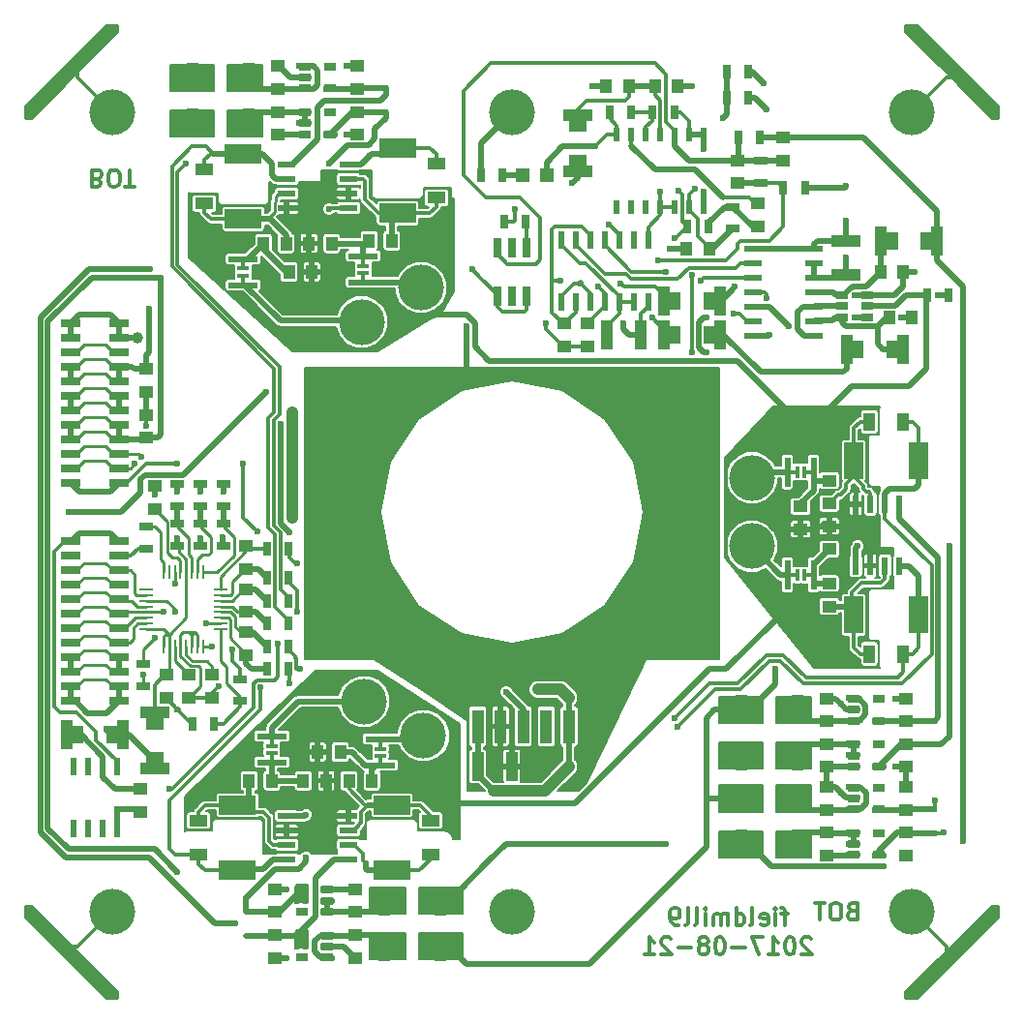
<source format=gbl>
G04 #@! TF.FileFunction,Copper,L2,Bot,Signal*
%FSLAX46Y46*%
G04 Gerber Fmt 4.6, Leading zero omitted, Abs format (unit mm)*
G04 Created by KiCad (PCBNEW 4.0.6+dfsg1-1) date Mon Aug 21 20:19:56 2017*
%MOMM*%
%LPD*%
G01*
G04 APERTURE LIST*
%ADD10C,0.100000*%
%ADD11C,0.300000*%
%ADD12R,0.760000X1.800000*%
%ADD13R,0.700000X1.300000*%
%ADD14R,1.200000X0.280000*%
%ADD15R,0.280000X1.200000*%
%ADD16R,0.600000X1.550000*%
%ADD17R,1.300000X0.700000*%
%ADD18R,1.250000X1.000000*%
%ADD19R,1.000000X1.250000*%
%ADD20C,4.000000*%
%ADD21R,3.180000X1.655000*%
%ADD22R,1.655000X3.180000*%
%ADD23R,1.550000X0.600000*%
%ADD24R,1.600000X1.000000*%
%ADD25R,1.000000X1.600000*%
%ADD26R,0.450000X0.590000*%
%ADD27R,2.600000X0.510000*%
%ADD28R,0.510000X2.600000*%
%ADD29R,1.060000X0.650000*%
%ADD30R,2.500000X1.000000*%
%ADD31R,1.500000X0.600000*%
%ADD32R,0.508000X1.143000*%
%ADD33R,1.000000X2.500000*%
%ADD34R,0.600000X1.500000*%
%ADD35R,1.198880X1.198880*%
%ADD36R,1.000000X3.000000*%
%ADD37R,1.000000X0.400000*%
%ADD38R,0.400000X1.000000*%
%ADD39R,1.800000X0.760000*%
%ADD40C,0.600000*%
%ADD41C,1.000000*%
%ADD42C,0.500000*%
%ADD43C,0.250000*%
%ADD44C,1.000000*%
%ADD45C,0.200000*%
%ADD46C,0.254000*%
G04 APERTURE END LIST*
D10*
D11*
X124114285Y-135153571D02*
X123542856Y-135153571D01*
X123899999Y-136153571D02*
X123899999Y-134867857D01*
X123828571Y-134725000D01*
X123685713Y-134653571D01*
X123542856Y-134653571D01*
X123042856Y-136153571D02*
X123042856Y-135153571D01*
X123042856Y-134653571D02*
X123114285Y-134725000D01*
X123042856Y-134796429D01*
X122971428Y-134725000D01*
X123042856Y-134653571D01*
X123042856Y-134796429D01*
X121757142Y-136082143D02*
X121899999Y-136153571D01*
X122185713Y-136153571D01*
X122328570Y-136082143D01*
X122399999Y-135939286D01*
X122399999Y-135367857D01*
X122328570Y-135225000D01*
X122185713Y-135153571D01*
X121899999Y-135153571D01*
X121757142Y-135225000D01*
X121685713Y-135367857D01*
X121685713Y-135510714D01*
X122399999Y-135653571D01*
X120828570Y-136153571D02*
X120971428Y-136082143D01*
X121042856Y-135939286D01*
X121042856Y-134653571D01*
X119614285Y-136153571D02*
X119614285Y-134653571D01*
X119614285Y-136082143D02*
X119757142Y-136153571D01*
X120042856Y-136153571D01*
X120185714Y-136082143D01*
X120257142Y-136010714D01*
X120328571Y-135867857D01*
X120328571Y-135439286D01*
X120257142Y-135296429D01*
X120185714Y-135225000D01*
X120042856Y-135153571D01*
X119757142Y-135153571D01*
X119614285Y-135225000D01*
X118899999Y-136153571D02*
X118899999Y-135153571D01*
X118899999Y-135296429D02*
X118828571Y-135225000D01*
X118685713Y-135153571D01*
X118471428Y-135153571D01*
X118328571Y-135225000D01*
X118257142Y-135367857D01*
X118257142Y-136153571D01*
X118257142Y-135367857D02*
X118185713Y-135225000D01*
X118042856Y-135153571D01*
X117828571Y-135153571D01*
X117685713Y-135225000D01*
X117614285Y-135367857D01*
X117614285Y-136153571D01*
X116899999Y-136153571D02*
X116899999Y-135153571D01*
X116899999Y-134653571D02*
X116971428Y-134725000D01*
X116899999Y-134796429D01*
X116828571Y-134725000D01*
X116899999Y-134653571D01*
X116899999Y-134796429D01*
X115971427Y-136153571D02*
X116114285Y-136082143D01*
X116185713Y-135939286D01*
X116185713Y-134653571D01*
X115185713Y-136153571D02*
X115328571Y-136082143D01*
X115399999Y-135939286D01*
X115399999Y-134653571D01*
X114542857Y-136153571D02*
X114257142Y-136153571D01*
X114114285Y-136082143D01*
X114042857Y-136010714D01*
X113899999Y-135796429D01*
X113828571Y-135510714D01*
X113828571Y-134939286D01*
X113899999Y-134796429D01*
X113971428Y-134725000D01*
X114114285Y-134653571D01*
X114399999Y-134653571D01*
X114542857Y-134725000D01*
X114614285Y-134796429D01*
X114685714Y-134939286D01*
X114685714Y-135296429D01*
X114614285Y-135439286D01*
X114542857Y-135510714D01*
X114399999Y-135582143D01*
X114114285Y-135582143D01*
X113971428Y-135510714D01*
X113899999Y-135439286D01*
X113828571Y-135296429D01*
X126185713Y-137346429D02*
X126114284Y-137275000D01*
X125971427Y-137203571D01*
X125614284Y-137203571D01*
X125471427Y-137275000D01*
X125399998Y-137346429D01*
X125328570Y-137489286D01*
X125328570Y-137632143D01*
X125399998Y-137846429D01*
X126257141Y-138703571D01*
X125328570Y-138703571D01*
X124399999Y-137203571D02*
X124257142Y-137203571D01*
X124114285Y-137275000D01*
X124042856Y-137346429D01*
X123971427Y-137489286D01*
X123899999Y-137775000D01*
X123899999Y-138132143D01*
X123971427Y-138417857D01*
X124042856Y-138560714D01*
X124114285Y-138632143D01*
X124257142Y-138703571D01*
X124399999Y-138703571D01*
X124542856Y-138632143D01*
X124614285Y-138560714D01*
X124685713Y-138417857D01*
X124757142Y-138132143D01*
X124757142Y-137775000D01*
X124685713Y-137489286D01*
X124614285Y-137346429D01*
X124542856Y-137275000D01*
X124399999Y-137203571D01*
X122471428Y-138703571D02*
X123328571Y-138703571D01*
X122899999Y-138703571D02*
X122899999Y-137203571D01*
X123042856Y-137417857D01*
X123185714Y-137560714D01*
X123328571Y-137632143D01*
X121971428Y-137203571D02*
X120971428Y-137203571D01*
X121614285Y-138703571D01*
X120400000Y-138132143D02*
X119257143Y-138132143D01*
X118257143Y-137203571D02*
X118114286Y-137203571D01*
X117971429Y-137275000D01*
X117900000Y-137346429D01*
X117828571Y-137489286D01*
X117757143Y-137775000D01*
X117757143Y-138132143D01*
X117828571Y-138417857D01*
X117900000Y-138560714D01*
X117971429Y-138632143D01*
X118114286Y-138703571D01*
X118257143Y-138703571D01*
X118400000Y-138632143D01*
X118471429Y-138560714D01*
X118542857Y-138417857D01*
X118614286Y-138132143D01*
X118614286Y-137775000D01*
X118542857Y-137489286D01*
X118471429Y-137346429D01*
X118400000Y-137275000D01*
X118257143Y-137203571D01*
X116900000Y-137846429D02*
X117042858Y-137775000D01*
X117114286Y-137703571D01*
X117185715Y-137560714D01*
X117185715Y-137489286D01*
X117114286Y-137346429D01*
X117042858Y-137275000D01*
X116900000Y-137203571D01*
X116614286Y-137203571D01*
X116471429Y-137275000D01*
X116400000Y-137346429D01*
X116328572Y-137489286D01*
X116328572Y-137560714D01*
X116400000Y-137703571D01*
X116471429Y-137775000D01*
X116614286Y-137846429D01*
X116900000Y-137846429D01*
X117042858Y-137917857D01*
X117114286Y-137989286D01*
X117185715Y-138132143D01*
X117185715Y-138417857D01*
X117114286Y-138560714D01*
X117042858Y-138632143D01*
X116900000Y-138703571D01*
X116614286Y-138703571D01*
X116471429Y-138632143D01*
X116400000Y-138560714D01*
X116328572Y-138417857D01*
X116328572Y-138132143D01*
X116400000Y-137989286D01*
X116471429Y-137917857D01*
X116614286Y-137846429D01*
X115685715Y-138132143D02*
X114542858Y-138132143D01*
X113900001Y-137346429D02*
X113828572Y-137275000D01*
X113685715Y-137203571D01*
X113328572Y-137203571D01*
X113185715Y-137275000D01*
X113114286Y-137346429D01*
X113042858Y-137489286D01*
X113042858Y-137632143D01*
X113114286Y-137846429D01*
X113971429Y-138703571D01*
X113042858Y-138703571D01*
X111614287Y-138703571D02*
X112471430Y-138703571D01*
X112042858Y-138703571D02*
X112042858Y-137203571D01*
X112185715Y-137417857D01*
X112328573Y-137560714D01*
X112471430Y-137632143D01*
X63750000Y-70857143D02*
X63964286Y-70785714D01*
X64035714Y-70714286D01*
X64107143Y-70571429D01*
X64107143Y-70357143D01*
X64035714Y-70214286D01*
X63964286Y-70142857D01*
X63821428Y-70071429D01*
X63250000Y-70071429D01*
X63250000Y-71571429D01*
X63750000Y-71571429D01*
X63892857Y-71500000D01*
X63964286Y-71428571D01*
X64035714Y-71285714D01*
X64035714Y-71142857D01*
X63964286Y-71000000D01*
X63892857Y-70928571D01*
X63750000Y-70857143D01*
X63250000Y-70857143D01*
X65035714Y-71571429D02*
X65321428Y-71571429D01*
X65464286Y-71500000D01*
X65607143Y-71357143D01*
X65678571Y-71071429D01*
X65678571Y-70571429D01*
X65607143Y-70285714D01*
X65464286Y-70142857D01*
X65321428Y-70071429D01*
X65035714Y-70071429D01*
X64892857Y-70142857D01*
X64750000Y-70285714D01*
X64678571Y-70571429D01*
X64678571Y-71071429D01*
X64750000Y-71357143D01*
X64892857Y-71500000D01*
X65035714Y-71571429D01*
X66107143Y-71571429D02*
X66964286Y-71571429D01*
X66535715Y-70071429D02*
X66535715Y-71571429D01*
X129750000Y-134892857D02*
X129535714Y-134964286D01*
X129464286Y-135035714D01*
X129392857Y-135178571D01*
X129392857Y-135392857D01*
X129464286Y-135535714D01*
X129535714Y-135607143D01*
X129678572Y-135678571D01*
X130250000Y-135678571D01*
X130250000Y-134178571D01*
X129750000Y-134178571D01*
X129607143Y-134250000D01*
X129535714Y-134321429D01*
X129464286Y-134464286D01*
X129464286Y-134607143D01*
X129535714Y-134750000D01*
X129607143Y-134821429D01*
X129750000Y-134892857D01*
X130250000Y-134892857D01*
X128464286Y-134178571D02*
X128178572Y-134178571D01*
X128035714Y-134250000D01*
X127892857Y-134392857D01*
X127821429Y-134678571D01*
X127821429Y-135178571D01*
X127892857Y-135464286D01*
X128035714Y-135607143D01*
X128178572Y-135678571D01*
X128464286Y-135678571D01*
X128607143Y-135607143D01*
X128750000Y-135464286D01*
X128821429Y-135178571D01*
X128821429Y-134678571D01*
X128750000Y-134392857D01*
X128607143Y-134250000D01*
X128464286Y-134178571D01*
X127392857Y-134178571D02*
X126535714Y-134178571D01*
X126964285Y-135678571D02*
X126964285Y-134178571D01*
D12*
X101270000Y-81100000D03*
X101270000Y-76900000D03*
X100000000Y-81100000D03*
X100000000Y-76900000D03*
X98730000Y-81100000D03*
X98730000Y-76900000D03*
D13*
X114200000Y-65000000D03*
X112300000Y-65000000D03*
D14*
X74500000Y-106750000D03*
X74500000Y-107250000D03*
X74500000Y-107750000D03*
X74500000Y-108250000D03*
X74500000Y-108750000D03*
X74500000Y-109250000D03*
X74500000Y-109750000D03*
X74500000Y-110250000D03*
D15*
X73000000Y-111750000D03*
X72500000Y-111750000D03*
X72000000Y-111750000D03*
X71500000Y-111750000D03*
X71000000Y-111750000D03*
X70500000Y-111750000D03*
X70000000Y-111750000D03*
X69500000Y-111750000D03*
D14*
X68000000Y-110250000D03*
X68000000Y-109750000D03*
X68000000Y-109250000D03*
X68000000Y-108750000D03*
X68000000Y-108250000D03*
X68000000Y-107750000D03*
X68000000Y-107250000D03*
X68000000Y-106750000D03*
D15*
X69500000Y-105250000D03*
X70000000Y-105250000D03*
X70500000Y-105250000D03*
X71000000Y-105250000D03*
X71500000Y-105250000D03*
X72000000Y-105250000D03*
X72500000Y-105250000D03*
X73000000Y-105250000D03*
D16*
X133905000Y-104700000D03*
X132635000Y-104700000D03*
X131365000Y-104700000D03*
X130095000Y-104700000D03*
X130095000Y-99300000D03*
X131365000Y-99300000D03*
X132635000Y-99300000D03*
X133905000Y-99300000D03*
D17*
X76200000Y-116500000D03*
X76200000Y-114600000D03*
D18*
X86250000Y-135000000D03*
X86250000Y-133000000D03*
D19*
X81750000Y-123500000D03*
X83750000Y-123500000D03*
D18*
X134500000Y-120300000D03*
X134500000Y-122300000D03*
D13*
X117200000Y-75000000D03*
X115300000Y-75000000D03*
D20*
X92053848Y-80370835D03*
X92258330Y-119562178D03*
X87062178Y-116562178D03*
X86857695Y-83370835D03*
X121000000Y-97000000D03*
X121000000Y-103000000D03*
D18*
X68000000Y-87500000D03*
X68000000Y-89500000D03*
X68000000Y-91500000D03*
X68000000Y-93500000D03*
D13*
X101200000Y-74600000D03*
X99300000Y-74600000D03*
D17*
X121750000Y-69300000D03*
X121750000Y-71200000D03*
D18*
X79500000Y-63000000D03*
X79500000Y-61000000D03*
X86500000Y-63000000D03*
X86500000Y-61000000D03*
X79500000Y-65000000D03*
X79500000Y-67000000D03*
X67500000Y-124250000D03*
X67500000Y-126250000D03*
D19*
X112500000Y-62750000D03*
X114500000Y-62750000D03*
X110250000Y-62750000D03*
X108250000Y-62750000D03*
D18*
X68750000Y-97750000D03*
X68750000Y-99750000D03*
X119750000Y-71250000D03*
X119750000Y-69250000D03*
D19*
X117250000Y-77000000D03*
X115250000Y-77000000D03*
D18*
X86250000Y-137000000D03*
X86250000Y-139000000D03*
X79250000Y-137000000D03*
X79250000Y-139000000D03*
X76750000Y-103000000D03*
X76750000Y-105000000D03*
X76750000Y-106750000D03*
X76750000Y-108750000D03*
X76750000Y-110500000D03*
X76750000Y-112500000D03*
X73750000Y-116250000D03*
X73750000Y-114250000D03*
X71750000Y-114250000D03*
X71750000Y-116250000D03*
X69750000Y-114250000D03*
X69750000Y-116250000D03*
D19*
X133000000Y-83000000D03*
X135000000Y-83000000D03*
X132250000Y-79000000D03*
X134250000Y-79000000D03*
X83000000Y-121000000D03*
X85000000Y-121000000D03*
D18*
X86500000Y-65000000D03*
X86500000Y-67000000D03*
X127500000Y-120300000D03*
X127500000Y-122300000D03*
D19*
X84250000Y-76500000D03*
X82250000Y-76500000D03*
D18*
X134500000Y-126050000D03*
X134500000Y-124050000D03*
X127500000Y-128050000D03*
X127500000Y-130050000D03*
D17*
X70750000Y-101050000D03*
X70750000Y-102950000D03*
X72750000Y-101050000D03*
X72750000Y-102950000D03*
D13*
X73950000Y-118500000D03*
X72050000Y-118500000D03*
D17*
X74750000Y-101050000D03*
X74750000Y-102950000D03*
X70750000Y-99450000D03*
X70750000Y-97550000D03*
X72750000Y-99450000D03*
X72750000Y-97550000D03*
D13*
X136299990Y-80999990D03*
X138199990Y-80999990D03*
D17*
X74750000Y-99450000D03*
X74750000Y-97550000D03*
X68000000Y-101300000D03*
X68000000Y-103200000D03*
D13*
X78550000Y-103250000D03*
X80450000Y-103250000D03*
X80450000Y-105750000D03*
X78550000Y-105750000D03*
X78550000Y-107750000D03*
X80450000Y-107750000D03*
X80450000Y-109750000D03*
X78550000Y-109750000D03*
X78550000Y-111750000D03*
X80450000Y-111750000D03*
X80450000Y-113750000D03*
X78550000Y-113750000D03*
D21*
X76000000Y-125642500D03*
X76000000Y-131357500D03*
X89500000Y-125642500D03*
X89500000Y-131357500D03*
X90000000Y-73857500D03*
X90000000Y-68142500D03*
X76500000Y-74357500D03*
X76500000Y-68642500D03*
D22*
X129892500Y-109000000D03*
X135607500Y-109000000D03*
X129892500Y-95500000D03*
X135607500Y-95500000D03*
D23*
X80300000Y-130405000D03*
X80300000Y-129135000D03*
X80300000Y-127865000D03*
X80300000Y-126595000D03*
X85700000Y-126595000D03*
X85700000Y-127865000D03*
X85700000Y-129135000D03*
X85700000Y-130405000D03*
D16*
X61645000Y-122300000D03*
X62915000Y-122300000D03*
X64185000Y-122300000D03*
X65455000Y-122300000D03*
X65455000Y-127700000D03*
X64185000Y-127700000D03*
X62915000Y-127700000D03*
X61645000Y-127700000D03*
D23*
X85700000Y-69595000D03*
X85700000Y-70865000D03*
X85700000Y-72135000D03*
X85700000Y-73405000D03*
X80300000Y-73405000D03*
X80300000Y-72135000D03*
X80300000Y-70865000D03*
X80300000Y-69595000D03*
D24*
X72600000Y-127000000D03*
X72600000Y-130000000D03*
X92900000Y-127000000D03*
X92900000Y-130000000D03*
X93400000Y-72500000D03*
X93400000Y-69500000D03*
X73100000Y-73000000D03*
X73100000Y-70000000D03*
D25*
X131250000Y-112400000D03*
X134250000Y-112400000D03*
X131250000Y-92100000D03*
X134250000Y-92100000D03*
D13*
X110450000Y-65000000D03*
X108550000Y-65000000D03*
D18*
X134500000Y-128050000D03*
X134500000Y-130050000D03*
X127750000Y-103250000D03*
X127750000Y-101250000D03*
X125250000Y-101500000D03*
X125250000Y-99500000D03*
D26*
X137000000Y-125995000D03*
X137000000Y-128105000D03*
D19*
X79000000Y-123500000D03*
X77000000Y-123500000D03*
D27*
X79000000Y-119605000D03*
X79000000Y-121895000D03*
D19*
X87750000Y-123500000D03*
X85750000Y-123500000D03*
D27*
X88500000Y-119855000D03*
X88500000Y-122145000D03*
D19*
X87500000Y-76250000D03*
X89500000Y-76250000D03*
D27*
X87000000Y-79895000D03*
X87000000Y-77605000D03*
D19*
X78250000Y-76500000D03*
X80250000Y-76500000D03*
D27*
X76500000Y-80145000D03*
X76500000Y-77855000D03*
D18*
X127750000Y-106250000D03*
X127750000Y-108250000D03*
D28*
X124105000Y-105500000D03*
X126395000Y-105500000D03*
D18*
X127750000Y-97250000D03*
X127750000Y-99250000D03*
D28*
X124105000Y-96500000D03*
X126395000Y-96500000D03*
D29*
X81900000Y-62950000D03*
X81900000Y-62000000D03*
X81900000Y-61050000D03*
X84100000Y-61050000D03*
X84100000Y-62950000D03*
X81900000Y-66950000D03*
X81900000Y-66000000D03*
X81900000Y-65050000D03*
X84100000Y-65050000D03*
X84100000Y-66950000D03*
X129900000Y-118250000D03*
X129900000Y-117300000D03*
X129900000Y-116350000D03*
X132100000Y-116350000D03*
X132100000Y-118250000D03*
X129900000Y-122250000D03*
X129900000Y-121300000D03*
X129900000Y-120350000D03*
X132100000Y-120350000D03*
X132100000Y-122250000D03*
X129900000Y-126000000D03*
X129900000Y-125050000D03*
X129900000Y-124100000D03*
X132100000Y-124100000D03*
X132100000Y-126000000D03*
X129900000Y-130000000D03*
X129900000Y-129050000D03*
X129900000Y-128100000D03*
X132100000Y-128100000D03*
X132100000Y-130000000D03*
D30*
X129250000Y-79250000D03*
X129250000Y-76250000D03*
D18*
X79250000Y-135000000D03*
X79250000Y-133000000D03*
X127500000Y-118300000D03*
X127500000Y-116300000D03*
X134500000Y-118300000D03*
X134500000Y-116300000D03*
X127500000Y-126050000D03*
X127500000Y-124050000D03*
D19*
X82500000Y-79000000D03*
X80500000Y-79000000D03*
D26*
X77000000Y-137055000D03*
X77000000Y-134945000D03*
X89000000Y-62945000D03*
X89000000Y-65055000D03*
X137000000Y-118245000D03*
X137000000Y-120355000D03*
D29*
X128900000Y-82950000D03*
X128900000Y-82000000D03*
X128900000Y-81050000D03*
X131100000Y-81050000D03*
X131100000Y-82950000D03*
X131100000Y-82000000D03*
D31*
X121050000Y-84560000D03*
X121050000Y-83290000D03*
X121050000Y-82020000D03*
X121050000Y-80750000D03*
X121050000Y-79480000D03*
X121050000Y-78210000D03*
X121050000Y-76940000D03*
X126450000Y-76940000D03*
X126450000Y-78210000D03*
X126450000Y-79480000D03*
X126450000Y-80750000D03*
X126450000Y-82020000D03*
X126450000Y-83290000D03*
X126450000Y-84560000D03*
D32*
X109180000Y-66948000D03*
X110450000Y-66948000D03*
X111720000Y-66948000D03*
X112990000Y-66948000D03*
X114260000Y-66948000D03*
X115530000Y-66948000D03*
X116800000Y-66948000D03*
X116800000Y-73298000D03*
X115530000Y-73298000D03*
X112990000Y-73298000D03*
X111720000Y-73298000D03*
X110450000Y-73298000D03*
X109180000Y-73298000D03*
X114260000Y-73298000D03*
D29*
X83850000Y-137050000D03*
X83850000Y-138000000D03*
X83850000Y-138950000D03*
X81650000Y-138950000D03*
X81650000Y-137050000D03*
X83850000Y-133050000D03*
X83850000Y-134000000D03*
X83850000Y-134950000D03*
X81650000Y-134950000D03*
X81650000Y-133050000D03*
D18*
X104601790Y-83500000D03*
X104601790Y-85500000D03*
X123750000Y-69250000D03*
X123750000Y-67250000D03*
D33*
X108301790Y-84500000D03*
X111301790Y-84500000D03*
D18*
X106601790Y-83500000D03*
X106601790Y-85500000D03*
D17*
X67750000Y-113300000D03*
X67750000Y-115200000D03*
D13*
X119800000Y-67250000D03*
X121700000Y-67250000D03*
X123750000Y-71600000D03*
X125650000Y-71600000D03*
D34*
X104300000Y-76200000D03*
X105570000Y-76200000D03*
X106840000Y-76200000D03*
X108110000Y-76200000D03*
X109380000Y-76200000D03*
X110650000Y-76200000D03*
X111920000Y-76200000D03*
X111920000Y-81600000D03*
X110650000Y-81600000D03*
X109380000Y-81600000D03*
X108110000Y-81600000D03*
X106840000Y-81600000D03*
X105570000Y-81600000D03*
X104300000Y-81600000D03*
D20*
X65000000Y-135000000D03*
X135000000Y-135000000D03*
X65000000Y-65000000D03*
X135000000Y-65000000D03*
X100000000Y-135000000D03*
X100000000Y-65000000D03*
D33*
X97000000Y-122250000D03*
X100000000Y-122250000D03*
D35*
X103049020Y-70500000D03*
X100950980Y-70500000D03*
D36*
X105000000Y-118750000D03*
X103000000Y-118750000D03*
X101000000Y-118750000D03*
X99000000Y-118750000D03*
X97000000Y-118750000D03*
D13*
X99200000Y-70500000D03*
X97300000Y-70500000D03*
D37*
X79000000Y-121050000D03*
X79000000Y-120450000D03*
X88500000Y-120700000D03*
X88500000Y-121300000D03*
X87000000Y-78450000D03*
X87000000Y-79050000D03*
X76500000Y-79300000D03*
X76500000Y-78700000D03*
D38*
X125550000Y-105500000D03*
X124950000Y-105500000D03*
X124950000Y-96500000D03*
X125550000Y-96500000D03*
D39*
X65620000Y-83455000D03*
X61420000Y-83455000D03*
X65620000Y-84725000D03*
X61420000Y-84725000D03*
X65620000Y-85995000D03*
X61420000Y-85995000D03*
X65620000Y-87265000D03*
X61420000Y-87265000D03*
X65620000Y-88535000D03*
X61420000Y-88535000D03*
X65620000Y-89805000D03*
X61420000Y-89805000D03*
X65620000Y-91075000D03*
X61420000Y-91075000D03*
X65620000Y-92345000D03*
X61420000Y-92345000D03*
X65620000Y-93615000D03*
X61420000Y-93615000D03*
X65620000Y-94885000D03*
X61420000Y-94885000D03*
X65620000Y-96155000D03*
X61420000Y-96155000D03*
X65620000Y-97425000D03*
X61420000Y-97425000D03*
X65620000Y-102575000D03*
X61420000Y-102575000D03*
X65620000Y-103845000D03*
X61420000Y-103845000D03*
X65620000Y-105115000D03*
X61420000Y-105115000D03*
X65620000Y-106385000D03*
X61420000Y-106385000D03*
X65620000Y-107655000D03*
X61420000Y-107655000D03*
X65620000Y-108925000D03*
X61420000Y-108925000D03*
X65620000Y-110195000D03*
X61420000Y-110195000D03*
X65620000Y-111465000D03*
X61420000Y-111465000D03*
X65620000Y-112735000D03*
X61420000Y-112735000D03*
X65620000Y-114005000D03*
X61420000Y-114005000D03*
X65620000Y-115275000D03*
X61420000Y-115275000D03*
X65620000Y-116545000D03*
X61420000Y-116545000D03*
D30*
X68750000Y-122450000D03*
X68750000Y-117550000D03*
D24*
X68750000Y-121500000D03*
X68750000Y-118500000D03*
D33*
X61050000Y-119500000D03*
X65950000Y-119500000D03*
D25*
X62000000Y-119500000D03*
X65000000Y-119500000D03*
D30*
X105750000Y-65300000D03*
X105750000Y-70200000D03*
D24*
X105750000Y-66250000D03*
X105750000Y-69250000D03*
D33*
X88800000Y-138000000D03*
X93700000Y-138000000D03*
D25*
X89750000Y-138000000D03*
X92750000Y-138000000D03*
D33*
X88800000Y-134000000D03*
X93700000Y-134000000D03*
D25*
X89750000Y-134000000D03*
X92750000Y-134000000D03*
D33*
X76950000Y-62000000D03*
X72050000Y-62000000D03*
D25*
X76000000Y-62000000D03*
X73000000Y-62000000D03*
D33*
X76950000Y-66000000D03*
X72050000Y-66000000D03*
D25*
X76000000Y-66000000D03*
X73000000Y-66000000D03*
D33*
X124950000Y-117300000D03*
X120050000Y-117300000D03*
D25*
X124000000Y-117300000D03*
X121000000Y-117300000D03*
D33*
X124950000Y-121300000D03*
X120050000Y-121300000D03*
D25*
X124000000Y-121300000D03*
X121000000Y-121300000D03*
D33*
X124950000Y-125050000D03*
X120050000Y-125050000D03*
D25*
X124000000Y-125050000D03*
X121000000Y-125050000D03*
D33*
X124950000Y-129050000D03*
X120050000Y-129050000D03*
D25*
X124000000Y-129050000D03*
X121000000Y-129050000D03*
D33*
X129300000Y-85750000D03*
X134200000Y-85750000D03*
D25*
X130250000Y-85750000D03*
X133250000Y-85750000D03*
D33*
X132300000Y-76250000D03*
X137200000Y-76250000D03*
D25*
X133250000Y-76250000D03*
X136250000Y-76250000D03*
D33*
X118200000Y-84500000D03*
X113300000Y-84500000D03*
D25*
X117250000Y-84500000D03*
X114250000Y-84500000D03*
D33*
X113300000Y-81500000D03*
X118200000Y-81500000D03*
D25*
X114250000Y-81500000D03*
X117250000Y-81500000D03*
D18*
X121500000Y-75000000D03*
X121500000Y-73000000D03*
D17*
X119350000Y-75200000D03*
X119350000Y-73300000D03*
D13*
X118800000Y-63750000D03*
X120700000Y-63750000D03*
X118800000Y-61500000D03*
X120700000Y-61500000D03*
D40*
X129250000Y-71500000D03*
X129250000Y-74499990D03*
X113786004Y-77000000D03*
X61420000Y-91075000D03*
X65620000Y-91075000D03*
X65620000Y-89805000D03*
X61420000Y-89805000D03*
X63600000Y-117600000D03*
D41*
X107000000Y-115500000D03*
X102000000Y-122250000D03*
D40*
X100250000Y-73500000D03*
X81400000Y-62000000D03*
X82200000Y-62000000D03*
X134600000Y-130000000D03*
X130250000Y-117250000D03*
X129500000Y-117250000D03*
X130250000Y-130000000D03*
X129500002Y-130000000D03*
X129500000Y-125000000D03*
X130250000Y-125000000D03*
X129500000Y-122250000D03*
X130250000Y-122250000D03*
X84250000Y-133000000D03*
X83500000Y-133000000D03*
X84250000Y-138000000D03*
X83500000Y-138000000D03*
D41*
X83250000Y-98250000D03*
X85750000Y-90500000D03*
X83750000Y-92000000D03*
X82499998Y-93500000D03*
D40*
X96003888Y-86753888D03*
X122750000Y-76940000D03*
X117000000Y-83000000D03*
X117000000Y-86000000D03*
X96000000Y-83750000D03*
D41*
X116000000Y-89250000D03*
X116750000Y-89750000D03*
X117250000Y-88750000D03*
X115750000Y-88000000D03*
D40*
X103000000Y-83500000D03*
X137250000Y-81000000D03*
X115750000Y-62750000D03*
X107000000Y-62750000D03*
X135250000Y-79000000D03*
X130000000Y-81000000D03*
X134000000Y-83000000D03*
X82500000Y-88250000D03*
X82499998Y-90250000D03*
X83500000Y-89250000D03*
D41*
X83250000Y-100000000D03*
X82750000Y-104250000D03*
D40*
X109750000Y-83500000D03*
X113000000Y-72000000D03*
X70750000Y-117250000D03*
X68000000Y-92500000D03*
X133500000Y-122300000D03*
X133500000Y-116300000D03*
X128750000Y-116800000D03*
X128750000Y-124550000D03*
X80250000Y-133000000D03*
X80250000Y-139000000D03*
X85500000Y-61000000D03*
X85500000Y-67000000D03*
X80750000Y-66950000D03*
X65500000Y-126000000D03*
X73250000Y-109750000D03*
X70500000Y-106250000D03*
X74750000Y-98250000D03*
X72750000Y-98250000D03*
X70750000Y-98250000D03*
X68750000Y-98500000D03*
X81400000Y-63000000D03*
X81400000Y-61000000D03*
X82200008Y-63000000D03*
X82200000Y-61000000D03*
X77750000Y-62750000D03*
X77750000Y-62000000D03*
X77750000Y-61250000D03*
X76250000Y-61250000D03*
X75500000Y-61250000D03*
X75500000Y-62000000D03*
X76250000Y-62000000D03*
X76250000Y-62750000D03*
X75500000Y-62750000D03*
X61420000Y-114005000D03*
X96500000Y-78750000D03*
X64500000Y-118999996D03*
X105250000Y-71249992D03*
X78500000Y-89499996D03*
X61250000Y-100000000D03*
X81250000Y-108750000D03*
X79500000Y-111500010D03*
X70000000Y-124249998D03*
X87250000Y-130750000D03*
X81250000Y-104500000D03*
X78000000Y-115300003D03*
X130250000Y-116250000D03*
X129500000Y-116250000D03*
X130250000Y-118250000D03*
X129500006Y-118250000D03*
X125750000Y-118050000D03*
X125750000Y-117300000D03*
X125750000Y-116550000D03*
X124250000Y-116550000D03*
X123500000Y-116550000D03*
X124250000Y-117300000D03*
X123500000Y-117300000D03*
X123500000Y-118050000D03*
X124250000Y-118050000D03*
X130250000Y-121250000D03*
X129500000Y-121250000D03*
X130250000Y-120250000D03*
X129500000Y-120250000D03*
X125750000Y-120550000D03*
X125750000Y-121300000D03*
X124250000Y-120550000D03*
X123500000Y-120550000D03*
X123500000Y-121300000D03*
X124250000Y-121300000D03*
X124250000Y-122050000D03*
X123500000Y-122050000D03*
X125750000Y-122050000D03*
X87550000Y-68850002D03*
X71500000Y-69500000D03*
X129500000Y-126000000D03*
X130250000Y-126000000D03*
X130250000Y-124000000D03*
X129500000Y-124000000D03*
X123500000Y-124300000D03*
X124250000Y-124300000D03*
X124250000Y-125050000D03*
X123500000Y-125050000D03*
X123500000Y-125800000D03*
X124250000Y-125800000D03*
X125750000Y-125800000D03*
X125750000Y-125050000D03*
X125750000Y-124300000D03*
X80500000Y-115000000D03*
X114500000Y-118750000D03*
X114250000Y-118000000D03*
X81500000Y-113750000D03*
X119400000Y-82600000D03*
X69500000Y-108750000D03*
X122499998Y-84500000D03*
X129250000Y-77750000D03*
X122250000Y-64750000D03*
X116000000Y-71750000D03*
X84250000Y-139000000D03*
X83500000Y-139000000D03*
X84250000Y-137000000D03*
X83500000Y-137000000D03*
X88000000Y-137250000D03*
X88000000Y-138000000D03*
X88000000Y-138750000D03*
X89500000Y-138750000D03*
X89500000Y-138000000D03*
X89500000Y-137250000D03*
X90250000Y-137250000D03*
X90250000Y-138000000D03*
X90250000Y-138750000D03*
X82000000Y-136999998D03*
X81250000Y-137000006D03*
X81250000Y-138000000D03*
X82000000Y-138000000D03*
X132479002Y-130031034D03*
X74350010Y-115250000D03*
X137750000Y-128000000D03*
X131750000Y-130050000D03*
X83500000Y-135000000D03*
X84250000Y-135000006D03*
X84249974Y-134000000D03*
X83500000Y-134000000D03*
X88000000Y-134800000D03*
X88000000Y-134000000D03*
X88000000Y-133250000D03*
X89500000Y-133250000D03*
X89500000Y-134000000D03*
X89500000Y-134750000D03*
X90250000Y-134750000D03*
X90250000Y-134000000D03*
X90250000Y-133250000D03*
X121250000Y-106250000D03*
X82095000Y-73405000D03*
X83905000Y-126595000D03*
X74700728Y-102200728D03*
X70750000Y-102250000D03*
X72750000Y-102250000D03*
X130000000Y-83750000D03*
X124250000Y-83750000D03*
X82000000Y-134000000D03*
X81250000Y-134000000D03*
X82000000Y-130250000D03*
X81250000Y-133000000D03*
X82000000Y-133000000D03*
X82000000Y-126500000D03*
X68250000Y-82250000D03*
X122250000Y-87750000D03*
X123000000Y-113750000D03*
X75750000Y-136000000D03*
X68349989Y-78750000D03*
X118500000Y-116500000D03*
X71250000Y-62750000D03*
X70500000Y-62750000D03*
X71250000Y-62000000D03*
X70500000Y-62000000D03*
X71250000Y-61250000D03*
X70500000Y-61250000D03*
X72750000Y-61250000D03*
X73500000Y-61250000D03*
X72750000Y-62000000D03*
X72750000Y-62750000D03*
X73500000Y-62750000D03*
X73500000Y-62000000D03*
X121500000Y-117300000D03*
X120750000Y-118050000D03*
X120750000Y-117300000D03*
X120750000Y-116550000D03*
X121500000Y-118050000D03*
X121500000Y-116550000D03*
X119250000Y-118050000D03*
X118500000Y-118050000D03*
X119250000Y-117300000D03*
X119250000Y-116550000D03*
X118500000Y-117300000D03*
X120750000Y-124300000D03*
X121500000Y-124300000D03*
X121500000Y-125050000D03*
X120750000Y-125050000D03*
X121500000Y-125800000D03*
X120750000Y-125800000D03*
X119250000Y-125050000D03*
X118500000Y-125050000D03*
X118500000Y-124300000D03*
X119250000Y-124300000D03*
X118500000Y-125800000D03*
X119250000Y-125800000D03*
X95250000Y-137250000D03*
X94500000Y-137250000D03*
X93000000Y-137250000D03*
X92250000Y-137250000D03*
X93000000Y-138000000D03*
X92250000Y-138000000D03*
X92250000Y-138750000D03*
X93000000Y-138750000D03*
X94500000Y-138750000D03*
X95250000Y-138750000D03*
X95250000Y-138000000D03*
X94500000Y-138000000D03*
X113500000Y-129000000D03*
X119500000Y-80300000D03*
X135300000Y-71800000D03*
X132500000Y-131000004D03*
X139500000Y-128750016D03*
X70750000Y-131500000D03*
X69250000Y-79500000D03*
X72750000Y-65250000D03*
X73500000Y-65250000D03*
X73500000Y-66000000D03*
X72750000Y-66000000D03*
X72750000Y-66750000D03*
X73500000Y-66750000D03*
X71250000Y-66750000D03*
X70500000Y-66750000D03*
X71250000Y-66000000D03*
X70500000Y-66000000D03*
X71250000Y-65250000D03*
X70500000Y-65250000D03*
X120750000Y-122050000D03*
X121500000Y-122050000D03*
X118500000Y-122050000D03*
X119250006Y-122050000D03*
X118500000Y-120550000D03*
X119250000Y-120550000D03*
X118500000Y-121300000D03*
X119250000Y-121300000D03*
X121500000Y-121300000D03*
X121500000Y-120550000D03*
X120750000Y-121300000D03*
X120750000Y-120550000D03*
X121500000Y-129050000D03*
X121500000Y-128300000D03*
X120750000Y-128300000D03*
X120750000Y-129050000D03*
X119250000Y-128300000D03*
X118500000Y-129050000D03*
X118500000Y-128300000D03*
X119250000Y-129050000D03*
X119250006Y-129800000D03*
X118500000Y-129800000D03*
X121500000Y-129800000D03*
X120750000Y-129800000D03*
X95250000Y-134750000D03*
X95250000Y-134000000D03*
X95250000Y-133250000D03*
X94499994Y-133250000D03*
X94500000Y-134000000D03*
X94500000Y-134750000D03*
X93000000Y-134000000D03*
X93000000Y-134750000D03*
X93000000Y-133250000D03*
X92250000Y-134750000D03*
X92250000Y-134000000D03*
X92250000Y-133250000D03*
X83750000Y-63000000D03*
X84500000Y-63000000D03*
X81400000Y-66000000D03*
X82200000Y-66000000D03*
X81400000Y-65000000D03*
X82200000Y-65000000D03*
X77750000Y-65250000D03*
X77750000Y-66000000D03*
X77750000Y-66750000D03*
X76250000Y-66750000D03*
X75500000Y-66750000D03*
X76250000Y-66000000D03*
X75500000Y-66000000D03*
X76250000Y-65250000D03*
X75500000Y-65250000D03*
X84500000Y-67000000D03*
X83750000Y-67000000D03*
X84000000Y-69500000D03*
X84000000Y-73500000D03*
X132500000Y-118300000D03*
X131750000Y-118300000D03*
X131750000Y-122300000D03*
X132500000Y-122300000D03*
X138250000Y-103000000D03*
X130250000Y-103000000D03*
X137000000Y-125250000D03*
X73750000Y-111750000D03*
X131750000Y-126050000D03*
X132500000Y-126050000D03*
X130250000Y-129000000D03*
X129500000Y-129000000D03*
X130250000Y-128000000D03*
X129500000Y-128000000D03*
X123500000Y-128300000D03*
X124250000Y-128300000D03*
X124250000Y-129050000D03*
X123500000Y-129050000D03*
X123500000Y-129800000D03*
X124250000Y-129800000D03*
X125750000Y-129800000D03*
X125750000Y-129050000D03*
X125750000Y-128300000D03*
X65620000Y-85995000D03*
X80500000Y-101750000D03*
X79750000Y-92250000D03*
X99500000Y-115750000D03*
X61420000Y-84725000D03*
X65620000Y-84725000D03*
D41*
X80750000Y-100500000D03*
X80750000Y-91250000D03*
X67250000Y-84750000D03*
X102250000Y-115500000D03*
D40*
X114600000Y-71899998D03*
X115750000Y-79250000D03*
X75500000Y-112000000D03*
X114250000Y-76000000D03*
X115750000Y-86000000D03*
X116750000Y-68250000D03*
X67600000Y-95149999D03*
X107250000Y-68000000D03*
X76500000Y-95750000D03*
X70750002Y-95750000D03*
X77700728Y-101700728D03*
X130000000Y-82999998D03*
X61420000Y-103845000D03*
X65620000Y-103845000D03*
X106000000Y-80000000D03*
X112750000Y-78000000D03*
X104250000Y-79750000D03*
X112250000Y-83000000D03*
X107500000Y-80250000D03*
X109500000Y-80000000D03*
X67000000Y-95800000D03*
X116500000Y-79750000D03*
X108500000Y-74850010D03*
X65620000Y-106385000D03*
X67750000Y-114250000D03*
X122300000Y-81250000D03*
X113500000Y-79000000D03*
X68750000Y-111000000D03*
X70500000Y-108750000D03*
X118500000Y-65500000D03*
X115000000Y-70000000D03*
X122000000Y-62500000D03*
X116750000Y-72000000D03*
D11*
X114260000Y-73298000D02*
X112990000Y-73298000D01*
D42*
X125650000Y-71600000D02*
X129150000Y-71600000D01*
X129150000Y-71600000D02*
X129250000Y-71500000D01*
D11*
X57500000Y-134500000D02*
X57500000Y-135500000D01*
X61500000Y-138000000D02*
X58000000Y-134500000D01*
X58000000Y-134500000D02*
X57500000Y-134500000D01*
X65500000Y-142000000D02*
X62000000Y-138500000D01*
X64500000Y-142500000D02*
X65500000Y-142500000D01*
X57500000Y-135500000D02*
X64500000Y-142500000D01*
X65000000Y-135000000D02*
X63000001Y-136999999D01*
X65500000Y-142500000D02*
X65500000Y-142000000D01*
X63000001Y-136999999D02*
X62000000Y-138000000D01*
X62000000Y-138500000D02*
X61000000Y-137500000D01*
X62000000Y-138000000D02*
X61500000Y-138000000D01*
X62000000Y-138500000D02*
X61500000Y-138500000D01*
X134500000Y-142500000D02*
X135500000Y-142500000D01*
X138000000Y-138500000D02*
X134500000Y-142000000D01*
X134500000Y-142000000D02*
X134500000Y-142500000D01*
X142000000Y-134500000D02*
X138500000Y-138000000D01*
X142500000Y-135500000D02*
X142500000Y-134500000D01*
X135500000Y-142500000D02*
X142500000Y-135500000D01*
X135000000Y-135000000D02*
X136999999Y-136999999D01*
X142500000Y-134500000D02*
X142000000Y-134500000D01*
X136999999Y-136999999D02*
X138000000Y-138000000D01*
X138500000Y-138000000D02*
X137500000Y-139000000D01*
X138000000Y-138000000D02*
X138000000Y-138500000D01*
X138500000Y-138000000D02*
X138500000Y-138500000D01*
X142000000Y-65500000D02*
X142500000Y-65500000D01*
X142500000Y-65500000D02*
X142500000Y-64500000D01*
X138500000Y-62000000D02*
X142000000Y-65500000D01*
X135500000Y-57500000D02*
X134500000Y-57500000D01*
X134500000Y-57500000D02*
X134500000Y-58000000D01*
X135000000Y-65000000D02*
X136999999Y-63000001D01*
X142500000Y-64500000D02*
X135500000Y-57500000D01*
X134500000Y-58000000D02*
X138000000Y-61500000D01*
X138000000Y-61500000D02*
X138500000Y-61500000D01*
X138000000Y-61500000D02*
X139000000Y-62500000D01*
X138000000Y-62000000D02*
X138500000Y-62000000D01*
X136999999Y-63000001D02*
X138000000Y-62000000D01*
X61500000Y-62000000D02*
X62500000Y-61000000D01*
X58000000Y-65500000D02*
X61500000Y-62000000D01*
X61500000Y-62000000D02*
X61500000Y-61500000D01*
X57500000Y-65500000D02*
X58000000Y-65500000D01*
X57500000Y-64500000D02*
X57500000Y-65500000D01*
X64500000Y-57500000D02*
X57500000Y-64500000D01*
X65500000Y-57500000D02*
X64500000Y-57500000D01*
X65500000Y-58000000D02*
X65500000Y-57500000D01*
X62000000Y-61500000D02*
X65500000Y-58000000D01*
X62000000Y-62000000D02*
X62000000Y-61500000D01*
X63000001Y-63000001D02*
X62000000Y-62000000D01*
X65000000Y-65000000D02*
X63000001Y-63000001D01*
D42*
X129250000Y-76250000D02*
X129250000Y-74499990D01*
X115250000Y-77000000D02*
X113786004Y-77000000D01*
X117000000Y-83000000D02*
X116729998Y-83000000D01*
X116729998Y-83000000D02*
X116349999Y-83379999D01*
X116349999Y-83379999D02*
X116349999Y-85620001D01*
X116349999Y-85620001D02*
X116729998Y-86000000D01*
X116729998Y-86000000D02*
X116800000Y-86000000D01*
X116800000Y-86000000D02*
X117000000Y-86000000D01*
X63175736Y-117600000D02*
X63600000Y-117600000D01*
X61420000Y-116545000D02*
X61822832Y-116545000D01*
X61822832Y-116545000D02*
X62877832Y-117600000D01*
X62877832Y-117600000D02*
X63175736Y-117600000D01*
D11*
X111920000Y-76200000D02*
X111920000Y-75080000D01*
X111920000Y-75080000D02*
X112990000Y-74010000D01*
X112990000Y-74010000D02*
X112990000Y-73298000D01*
D42*
X65620000Y-89805000D02*
X65620000Y-91075000D01*
X61420000Y-89805000D02*
X61420000Y-91075000D01*
D43*
X65620000Y-89805000D02*
X65100000Y-89805000D01*
X65100000Y-89805000D02*
X64470000Y-89175000D01*
X64470000Y-89175000D02*
X62570000Y-89175000D01*
X62570000Y-89175000D02*
X61940000Y-89805000D01*
X61940000Y-89805000D02*
X61420000Y-89805000D01*
X65620000Y-91075000D02*
X65100000Y-91075000D01*
X64470000Y-90445000D02*
X62570000Y-90445000D01*
X65100000Y-91075000D02*
X64470000Y-90445000D01*
X62570000Y-90445000D02*
X61940000Y-91075000D01*
X61940000Y-91075000D02*
X61420000Y-91075000D01*
D42*
X63600000Y-117600000D02*
X64565000Y-117600000D01*
X64565000Y-117600000D02*
X65620000Y-116545000D01*
D43*
X65620000Y-115275000D02*
X65100000Y-115275000D01*
X65100000Y-115275000D02*
X64470000Y-114645000D01*
X64470000Y-114645000D02*
X62555002Y-114645000D01*
X62555002Y-114645000D02*
X61925002Y-115275000D01*
X61925002Y-115275000D02*
X61420000Y-115275000D01*
D42*
X98750000Y-114250000D02*
X105750000Y-114250000D01*
X105750000Y-114250000D02*
X107000000Y-115500000D01*
X98000000Y-115000000D02*
X98750000Y-114250000D01*
X98000000Y-115750000D02*
X98000000Y-115000000D01*
X99000000Y-116750000D02*
X98000000Y-115750000D01*
X99000000Y-118750000D02*
X99000000Y-116750000D01*
X100000000Y-122250000D02*
X102000000Y-122250000D01*
D11*
X100250000Y-74500000D02*
X100250000Y-73924264D01*
X100150000Y-74600000D02*
X100250000Y-74500000D01*
X99850000Y-74600000D02*
X100150000Y-74600000D01*
X99300000Y-74600000D02*
X100150000Y-74600000D01*
X100250000Y-73924264D02*
X100250000Y-73500000D01*
X111301790Y-84500000D02*
X111301790Y-82668210D01*
X111301790Y-82668210D02*
X111920000Y-82050000D01*
X111920000Y-82050000D02*
X111920000Y-81600000D01*
X104601790Y-85500000D02*
X104500000Y-85500000D01*
X104500000Y-85500000D02*
X103000000Y-84000000D01*
X103000000Y-84000000D02*
X103000000Y-83500000D01*
X106601790Y-85500000D02*
X104601790Y-85500000D01*
D42*
X80625000Y-62000000D02*
X81400000Y-62000000D01*
X79500000Y-61000000D02*
X79625000Y-61000000D01*
X79625000Y-61000000D02*
X80625000Y-62000000D01*
X134550000Y-130000000D02*
X134600000Y-130000000D01*
X134500000Y-130050000D02*
X134550000Y-130000000D01*
X129200000Y-117250000D02*
X129500000Y-117250000D01*
X128750000Y-116800000D02*
X129200000Y-117250000D01*
X129450002Y-130050000D02*
X129500002Y-130000000D01*
X127500000Y-130050000D02*
X129450002Y-130050000D01*
X129825736Y-125000000D02*
X130250000Y-125000000D01*
X129200000Y-125000000D02*
X129825736Y-125000000D01*
X128750000Y-124550000D02*
X129200000Y-125000000D01*
X129549999Y-122200001D02*
X129500000Y-122250000D01*
X129850001Y-122200001D02*
X129549999Y-122200001D01*
X129900000Y-122250000D02*
X129850001Y-122200001D01*
X129900000Y-122250000D02*
X130250000Y-122250000D01*
X83550000Y-133050000D02*
X83500000Y-133000000D01*
X83850000Y-133050000D02*
X83550000Y-133050000D01*
X86250000Y-133000000D02*
X83500000Y-133000000D01*
X85250000Y-138000000D02*
X83500000Y-138000000D01*
X84750000Y-138000000D02*
X85250000Y-138000000D01*
X86250000Y-139000000D02*
X85250000Y-138000000D01*
X97300000Y-70500000D02*
X97300000Y-67700000D01*
X97300000Y-67700000D02*
X100000000Y-65000000D01*
X61420000Y-115275000D02*
X61420000Y-116545000D01*
X65620000Y-115275000D02*
X65620000Y-116545000D01*
D11*
X72050000Y-118500000D02*
X72000000Y-118500000D01*
X72000000Y-118500000D02*
X70750000Y-117250000D01*
X70750000Y-117250000D02*
X69750000Y-116250000D01*
D42*
X83250000Y-94250002D02*
X83250000Y-97825736D01*
X82499998Y-93500000D02*
X83250000Y-94250002D01*
X83250000Y-97825736D02*
X83250000Y-98250000D01*
X65455000Y-127700000D02*
X65455000Y-126045000D01*
X65455000Y-126045000D02*
X65500000Y-126000000D01*
X83500000Y-89250000D02*
X93507776Y-89250000D01*
X93507776Y-89250000D02*
X94257776Y-88500000D01*
X94257776Y-88500000D02*
X96000000Y-88500000D01*
X96000000Y-88500000D02*
X96000000Y-86757776D01*
X96000000Y-86757776D02*
X96003888Y-86753888D01*
X82499998Y-90250000D02*
X82499998Y-93500000D01*
X96000000Y-83750000D02*
X96000000Y-86750000D01*
X96000000Y-86750000D02*
X96003888Y-86753888D01*
X121050000Y-76940000D02*
X122250000Y-76940000D01*
X122750000Y-76940000D02*
X126450000Y-76940000D01*
X122250000Y-76940000D02*
X122750000Y-76940000D01*
X116750000Y-89750000D02*
X116500000Y-89750000D01*
X116500000Y-89750000D02*
X116000000Y-89250000D01*
X115750000Y-88000000D02*
X116500000Y-88000000D01*
X116500000Y-88000000D02*
X117250000Y-88750000D01*
X70750000Y-117250000D02*
X70800000Y-117250000D01*
X65500000Y-126000000D02*
X67250000Y-126000000D01*
X67250000Y-126000000D02*
X67500000Y-126250000D01*
X138199990Y-80999990D02*
X137250010Y-80999990D01*
X137250010Y-80999990D02*
X137250000Y-81000000D01*
X114500000Y-62750000D02*
X115750000Y-62750000D01*
X108250000Y-62750000D02*
X107000000Y-62750000D01*
X134250000Y-79000000D02*
X135250000Y-79000000D01*
X130600000Y-81050000D02*
X133450000Y-81050000D01*
X133450000Y-81050000D02*
X134250000Y-80250000D01*
X134250000Y-80250000D02*
X134250000Y-79000000D01*
X130424264Y-81000000D02*
X130000000Y-81000000D01*
X130550000Y-81000000D02*
X130424264Y-81000000D01*
X130600000Y-81050000D02*
X130550000Y-81000000D01*
X135000000Y-83000000D02*
X134000000Y-83000000D01*
X82750000Y-104250000D02*
X82750000Y-105750000D01*
X82750000Y-105750000D02*
X91450001Y-114450001D01*
X83500000Y-89250000D02*
X82500000Y-88250000D01*
X83250000Y-103750000D02*
X83250000Y-100000000D01*
X82750000Y-104250000D02*
X83250000Y-103750000D01*
X109750000Y-83924264D02*
X109750000Y-83500000D01*
X110250000Y-84500000D02*
X109750000Y-84000000D01*
X109750000Y-84000000D02*
X109750000Y-83924264D01*
X111301790Y-84500000D02*
X110250000Y-84500000D01*
X106301790Y-85500000D02*
X106250000Y-85448210D01*
D11*
X113000000Y-72000000D02*
X113000000Y-73288000D01*
D42*
X113000000Y-73288000D02*
X112990000Y-73298000D01*
D11*
X68000000Y-91500000D02*
X68000000Y-92500000D01*
D42*
X68000000Y-91250000D02*
X68000000Y-89500000D01*
X134500000Y-124050000D02*
X134500000Y-122300000D01*
X134500000Y-122300000D02*
X133500000Y-122300000D01*
X134500000Y-116300000D02*
X133500000Y-116300000D01*
X128250000Y-116300000D02*
X128750000Y-116800000D01*
X127500000Y-116300000D02*
X128250000Y-116300000D01*
X127500000Y-124050000D02*
X127500000Y-122300000D01*
X128750000Y-124550000D02*
X128250000Y-124050000D01*
X128250000Y-124050000D02*
X127500000Y-124050000D01*
X79250000Y-133000000D02*
X80250000Y-133000000D01*
X79250000Y-139000000D02*
X80250000Y-139000000D01*
X86500000Y-61000000D02*
X85500000Y-61000000D01*
X86500000Y-67000000D02*
X85500000Y-67000000D01*
X80750000Y-66950000D02*
X79550000Y-66950000D01*
X81900000Y-66950000D02*
X80750000Y-66950000D01*
D43*
X74500000Y-109750000D02*
X73250000Y-109750000D01*
X70500000Y-105250000D02*
X70500000Y-106250000D01*
D42*
X74750000Y-97550000D02*
X74750000Y-98250000D01*
X72750000Y-97550000D02*
X72750000Y-98250000D01*
X70750000Y-97550000D02*
X70750000Y-98250000D01*
X68750000Y-97750000D02*
X68750000Y-98500000D01*
X126450000Y-76550000D02*
X126750000Y-76250000D01*
X126750000Y-76250000D02*
X129250000Y-76250000D01*
X126450000Y-76940000D02*
X126450000Y-76550000D01*
X130805000Y-81050000D02*
X130600000Y-81050000D01*
X130600000Y-81050000D02*
X130700000Y-81050000D01*
X126450000Y-76940000D02*
X126900000Y-76940000D01*
X111301790Y-84500000D02*
X111301790Y-85520002D01*
X111111790Y-84310000D02*
X111301790Y-84500000D01*
X129900000Y-122250000D02*
X127550000Y-122250000D01*
X127550000Y-122250000D02*
X127500000Y-122300000D01*
X79550000Y-66950000D02*
X79500000Y-67000000D01*
D11*
X88500000Y-120700000D02*
X88500000Y-119855000D01*
D42*
X88500000Y-119855000D02*
X91965508Y-119855000D01*
X91965508Y-119855000D02*
X92258330Y-119562178D01*
D11*
X79000000Y-120450000D02*
X79000000Y-119605000D01*
D42*
X79000000Y-119605000D02*
X79000000Y-118850000D01*
X84233751Y-116562178D02*
X87062178Y-116562178D01*
X79000000Y-118850000D02*
X81287822Y-116562178D01*
X81287822Y-116562178D02*
X84233751Y-116562178D01*
D11*
X76500000Y-79300000D02*
X76500000Y-80145000D01*
D42*
X76500000Y-80145000D02*
X76645000Y-80145000D01*
X76645000Y-80145000D02*
X79750000Y-83250000D01*
X79750000Y-83250000D02*
X86736860Y-83250000D01*
X86736860Y-83250000D02*
X86857695Y-83370835D01*
D11*
X86857695Y-82702695D02*
X86857695Y-83370835D01*
X87000000Y-79050000D02*
X87000000Y-79895000D01*
D42*
X87000000Y-79895000D02*
X91578013Y-79895000D01*
X91578013Y-79895000D02*
X92053848Y-80370835D01*
D11*
X92750000Y-79674683D02*
X92053848Y-80370835D01*
X91683013Y-80000000D02*
X92053848Y-80370835D01*
X124950000Y-96500000D02*
X124105000Y-96500000D01*
D42*
X124105000Y-96500000D02*
X121500000Y-96500000D01*
X121500000Y-96500000D02*
X121000000Y-97000000D01*
D11*
X124950000Y-105500000D02*
X124105000Y-105500000D01*
D42*
X124105000Y-105500000D02*
X123500000Y-105500000D01*
X123500000Y-105500000D02*
X121000000Y-103000000D01*
X121500000Y-103500000D02*
X121000000Y-103000000D01*
D11*
X121905000Y-103000000D02*
X121000000Y-103000000D01*
D42*
X82624264Y-61000000D02*
X83000000Y-61375736D01*
X83000000Y-61375736D02*
X83000000Y-62624272D01*
X83000000Y-62624272D02*
X82624272Y-63000000D01*
X82624272Y-63000000D02*
X82200008Y-63000000D01*
X82200000Y-61000000D02*
X82624264Y-61000000D01*
X79500000Y-63000000D02*
X82200008Y-63000000D01*
D11*
X75500000Y-61250000D02*
X76250000Y-61250000D01*
X76250000Y-62000000D02*
X75500000Y-62000000D01*
D42*
X77950000Y-63000000D02*
X76950000Y-62000000D01*
D11*
X76250000Y-62750000D02*
X76250000Y-62000000D01*
X76950000Y-62000000D02*
X76250000Y-62000000D01*
X76250000Y-62000000D02*
X75500000Y-62750000D01*
D42*
X79500000Y-63000000D02*
X77950000Y-63000000D01*
D43*
X68875000Y-100000000D02*
X69000000Y-100000000D01*
X69000000Y-100000000D02*
X69824999Y-100824999D01*
X69824999Y-100824999D02*
X69824999Y-103520001D01*
X69824999Y-103520001D02*
X70304998Y-104000000D01*
X70304998Y-104000000D02*
X70750000Y-104000000D01*
X70750000Y-104000000D02*
X71000000Y-104250000D01*
X71000000Y-104250000D02*
X71000000Y-105250000D01*
X68750000Y-99750000D02*
X68875000Y-99750000D01*
D11*
X78550000Y-103250000D02*
X77000000Y-103250000D01*
X77000000Y-103250000D02*
X76750000Y-103000000D01*
D43*
X76750000Y-103000000D02*
X76750000Y-103379998D01*
X76750000Y-103379998D02*
X74504998Y-105625000D01*
X74504998Y-105625000D02*
X74500000Y-105625000D01*
X76625000Y-103000000D02*
X76750000Y-103000000D01*
X74500000Y-106750000D02*
X74500000Y-105625000D01*
D42*
X76750000Y-105000000D02*
X77800000Y-105000000D01*
X77800000Y-105000000D02*
X78550000Y-105750000D01*
D43*
X74500000Y-107250000D02*
X75350000Y-107250000D01*
X75350000Y-107250000D02*
X75500000Y-107100000D01*
X75500000Y-107100000D02*
X75500000Y-106125000D01*
X75500000Y-106125000D02*
X76625000Y-105000000D01*
X76625000Y-105000000D02*
X76750000Y-105000000D01*
X76250000Y-105000000D02*
X76750000Y-105000000D01*
D42*
X76750000Y-106750000D02*
X77550000Y-106750000D01*
X77550000Y-106750000D02*
X78550000Y-107750000D01*
D43*
X74500000Y-107750000D02*
X75500000Y-107750000D01*
X76500000Y-106750000D02*
X76750000Y-106750000D01*
X75500000Y-107750000D02*
X76500000Y-106750000D01*
X76320000Y-106680000D02*
X76750000Y-106680000D01*
D42*
X76750000Y-108750000D02*
X77550000Y-108750000D01*
X77550000Y-108750000D02*
X78550000Y-109750000D01*
D43*
X76000000Y-108750000D02*
X76750000Y-108750000D01*
X75500000Y-108250000D02*
X76000000Y-108750000D01*
X74500000Y-108250000D02*
X75500000Y-108250000D01*
X76750000Y-108500000D02*
X76750000Y-108680000D01*
D42*
X76750000Y-110500000D02*
X77300000Y-110500000D01*
X77300000Y-110500000D02*
X78550000Y-111750000D01*
D43*
X74500000Y-108750000D02*
X75350000Y-108750000D01*
X76250000Y-110500000D02*
X76750000Y-110500000D01*
X75350000Y-108750000D02*
X75775012Y-109175012D01*
X75775012Y-109175012D02*
X75775012Y-110025012D01*
X75775012Y-110025012D02*
X76250000Y-110500000D01*
X76750000Y-112398996D02*
X76750000Y-112500000D01*
X75375001Y-109389999D02*
X75375001Y-111023997D01*
X75235002Y-109250000D02*
X75375001Y-109389999D01*
X74500000Y-109250000D02*
X75235002Y-109250000D01*
X75375001Y-111023997D02*
X76750000Y-112398996D01*
D42*
X78550000Y-113750000D02*
X77250000Y-113750000D01*
X77250000Y-113750000D02*
X76750000Y-113250000D01*
X76750000Y-113250000D02*
X76750000Y-112500000D01*
X76550000Y-112700000D02*
X76750000Y-112500000D01*
D43*
X76625000Y-112500000D02*
X76750000Y-112500000D01*
X72040688Y-113074988D02*
X73324988Y-113074988D01*
X73750000Y-113500000D02*
X73750000Y-114250000D01*
X71500000Y-111750000D02*
X71500000Y-112534300D01*
X73324988Y-113074988D02*
X73750000Y-113500000D01*
X71500000Y-112534300D02*
X72040688Y-113074988D01*
X70500000Y-113000000D02*
X71750000Y-114250000D01*
X70500000Y-111750000D02*
X70500000Y-113000000D01*
D42*
X105750000Y-70200000D02*
X105750000Y-69250000D01*
D43*
X65620000Y-112735000D02*
X65100000Y-112735000D01*
X65100000Y-112735000D02*
X64470000Y-112105000D01*
X64470000Y-112105000D02*
X62570000Y-112105000D01*
X62570000Y-112105000D02*
X61940000Y-112735000D01*
X61940000Y-112735000D02*
X61420000Y-112735000D01*
X65620000Y-114005000D02*
X65100000Y-114005000D01*
X62570000Y-113375000D02*
X61940000Y-114005000D01*
X65100000Y-114005000D02*
X64470000Y-113375000D01*
X64470000Y-113375000D02*
X62570000Y-113375000D01*
X61940000Y-114005000D02*
X61420000Y-114005000D01*
D11*
X97214643Y-79464647D02*
X97214643Y-79464643D01*
X97214643Y-79464643D02*
X96500000Y-78750000D01*
X98730000Y-81100000D02*
X98730000Y-80980004D01*
X98730000Y-80980004D02*
X97214643Y-79464647D01*
X101270000Y-81100000D02*
X101270000Y-82300000D01*
X101270000Y-82300000D02*
X101070000Y-82500000D01*
X101070000Y-82500000D02*
X99200000Y-82500000D01*
X99200000Y-82500000D02*
X98730000Y-82030000D01*
X98730000Y-82030000D02*
X98730000Y-81100000D01*
D42*
X61420000Y-112735000D02*
X61420000Y-114005000D01*
X65620000Y-112735000D02*
X65620000Y-114005000D01*
X67904998Y-96750000D02*
X67500000Y-97154998D01*
X78500000Y-89499996D02*
X72249996Y-95750000D01*
X72249996Y-95750000D02*
X72249996Y-95750004D01*
X71250000Y-96750000D02*
X67904998Y-96750000D01*
X72249996Y-95750004D02*
X71250000Y-96750000D01*
X67500000Y-97154998D02*
X67500000Y-98310002D01*
X67500000Y-98310002D02*
X65810002Y-100000000D01*
X65810002Y-100000000D02*
X61250000Y-100000000D01*
X64500000Y-119050000D02*
X64500000Y-118999996D01*
X64950000Y-119500000D02*
X64500000Y-119050000D01*
X65950000Y-119500000D02*
X64950000Y-119500000D01*
X65950000Y-119500000D02*
X66500000Y-119500000D01*
X66500000Y-119500000D02*
X68750000Y-121750000D01*
X68750000Y-121750000D02*
X68750000Y-122450000D01*
X105750000Y-70200000D02*
X105750000Y-70750000D01*
X105750000Y-70750000D02*
X105250008Y-71249992D01*
X105250008Y-71249992D02*
X105250000Y-71249992D01*
X105750000Y-70200000D02*
X105800000Y-70250000D01*
D11*
X92900000Y-130000000D02*
X92900000Y-130350000D01*
X92900000Y-130350000D02*
X91892500Y-131357500D01*
X91892500Y-131357500D02*
X89500000Y-131357500D01*
X86950000Y-130450000D02*
X86950000Y-129910000D01*
X86950000Y-129910000D02*
X86175000Y-129135000D01*
X86175000Y-129135000D02*
X85700000Y-129135000D01*
X87250000Y-130750000D02*
X86950000Y-130450000D01*
X79500000Y-111500010D02*
X79500000Y-114424264D01*
X79224262Y-114700002D02*
X77711999Y-114700002D01*
X79500000Y-114424264D02*
X79224262Y-114700002D01*
X77711999Y-114700002D02*
X77399999Y-115012002D01*
X77399999Y-115012002D02*
X77399999Y-117100001D01*
X77399999Y-117100001D02*
X70250002Y-124249998D01*
X70250002Y-124249998D02*
X70000000Y-124249998D01*
X80450000Y-106050000D02*
X81250000Y-106850000D01*
X80450000Y-105750000D02*
X80450000Y-106050000D01*
X81250000Y-108325736D02*
X81250000Y-108750000D01*
X81250000Y-106850000D02*
X81250000Y-108325736D01*
D42*
X87250000Y-131174264D02*
X87250000Y-130750000D01*
X87250000Y-131197500D02*
X87250000Y-131174264D01*
X87410000Y-131357500D02*
X87250000Y-131197500D01*
X89500000Y-131357500D02*
X87410000Y-131357500D01*
D11*
X88357500Y-131357500D02*
X89500000Y-131357500D01*
X76000000Y-131357500D02*
X73157500Y-131357500D01*
X73157500Y-131357500D02*
X72600000Y-130800000D01*
X72600000Y-130800000D02*
X72600000Y-130000000D01*
X72600000Y-130000000D02*
X70500000Y-130000000D01*
X78000000Y-117250000D02*
X78000000Y-115300003D01*
X70500000Y-130000000D02*
X70000000Y-129500000D01*
X70000000Y-125250000D02*
X78000000Y-117250000D01*
X70000000Y-129500000D02*
X70000000Y-125250000D01*
X81250000Y-104500000D02*
X81000000Y-104500000D01*
X80500000Y-103250000D02*
X80450000Y-103250000D01*
X81000000Y-104500000D02*
X80500000Y-104000000D01*
X80500000Y-104000000D02*
X80500000Y-103250000D01*
D42*
X76250000Y-131357500D02*
X76357500Y-131250000D01*
X76357500Y-131250000D02*
X78250000Y-131250000D01*
X78250000Y-131250000D02*
X79095000Y-130405000D01*
X79095000Y-130405000D02*
X80300000Y-130405000D01*
D11*
X80300000Y-130405000D02*
X79825000Y-130405000D01*
D42*
X129924264Y-116250000D02*
X129500000Y-116250000D01*
X130286002Y-116250000D02*
X129924264Y-116250000D01*
X130950001Y-116913999D02*
X130286002Y-116250000D01*
X130950001Y-117724263D02*
X130950001Y-116913999D01*
X130424264Y-118250000D02*
X130950001Y-117724263D01*
X129500006Y-118250000D02*
X130424264Y-118250000D01*
X129450006Y-118300000D02*
X129500006Y-118250000D01*
X127500000Y-118300000D02*
X129450006Y-118300000D01*
X125750000Y-117300000D02*
X125750000Y-117800000D01*
X124250000Y-116550000D02*
X125750000Y-116550000D01*
X124250000Y-117300000D02*
X123500000Y-116550000D01*
X123500000Y-118050000D02*
X123500000Y-117300000D01*
X124950000Y-117300000D02*
X124950000Y-117350000D01*
X124950000Y-117350000D02*
X124250000Y-118050000D01*
X127500000Y-118300000D02*
X125950000Y-118300000D01*
X125950000Y-118300000D02*
X124950000Y-117300000D01*
X129850000Y-120350000D02*
X129750000Y-120250000D01*
X129900000Y-120350000D02*
X129850000Y-120350000D01*
X129750000Y-120250000D02*
X129500000Y-120250000D01*
X125000000Y-120550000D02*
X125750000Y-121300000D01*
X124250000Y-120550000D02*
X125000000Y-120550000D01*
X123500000Y-121300000D02*
X123500000Y-120550000D01*
X124250000Y-122050000D02*
X124250000Y-121300000D01*
X125750000Y-122050000D02*
X124250000Y-122050000D01*
X124250000Y-122050000D02*
X123500000Y-122050000D01*
X124950000Y-121300000D02*
X125000000Y-121300000D01*
X125000000Y-121300000D02*
X125750000Y-122050000D01*
X127500000Y-120300000D02*
X125950000Y-120300000D01*
X125950000Y-120300000D02*
X124950000Y-121300000D01*
X129900000Y-121300000D02*
X129900000Y-120350000D01*
X127500000Y-120300000D02*
X129850000Y-120300000D01*
X129850000Y-120300000D02*
X129900000Y-120350000D01*
D11*
X73100000Y-70000000D02*
X73100000Y-69200000D01*
X73657500Y-68642500D02*
X73857500Y-68642500D01*
X73100000Y-69200000D02*
X73657500Y-68642500D01*
X79250000Y-101914244D02*
X78699987Y-101364231D01*
X78699987Y-101364231D02*
X78699987Y-91775598D01*
X80450000Y-109450000D02*
X79250000Y-108250000D01*
X79250000Y-108250000D02*
X79250000Y-101914244D01*
X70250000Y-78500000D02*
X70250000Y-69750000D01*
X79199987Y-87449987D02*
X70250000Y-78500000D01*
X78699987Y-91775598D02*
X79199987Y-91275598D01*
X80450000Y-109750000D02*
X80450000Y-109450000D01*
X79199987Y-91275598D02*
X79199987Y-87449987D01*
X70250000Y-69750000D02*
X72000000Y-68000000D01*
X73215000Y-68000000D02*
X73857500Y-68642500D01*
X72000000Y-68000000D02*
X73215000Y-68000000D01*
D42*
X80300000Y-70865000D02*
X79365000Y-70865000D01*
X79365000Y-70865000D02*
X79000000Y-70500000D01*
X79000000Y-70500000D02*
X79000000Y-69500000D01*
X79000000Y-69500000D02*
X78142500Y-68642500D01*
X78142500Y-68642500D02*
X76500000Y-68642500D01*
X76500000Y-68642500D02*
X73857500Y-68642500D01*
D11*
X90000000Y-68142500D02*
X92842500Y-68142500D01*
X92842500Y-68142500D02*
X93400000Y-68700000D01*
X93400000Y-68700000D02*
X93400000Y-69500000D01*
D42*
X85700000Y-69595000D02*
X86805000Y-69595000D01*
X86805000Y-69595000D02*
X87549998Y-68850002D01*
X87549998Y-68850002D02*
X87550000Y-68850002D01*
X89500000Y-68642500D02*
X89492500Y-68650000D01*
X89492500Y-68650000D02*
X87750000Y-68650000D01*
X87550000Y-68850000D02*
X87550000Y-68850002D01*
X87750000Y-68650000D02*
X87550000Y-68850000D01*
D11*
X80450000Y-107750000D02*
X80450000Y-107450000D01*
X80450000Y-107450000D02*
X79750000Y-106750000D01*
X79649998Y-87263588D02*
X70750000Y-78363590D01*
X79750000Y-106750000D02*
X79750000Y-101777832D01*
X79750000Y-101777832D02*
X79149998Y-101177830D01*
X79649998Y-91461998D02*
X79649998Y-87263588D01*
X79149998Y-101177830D02*
X79149998Y-91961998D01*
X79149998Y-91961998D02*
X79649998Y-91461998D01*
X70750000Y-78363590D02*
X70750000Y-70250000D01*
X70750000Y-70250000D02*
X71500000Y-69500000D01*
D42*
X90357500Y-68500000D02*
X90000000Y-68142500D01*
X130250000Y-126000000D02*
X129500000Y-126000000D01*
X129500000Y-124000000D02*
X130425002Y-124000000D01*
X130425002Y-124000000D02*
X131000000Y-124574998D01*
X131000000Y-124574998D02*
X131000000Y-125500000D01*
X131000000Y-125500000D02*
X130500000Y-126000000D01*
X130500000Y-126000000D02*
X130250000Y-126000000D01*
X127500000Y-126050000D02*
X130200000Y-126050000D01*
X130200000Y-126050000D02*
X130250000Y-126000000D01*
X129500000Y-124000000D02*
X130250000Y-124000000D01*
X124250000Y-125050000D02*
X124250000Y-124300000D01*
X124250000Y-125800000D02*
X123500000Y-125800000D01*
X125750000Y-125050000D02*
X125750000Y-125800000D01*
X124950000Y-125050000D02*
X125000000Y-125050000D01*
X125000000Y-125050000D02*
X125750000Y-124300000D01*
X127500000Y-126050000D02*
X125500000Y-126050000D01*
X125500000Y-126050000D02*
X124950000Y-125500000D01*
X124950000Y-125500000D02*
X124950000Y-125050000D01*
D11*
X134250000Y-92100000D02*
X135050000Y-92100000D01*
X135050000Y-92100000D02*
X135607500Y-92657500D01*
X135607500Y-92657500D02*
X135607500Y-93610000D01*
X135607500Y-93610000D02*
X135607500Y-95500000D01*
X80500000Y-115000000D02*
X80500000Y-113800000D01*
X80500000Y-113800000D02*
X80450000Y-113750000D01*
X132635000Y-99300000D02*
X132635000Y-100585000D01*
X120000000Y-115500000D02*
X117750000Y-115500000D01*
X132635000Y-100585000D02*
X136735001Y-104685001D01*
X122500000Y-113000000D02*
X120000000Y-115500000D01*
X136735001Y-104685001D02*
X136735001Y-112401410D01*
X136735001Y-112401410D02*
X134136411Y-115000000D01*
X117750000Y-115500000D02*
X114500000Y-118750000D01*
X134136411Y-115000000D02*
X125500000Y-115000000D01*
X125500000Y-115000000D02*
X123500000Y-113000000D01*
X123500000Y-113000000D02*
X122500000Y-113000000D01*
D42*
X135607500Y-95500000D02*
X135607500Y-97590000D01*
X135607500Y-97590000D02*
X135197500Y-98000000D01*
X135197500Y-98000000D02*
X133000000Y-98000000D01*
X133000000Y-98000000D02*
X132635000Y-98365000D01*
X132635000Y-98365000D02*
X132635000Y-99300000D01*
D11*
X114250000Y-118000000D02*
X117250000Y-115000000D01*
X122250000Y-112500000D02*
X123750000Y-112500000D01*
X117250000Y-115000000D02*
X119750000Y-115000000D01*
X119750000Y-115000000D02*
X122250000Y-112500000D01*
X125750000Y-114500000D02*
X133750000Y-114500000D01*
X123750000Y-112500000D02*
X125750000Y-114500000D01*
X133750000Y-114500000D02*
X134250000Y-114000000D01*
X134250000Y-114000000D02*
X134250000Y-112400000D01*
X135607500Y-109000000D02*
X135607500Y-111842500D01*
X135607500Y-111842500D02*
X135050000Y-112400000D01*
X135050000Y-112400000D02*
X134250000Y-112400000D01*
X81500000Y-113750000D02*
X81150001Y-113750000D01*
X81150001Y-113750000D02*
X81150001Y-112819999D01*
X81000000Y-112749999D02*
X81000000Y-112600000D01*
X81150001Y-112819999D02*
X81080001Y-112749999D01*
X81080001Y-112749999D02*
X81000000Y-112749999D01*
X81000000Y-112600000D02*
X80450000Y-112050000D01*
X80450000Y-112050000D02*
X80450000Y-111750000D01*
D42*
X135607500Y-109000000D02*
X135607500Y-105607500D01*
X135607500Y-105607500D02*
X134750000Y-104750000D01*
X134750000Y-104750000D02*
X133955000Y-104750000D01*
X133955000Y-104750000D02*
X133905000Y-104700000D01*
D11*
X119824264Y-82600000D02*
X119400000Y-82600000D01*
X119910000Y-82600000D02*
X119824264Y-82600000D01*
X120600000Y-83290000D02*
X119910000Y-82600000D01*
X121050000Y-83290000D02*
X120600000Y-83290000D01*
D43*
X65620000Y-108925000D02*
X65100000Y-108925000D01*
X65100000Y-108925000D02*
X64470000Y-108295000D01*
X64470000Y-108295000D02*
X62555002Y-108295000D01*
X62555002Y-108295000D02*
X61925002Y-108925000D01*
X61925002Y-108925000D02*
X61420000Y-108925000D01*
X65620000Y-108925000D02*
X65795000Y-108750000D01*
X65795000Y-108750000D02*
X68000000Y-108750000D01*
X68000000Y-108750000D02*
X69500000Y-108750000D01*
D42*
X70750000Y-99450000D02*
X70750000Y-101050000D01*
D43*
X70750000Y-101050000D02*
X70750000Y-101250000D01*
X72000000Y-104000000D02*
X72000000Y-105250000D01*
X70750000Y-101250000D02*
X71750000Y-102250000D01*
X71750000Y-102250000D02*
X71750000Y-103750000D01*
X71750000Y-103750000D02*
X72000000Y-104000000D01*
X74500000Y-110250000D02*
X74500000Y-113000000D01*
X74500000Y-113000000D02*
X75000000Y-113500000D01*
X75000000Y-113500000D02*
X75000000Y-115000000D01*
X75000000Y-115000000D02*
X76200000Y-116200000D01*
X76200000Y-116200000D02*
X76200000Y-116500000D01*
D11*
X73950000Y-118500000D02*
X74750000Y-118500000D01*
X74750000Y-118500000D02*
X76200000Y-117050000D01*
X76200000Y-117050000D02*
X76200000Y-116500000D01*
D42*
X72750000Y-99450000D02*
X72750000Y-101050000D01*
D43*
X72750000Y-101050000D02*
X72750000Y-101250000D01*
X72900000Y-103750000D02*
X72500000Y-104150000D01*
X72750000Y-101250000D02*
X73675001Y-102175001D01*
X73675001Y-102175001D02*
X73675001Y-103520001D01*
X73675001Y-103520001D02*
X73445002Y-103750000D01*
X73445002Y-103750000D02*
X72900000Y-103750000D01*
X72500000Y-104150000D02*
X72500000Y-105250000D01*
D42*
X74750000Y-99450000D02*
X74750000Y-101050000D01*
D43*
X73000000Y-105250000D02*
X74195002Y-105250000D01*
X74195002Y-105250000D02*
X75675001Y-103770001D01*
X75675001Y-102175001D02*
X74750000Y-101250000D01*
X75675001Y-103770001D02*
X75675001Y-102175001D01*
X74750000Y-101250000D02*
X74750000Y-101050000D01*
X69500000Y-105250000D02*
X69500000Y-104400000D01*
X69500000Y-104400000D02*
X69250000Y-104150000D01*
X69250000Y-101750000D02*
X68800000Y-101300000D01*
X69250000Y-104150000D02*
X69250000Y-101750000D01*
X68800000Y-101300000D02*
X68000000Y-101300000D01*
D11*
X110450000Y-65000000D02*
X112300000Y-65000000D01*
X111720000Y-66948000D02*
X111720000Y-66280000D01*
X111720000Y-66280000D02*
X112250000Y-65750000D01*
X112250000Y-65750000D02*
X112250000Y-65050000D01*
X112250000Y-65050000D02*
X112300000Y-65000000D01*
D42*
X121050000Y-84560000D02*
X122439998Y-84560000D01*
X122439998Y-84560000D02*
X122499998Y-84500000D01*
X129250000Y-77750000D02*
X129250000Y-79250000D01*
X126450000Y-79480000D02*
X129020000Y-79480000D01*
X129020000Y-79480000D02*
X129250000Y-79250000D01*
X126450000Y-78210000D02*
X126450000Y-79480000D01*
X67500000Y-124250000D02*
X65250000Y-124250000D01*
X65250000Y-124250000D02*
X64185000Y-123185000D01*
X64185000Y-123185000D02*
X64185000Y-122300000D01*
X64185000Y-121385000D02*
X62300000Y-119500000D01*
X62300000Y-119500000D02*
X61050000Y-119500000D01*
X64185000Y-121385000D02*
X64185000Y-122300000D01*
D11*
X110250000Y-62750000D02*
X110250000Y-63675000D01*
X106500000Y-64000000D02*
X105750000Y-64750000D01*
X105750000Y-64750000D02*
X105750000Y-65300000D01*
X110250000Y-63675000D02*
X109925000Y-64000000D01*
X109925000Y-64000000D02*
X106500000Y-64000000D01*
D42*
X105750000Y-65300000D02*
X105750000Y-66250000D01*
D11*
X112990000Y-66948000D02*
X112990000Y-63990000D01*
X112990000Y-63990000D02*
X112500000Y-63500000D01*
X112500000Y-63500000D02*
X112500000Y-62750000D01*
D42*
X112500000Y-62750000D02*
X110250000Y-62750000D01*
X120700000Y-63750000D02*
X121250000Y-63750000D01*
X121250000Y-63750000D02*
X122250000Y-64750000D01*
D11*
X115530000Y-73298000D02*
X115530000Y-72220000D01*
X115530000Y-72220000D02*
X116000000Y-71750000D01*
X117250000Y-77000000D02*
X117550000Y-77000000D01*
D42*
X117550000Y-77000000D02*
X119350000Y-75200000D01*
D11*
X116250000Y-75875000D02*
X116250000Y-74335500D01*
X116250000Y-74335500D02*
X115530000Y-73615500D01*
X115530000Y-73615500D02*
X115530000Y-73298000D01*
X117250000Y-77000000D02*
X117250000Y-76875000D01*
X117250000Y-76875000D02*
X116250000Y-75875000D01*
D42*
X117200000Y-76950000D02*
X117250000Y-77000000D01*
D11*
X83850000Y-138950000D02*
X83900000Y-139000000D01*
X83900000Y-139000000D02*
X84250000Y-139000000D01*
X84000000Y-139000000D02*
X83924264Y-139000000D01*
X83924264Y-139000000D02*
X83500000Y-139000000D01*
X83550000Y-138950000D02*
X83500000Y-139000000D01*
X83850000Y-138950000D02*
X83550000Y-138950000D01*
X84200000Y-137050000D02*
X84250000Y-137000000D01*
X83850000Y-137050000D02*
X84200000Y-137050000D01*
D42*
X83850000Y-137050000D02*
X85700000Y-137050000D01*
X88000000Y-138000000D02*
X88000000Y-137250000D01*
X86250000Y-137000000D02*
X88500000Y-137000000D01*
X88500000Y-137000000D02*
X88800000Y-137300000D01*
X88800000Y-137300000D02*
X88800000Y-138000000D01*
X89500000Y-138750000D02*
X88000000Y-138750000D01*
X89500000Y-137250000D02*
X89500000Y-138000000D01*
X90250000Y-138000000D02*
X90250000Y-137250000D01*
X88800000Y-138000000D02*
X89500000Y-138000000D01*
X89500000Y-138000000D02*
X90250000Y-138750000D01*
X86200000Y-137050000D02*
X86250000Y-137000000D01*
X83850000Y-137050000D02*
X83224998Y-137050000D01*
X83224998Y-137050000D02*
X82750000Y-137524998D01*
X82750000Y-137524998D02*
X82750000Y-138475002D01*
X82750000Y-138475002D02*
X83224998Y-138950000D01*
X83224998Y-138950000D02*
X83850000Y-138950000D01*
X82799999Y-135375003D02*
X82799999Y-132030001D01*
X76750000Y-137055000D02*
X81120002Y-137055000D01*
X84425000Y-130405000D02*
X85700000Y-130405000D01*
X82799999Y-132030001D02*
X84425000Y-130405000D01*
X81120002Y-137055000D02*
X82799999Y-135375003D01*
X77000000Y-137055000D02*
X76750000Y-137055000D01*
X79250000Y-137000000D02*
X79195000Y-137055000D01*
X79195000Y-137055000D02*
X76750000Y-137055000D01*
X85225000Y-130405000D02*
X85700000Y-130405000D01*
X81250000Y-138000000D02*
X81250000Y-137000006D01*
X81650000Y-137050000D02*
X81650000Y-137650000D01*
X81650000Y-137650000D02*
X82000000Y-138000000D01*
X81650000Y-137050000D02*
X81855000Y-137050000D01*
X81650000Y-137050000D02*
X79800000Y-137050000D01*
X79300000Y-137050000D02*
X79250000Y-137000000D01*
X132100000Y-130000000D02*
X132100000Y-129650000D01*
X132100000Y-129650000D02*
X133700000Y-128050000D01*
X133700000Y-128050000D02*
X134500000Y-128050000D01*
D11*
X73750000Y-116250000D02*
X73750000Y-115850010D01*
X73750000Y-115850010D02*
X74350010Y-115250000D01*
X71750000Y-116250000D02*
X73750000Y-116250000D01*
D43*
X72750000Y-115250000D02*
X71750000Y-116250000D01*
X71000000Y-111750000D02*
X71000000Y-112600000D01*
X71000000Y-112600000D02*
X71874999Y-113474999D01*
X71874999Y-113474999D02*
X72595001Y-113474999D01*
X72595001Y-113474999D02*
X72750000Y-113629998D01*
X72750000Y-113629998D02*
X72750000Y-115250000D01*
D11*
X74350010Y-115250000D02*
X74250000Y-115250000D01*
D43*
X72000000Y-110750000D02*
X72250000Y-110500000D01*
X72250000Y-110500000D02*
X71750000Y-110500000D01*
X72500000Y-110750000D02*
X72250000Y-110500000D01*
X72500000Y-111750000D02*
X72500000Y-110750000D01*
D11*
X137000000Y-128105000D02*
X137645000Y-128105000D01*
X137645000Y-128105000D02*
X137750000Y-128000000D01*
D42*
X136750000Y-128105000D02*
X134555000Y-128105000D01*
X134555000Y-128105000D02*
X134500000Y-128050000D01*
D43*
X71000000Y-111750000D02*
X71000000Y-110750000D01*
X71000000Y-110750000D02*
X71250000Y-110500000D01*
X71250000Y-110500000D02*
X71750000Y-110500000D01*
X72000000Y-110750000D02*
X72000000Y-111750000D01*
X71750000Y-110500000D02*
X72000000Y-110750000D01*
D42*
X83675000Y-135000000D02*
X83500000Y-135000000D01*
X83850000Y-134825000D02*
X83675000Y-135000000D01*
X83850000Y-134000000D02*
X83850000Y-134825000D01*
D11*
X84250000Y-135000006D02*
X83500006Y-135000006D01*
X83500006Y-135000006D02*
X83500000Y-135000000D01*
D42*
X86250000Y-135000000D02*
X84250006Y-135000000D01*
X84250006Y-135000000D02*
X84250000Y-135000006D01*
D11*
X83850000Y-134000000D02*
X83500000Y-134000000D01*
D42*
X87800000Y-135000000D02*
X88000000Y-134800000D01*
X88000000Y-134800000D02*
X88800000Y-134000000D01*
X88000000Y-134000000D02*
X88000000Y-134800000D01*
X89500000Y-133250000D02*
X88000000Y-133250000D01*
X89500000Y-134750000D02*
X89500000Y-134000000D01*
X90250000Y-134000000D02*
X90250000Y-134750000D01*
X88800000Y-134000000D02*
X89500000Y-134000000D01*
X89500000Y-134000000D02*
X90250000Y-133250000D01*
X86250000Y-135000000D02*
X87800000Y-135000000D01*
D11*
X79000000Y-121050000D02*
X79000000Y-121895000D01*
D42*
X79000000Y-123500000D02*
X81750000Y-123500000D01*
X79000000Y-121895000D02*
X79000000Y-123500000D01*
X79145000Y-123355000D02*
X79000000Y-123500000D01*
X121500000Y-106000000D02*
X123000000Y-107500000D01*
X123000000Y-107500000D02*
X123000000Y-109500000D01*
X123000000Y-109500000D02*
X118750000Y-113750000D01*
X118750000Y-113750000D02*
X117250000Y-113750000D01*
X117250000Y-113750000D02*
X105500000Y-125500000D01*
X105500000Y-125500000D02*
X94750000Y-125500000D01*
X94750000Y-125500000D02*
X94250000Y-125500000D01*
D43*
X94750000Y-118686846D02*
X94750000Y-125500000D01*
X91250000Y-117000000D02*
X93063154Y-117000000D01*
X93063154Y-117000000D02*
X94750000Y-118686846D01*
X91000000Y-116750000D02*
X91250000Y-117000000D01*
X88750000Y-119000000D02*
X91000000Y-116750000D01*
X85250000Y-119000000D02*
X88750000Y-119000000D01*
X118724999Y-101775001D02*
X120000000Y-100500000D01*
X120000000Y-100500000D02*
X120000000Y-99500000D01*
X125250000Y-107750000D02*
X122382998Y-107750000D01*
X122382998Y-107750000D02*
X118724999Y-104092001D01*
X118724999Y-104092001D02*
X118724999Y-101775001D01*
X118724999Y-95525001D02*
X120750000Y-93500000D01*
X120750000Y-93500000D02*
X125250000Y-93500000D01*
D11*
X119000000Y-98500000D02*
X118699999Y-98199999D01*
X120000000Y-99500000D02*
X119000000Y-98500000D01*
D43*
X119000000Y-98500000D02*
X118724999Y-98224999D01*
X118724999Y-98224999D02*
X118724999Y-95525001D01*
D11*
X123250000Y-99500000D02*
X120000000Y-99500000D01*
X125250000Y-97500000D02*
X123250000Y-99500000D01*
D42*
X83875000Y-119000000D02*
X83000000Y-119875000D01*
X83000000Y-119875000D02*
X83000000Y-121000000D01*
X85250000Y-119000000D02*
X83875000Y-119000000D01*
X125250000Y-93500000D02*
X125250000Y-92250000D01*
X125250000Y-92250000D02*
X119750000Y-86750000D01*
X90500000Y-82750000D02*
X90000000Y-83250000D01*
X119750000Y-86750000D02*
X98000000Y-86750000D01*
X98000000Y-86750000D02*
X96750000Y-85500000D01*
X96750000Y-85500000D02*
X96750000Y-83500000D01*
X96750000Y-83500000D02*
X96000000Y-82750000D01*
X96000000Y-82750000D02*
X93226685Y-82750000D01*
X93226685Y-82750000D02*
X93205849Y-82770836D01*
X93205849Y-82770836D02*
X90901847Y-82770836D01*
X90901847Y-82770836D02*
X90881011Y-82750000D01*
X90881011Y-82750000D02*
X90500000Y-82750000D01*
X125250000Y-93500000D02*
X129750000Y-89000000D01*
X129750000Y-89000000D02*
X134750000Y-89000000D01*
X134750000Y-89000000D02*
X136250000Y-87500000D01*
X136250000Y-81049980D02*
X136299990Y-80999990D01*
X136250000Y-87500000D02*
X136250000Y-81049980D01*
X134750000Y-81000000D02*
X134750010Y-80999990D01*
X134750010Y-80999990D02*
X136299990Y-80999990D01*
X131100000Y-82000000D02*
X132130000Y-82000000D01*
X132130000Y-82000000D02*
X132155001Y-81974999D01*
X133525001Y-81974999D02*
X134500000Y-81000000D01*
X132155001Y-81974999D02*
X133525001Y-81974999D01*
X134500000Y-81000000D02*
X134750000Y-81000000D01*
X121500000Y-106000000D02*
X121000000Y-106500000D01*
X127750000Y-101250000D02*
X129940000Y-101250000D01*
X129940000Y-101250000D02*
X130095000Y-101095000D01*
X127750000Y-101250000D02*
X126625000Y-101250000D01*
X126625000Y-101250000D02*
X126375000Y-101500000D01*
X126375000Y-101500000D02*
X125250000Y-101500000D01*
X124750000Y-108250000D02*
X125250000Y-107750000D01*
X123750000Y-108250000D02*
X124750000Y-108250000D01*
X121500000Y-106000000D02*
X123750000Y-108250000D01*
X125250000Y-101500000D02*
X123750000Y-101500000D01*
X123750000Y-101500000D02*
X123750000Y-99000000D01*
X123750000Y-99000000D02*
X125250000Y-97500000D01*
X131365000Y-102365000D02*
X130095000Y-101095000D01*
X130095000Y-101095000D02*
X130095000Y-99300000D01*
X131365000Y-104700000D02*
X131365000Y-102365000D01*
X121250000Y-106250000D02*
X121500000Y-106000000D01*
D43*
X80300000Y-73405000D02*
X82095000Y-73405000D01*
D42*
X85700000Y-126595000D02*
X83905000Y-126595000D01*
X127750000Y-101000000D02*
X127250000Y-101000000D01*
X82000000Y-73500000D02*
X82095000Y-73405000D01*
X82095000Y-73405000D02*
X83365000Y-72135000D01*
X83365000Y-72135000D02*
X85700000Y-72135000D01*
X84000000Y-123500000D02*
X84000000Y-126500000D01*
X84000000Y-126500000D02*
X83905000Y-126595000D01*
X80300000Y-127865000D02*
X82635000Y-127865000D01*
X82635000Y-127865000D02*
X83905000Y-126595000D01*
X68750000Y-117550000D02*
X68750000Y-118500000D01*
D11*
X69750000Y-114250000D02*
X69625000Y-114250000D01*
X69625000Y-114250000D02*
X68750000Y-115125000D01*
X68750000Y-115125000D02*
X68750000Y-116750000D01*
X68750000Y-116750000D02*
X68750000Y-117550000D01*
D42*
X74700728Y-102624992D02*
X74700728Y-102200728D01*
X74700728Y-102900728D02*
X74700728Y-102624992D01*
X74750000Y-102950000D02*
X74700728Y-102900728D01*
D43*
X70000000Y-110750000D02*
X69500000Y-110250000D01*
X69500000Y-111750000D02*
X69500000Y-110900000D01*
X69500000Y-110900000D02*
X69650000Y-110750000D01*
X69650000Y-110750000D02*
X70000000Y-110750000D01*
X71500000Y-105250000D02*
X71500000Y-109250000D01*
X71500000Y-109250000D02*
X70000000Y-110750000D01*
X69500000Y-110250000D02*
X68000000Y-110250000D01*
X70000000Y-111750000D02*
X70000000Y-110750000D01*
X71500000Y-104150000D02*
X71500000Y-105250000D01*
X70000000Y-111750000D02*
X70000000Y-114000000D01*
X70000000Y-114000000D02*
X69750000Y-114250000D01*
D42*
X70750000Y-102950000D02*
X70750000Y-102250000D01*
X72750000Y-102250000D02*
X72750000Y-102950000D01*
D43*
X70850000Y-103500000D02*
X70850000Y-103050000D01*
X70850000Y-103050000D02*
X70750000Y-102950000D01*
X71500000Y-104150000D02*
X70850000Y-103500000D01*
D42*
X133250000Y-85750000D02*
X132450000Y-85750000D01*
X134200000Y-85750000D02*
X132450000Y-85750000D01*
X132450000Y-85750000D02*
X132000000Y-85300000D01*
X132000000Y-85300000D02*
X132000000Y-83750000D01*
X128900000Y-82950000D02*
X128900000Y-83400000D01*
X129250000Y-83750000D02*
X130000000Y-83750000D01*
X128900000Y-83400000D02*
X129250000Y-83750000D01*
X128900000Y-82950000D02*
X128300000Y-82950000D01*
X128000000Y-83250000D02*
X126490000Y-83250000D01*
X128300000Y-82950000D02*
X128000000Y-83250000D01*
X126490000Y-83250000D02*
X126450000Y-83290000D01*
X132000000Y-83750000D02*
X130000000Y-83750000D01*
X132000000Y-83750000D02*
X132750000Y-83000000D01*
X124250000Y-83750000D02*
X122520000Y-82020000D01*
X122520000Y-82020000D02*
X121050000Y-82020000D01*
X133250000Y-76250000D02*
X132300000Y-76250000D01*
X132250000Y-79000000D02*
X131025000Y-80225000D01*
X128400000Y-81050000D02*
X128100000Y-80750000D01*
X131025000Y-80225000D02*
X129775000Y-80225000D01*
X129775000Y-80225000D02*
X128950000Y-81050000D01*
X128950000Y-81050000D02*
X128400000Y-81050000D01*
X128100000Y-80750000D02*
X126450000Y-80750000D01*
X133300000Y-76200000D02*
X133250000Y-76250000D01*
X132300000Y-76250000D02*
X132300000Y-78950000D01*
X132300000Y-78950000D02*
X132250000Y-79000000D01*
D11*
X82000000Y-133750000D02*
X82000000Y-134000000D01*
X82000000Y-133000000D02*
X82000000Y-133750000D01*
D42*
X79250000Y-135000000D02*
X79700000Y-135000000D01*
X79700000Y-135000000D02*
X81650000Y-133050000D01*
X77000000Y-134945000D02*
X79195000Y-134945000D01*
X79195000Y-134945000D02*
X79250000Y-135000000D01*
X76750000Y-134945000D02*
X76750000Y-133654998D01*
X76750000Y-133654998D02*
X76840004Y-133654998D01*
X76840004Y-133654998D02*
X79245002Y-131250000D01*
X82000000Y-130599984D02*
X82000000Y-130500000D01*
X79245002Y-131250000D02*
X81349984Y-131250000D01*
X81349984Y-131250000D02*
X82000000Y-130599984D01*
X82000000Y-130500000D02*
X82000000Y-130250000D01*
X81650000Y-133050000D02*
X81700001Y-133049999D01*
X80300000Y-126595000D02*
X81905000Y-126595000D01*
X81905000Y-126595000D02*
X82000000Y-126500000D01*
X81650000Y-133050000D02*
X81200000Y-133050000D01*
D11*
X80300000Y-129135000D02*
X79135000Y-129135000D01*
X79135000Y-129135000D02*
X78750000Y-128750000D01*
X78750000Y-128750000D02*
X78750000Y-126750000D01*
X78750000Y-126750000D02*
X78250000Y-126250000D01*
X78250000Y-126250000D02*
X76607500Y-126250000D01*
X76607500Y-126250000D02*
X76000000Y-125642500D01*
X76000000Y-125642500D02*
X73157500Y-125642500D01*
X72600000Y-126200000D02*
X72600000Y-127000000D01*
X73157500Y-125642500D02*
X72600000Y-126200000D01*
D42*
X77000000Y-123500000D02*
X77000000Y-124892500D01*
X77000000Y-124892500D02*
X76250000Y-125642500D01*
D11*
X76250000Y-125624356D02*
X76250000Y-125642500D01*
D42*
X118200000Y-84500000D02*
X117250000Y-84500000D01*
X130250000Y-85750000D02*
X129300000Y-85750000D01*
D43*
X65620000Y-87265000D02*
X65100000Y-87265000D01*
X65100000Y-87265000D02*
X64470000Y-86635000D01*
X64470000Y-86635000D02*
X62570000Y-86635000D01*
X62570000Y-86635000D02*
X61940000Y-87265000D01*
X61940000Y-87265000D02*
X61420000Y-87265000D01*
X65620000Y-88535000D02*
X65100000Y-88535000D01*
X65100000Y-88535000D02*
X64470000Y-87905000D01*
X64470000Y-87905000D02*
X62570000Y-87905000D01*
X62570000Y-87905000D02*
X61940000Y-88535000D01*
X61940000Y-88535000D02*
X61420000Y-88535000D01*
D42*
X68349989Y-78750000D02*
X63000000Y-78750000D01*
X63000000Y-78750000D02*
X58750000Y-83000000D01*
X58750000Y-83000000D02*
X58750000Y-128000000D01*
X58750000Y-128000000D02*
X61000000Y-130250000D01*
X61000000Y-130250000D02*
X68250000Y-130250000D01*
X68250000Y-130250000D02*
X74000000Y-136000000D01*
X74000000Y-136000000D02*
X75325736Y-136000000D01*
X75325736Y-136000000D02*
X75750000Y-136000000D01*
X65620000Y-87265000D02*
X66765000Y-87265000D01*
X66765000Y-87265000D02*
X67000000Y-87500000D01*
X67000000Y-87500000D02*
X68000000Y-87500000D01*
X68000000Y-86250000D02*
X68250000Y-86000000D01*
X68250000Y-86000000D02*
X68250000Y-82250000D01*
X68000000Y-87500000D02*
X68000000Y-86250000D01*
X95250000Y-138750000D02*
X96000000Y-139500000D01*
X96000000Y-139500000D02*
X106750000Y-139500000D01*
X106750000Y-139500000D02*
X117000000Y-129250000D01*
X117000000Y-125100000D02*
X117050000Y-125050000D01*
X117000000Y-129250000D02*
X117000000Y-125100000D01*
X121750000Y-87750000D02*
X122250000Y-87750000D01*
X122250000Y-87750000D02*
X129000000Y-87750000D01*
X118200000Y-84500000D02*
X118500000Y-84500000D01*
X118500000Y-84500000D02*
X121750000Y-87750000D01*
X129000000Y-87750000D02*
X129300000Y-87450000D01*
X129300000Y-87450000D02*
X129300000Y-85750000D01*
X123000000Y-114250000D02*
X123000000Y-113750000D01*
X123000000Y-114250000D02*
X123000000Y-115050000D01*
X123000000Y-115050000D02*
X121500000Y-116550000D01*
X61420000Y-87265000D02*
X61420000Y-88535000D01*
X65620000Y-88535000D02*
X65620000Y-87265000D01*
X118500000Y-117300000D02*
X118500000Y-116500000D01*
X117000000Y-118000000D02*
X117000000Y-125000000D01*
X118500000Y-125050000D02*
X117050000Y-125050000D01*
X117050000Y-125050000D02*
X117000000Y-125000000D01*
X117700000Y-117300000D02*
X117000000Y-118000000D01*
X118500000Y-117300000D02*
X117700000Y-117300000D01*
D11*
X71250000Y-62000000D02*
X70500000Y-62750000D01*
X70500000Y-61250000D02*
X70500000Y-62000000D01*
X72750000Y-61250000D02*
X70500000Y-61250000D01*
X73500000Y-62000000D02*
X73500000Y-61250000D01*
X73500000Y-62750000D02*
X72750000Y-62750000D01*
X72050000Y-62000000D02*
X73500000Y-62000000D01*
D42*
X120750000Y-117300000D02*
X121500000Y-118050000D01*
X120050000Y-117300000D02*
X119250000Y-117300000D01*
X120750000Y-118050000D02*
X119250000Y-118050000D01*
X121500000Y-116550000D02*
X121500000Y-117300000D01*
X119250000Y-116550000D02*
X120750000Y-116550000D01*
X120050000Y-125050000D02*
X119250000Y-125050000D01*
X120750000Y-125800000D02*
X119250000Y-125800000D01*
X121500000Y-124300000D02*
X121500000Y-125050000D01*
X120750000Y-125050000D02*
X121500000Y-125800000D01*
X118500000Y-125050000D02*
X118500000Y-124300000D01*
X119250000Y-124300000D02*
X120750000Y-124300000D01*
X93000000Y-137250000D02*
X94500000Y-137250000D01*
X93000000Y-138000000D02*
X92250000Y-137250000D01*
X92250000Y-138750000D02*
X92250000Y-138000000D01*
X94500000Y-138750000D02*
X93000000Y-138750000D01*
X95250000Y-138000000D02*
X95250000Y-138750000D01*
X93700000Y-138000000D02*
X94500000Y-138000000D01*
X113500000Y-129000000D02*
X99500000Y-129000000D01*
X99500000Y-129000000D02*
X98000000Y-130500000D01*
X118200000Y-81500000D02*
X118300000Y-81500000D01*
X118300000Y-81500000D02*
X119200000Y-80600000D01*
X119200000Y-80600000D02*
X119500000Y-80300000D01*
X130750000Y-67250000D02*
X135300000Y-71800000D01*
X135300000Y-71800000D02*
X137200000Y-73700000D01*
X117250000Y-81500000D02*
X118200000Y-81500000D01*
X136250000Y-76250000D02*
X137200000Y-76250000D01*
D43*
X65620000Y-92345000D02*
X65100000Y-92345000D01*
X65100000Y-92345000D02*
X64470000Y-91715000D01*
X64470000Y-91715000D02*
X62570000Y-91715000D01*
X62570000Y-91715000D02*
X61940000Y-92345000D01*
X61940000Y-92345000D02*
X61420000Y-92345000D01*
X65620000Y-93615000D02*
X65100000Y-93615000D01*
X65100000Y-93615000D02*
X64470000Y-92985000D01*
X64470000Y-92985000D02*
X62570000Y-92985000D01*
X62570000Y-92985000D02*
X61940000Y-93615000D01*
X61940000Y-93615000D02*
X61420000Y-93615000D01*
D42*
X95250000Y-133250000D02*
X98000000Y-130500000D01*
X132075736Y-131000004D02*
X132500000Y-131000004D01*
X122700004Y-131000004D02*
X132075736Y-131000004D01*
X121500000Y-129800000D02*
X122700004Y-131000004D01*
X139500000Y-80300000D02*
X139500000Y-128325752D01*
X137200000Y-78000000D02*
X139500000Y-80300000D01*
X137200000Y-76250000D02*
X137200000Y-78000000D01*
X139500000Y-128325752D02*
X139500000Y-128750016D01*
X61250000Y-129500000D02*
X68750000Y-129500000D01*
X59400011Y-83349989D02*
X59400011Y-127650011D01*
X63250000Y-79500000D02*
X59400011Y-83349989D01*
X70450001Y-131200001D02*
X70750000Y-131500000D01*
X69250000Y-79500000D02*
X63250000Y-79500000D01*
X68750000Y-129500000D02*
X70450001Y-131200001D01*
X59400011Y-127650011D02*
X61250000Y-129500000D01*
X69250000Y-79500000D02*
X69250000Y-93250000D01*
X65620000Y-93615000D02*
X67885000Y-93615000D01*
X67885000Y-93615000D02*
X68000000Y-93500000D01*
X65620000Y-92345000D02*
X65620000Y-93615000D01*
X61420000Y-93615000D02*
X61420000Y-92345000D01*
X123750000Y-67250000D02*
X130750000Y-67250000D01*
X137200000Y-73700000D02*
X137200000Y-76250000D01*
X93700000Y-134000000D02*
X94500000Y-134000000D01*
X68000000Y-93500000D02*
X69000000Y-93500000D01*
X69000000Y-93500000D02*
X69250000Y-93250000D01*
D11*
X73500000Y-66000000D02*
X73500000Y-65250000D01*
X72750000Y-66750000D02*
X72750000Y-66000000D01*
X71250000Y-66750000D02*
X73500000Y-66750000D01*
X71250000Y-66000000D02*
X70500000Y-66750000D01*
X71250000Y-65250000D02*
X70500000Y-66000000D01*
X72050000Y-66000000D02*
X71250000Y-66000000D01*
X71250000Y-66000000D02*
X70500000Y-65250000D01*
D42*
X120750000Y-122050000D02*
X120750000Y-120550000D01*
X120750000Y-121300000D02*
X121500000Y-122050000D01*
X120050000Y-121300000D02*
X120750000Y-121300000D01*
X121500000Y-121300000D02*
X121500000Y-120550000D01*
X119250000Y-121300000D02*
X119250000Y-122049994D01*
X118750000Y-121800000D02*
X119250000Y-121300000D01*
X118500000Y-122050000D02*
X118500000Y-121300000D01*
X119000000Y-121550000D02*
X118950007Y-121599993D01*
X118950007Y-121750001D02*
X119250006Y-122050000D01*
X118950007Y-121599993D02*
X118950007Y-121750001D01*
X119250000Y-122049994D02*
X119250006Y-122050000D01*
X118950007Y-129349993D02*
X118950007Y-129500001D01*
X118950007Y-129500001D02*
X119250006Y-129800000D01*
X119250000Y-129050000D02*
X119250000Y-129799994D01*
X119000000Y-129300000D02*
X118950007Y-129349993D01*
X119250000Y-129799994D02*
X119250006Y-129800000D01*
X118500000Y-129800000D02*
X118500000Y-129050000D01*
X120050000Y-129050000D02*
X120750000Y-129050000D01*
X121500000Y-129050000D02*
X121500000Y-128300000D01*
X118750000Y-129550000D02*
X119250000Y-129050000D01*
X120750000Y-129050000D02*
X121500000Y-129800000D01*
X120750000Y-129800000D02*
X120750000Y-128300000D01*
X123750000Y-67250000D02*
X121700000Y-67250000D01*
X95250000Y-133250000D02*
X95250000Y-134000000D01*
X94500000Y-133250006D02*
X94499994Y-133250000D01*
X94500000Y-134000000D02*
X94500000Y-133250006D01*
X94799993Y-133549999D02*
X94499994Y-133250000D01*
X94799993Y-133700007D02*
X94799993Y-133549999D01*
X94750000Y-133750000D02*
X94799993Y-133700007D01*
X95000000Y-133500000D02*
X94500000Y-134000000D01*
X93000000Y-133250000D02*
X93000000Y-134750000D01*
X92250000Y-134000000D02*
X92250000Y-134750000D01*
X93700000Y-134000000D02*
X93000000Y-134000000D01*
X93000000Y-134000000D02*
X92250000Y-133250000D01*
X80300000Y-69595000D02*
X80775000Y-69595000D01*
X83000000Y-64574998D02*
X83574998Y-64000000D01*
X80775000Y-69595000D02*
X83000000Y-67370000D01*
X83000000Y-67370000D02*
X83000000Y-64574998D01*
X83574998Y-64000000D02*
X88500000Y-64000000D01*
X88500000Y-64000000D02*
X89000000Y-63500000D01*
X89000000Y-63500000D02*
X89000000Y-62945000D01*
X84100000Y-62950000D02*
X83895000Y-62950000D01*
X86500000Y-63000000D02*
X84150000Y-63000000D01*
X84150000Y-63000000D02*
X84100000Y-62950000D01*
X89000000Y-62945000D02*
X86555000Y-62945000D01*
X86555000Y-62945000D02*
X86500000Y-63000000D01*
X81900000Y-66000000D02*
X81900000Y-65050000D01*
X82200000Y-66000000D02*
X81400000Y-66000000D01*
X79500000Y-65000000D02*
X81400000Y-65000000D01*
D11*
X77750000Y-66000000D02*
X77750000Y-65500000D01*
X76250000Y-66750000D02*
X77750000Y-66750000D01*
X76250000Y-66000000D02*
X75500000Y-66750000D01*
X76250000Y-65250000D02*
X75500000Y-66000000D01*
X76950000Y-66000000D02*
X76250000Y-66000000D01*
X76250000Y-66000000D02*
X75500000Y-65250000D01*
D42*
X79500000Y-65000000D02*
X77950000Y-65000000D01*
X77950000Y-65000000D02*
X76950000Y-66000000D01*
D11*
X88500000Y-121300000D02*
X88500000Y-122145000D01*
D42*
X88500000Y-122145000D02*
X87145000Y-122145000D01*
X87145000Y-122145000D02*
X86000000Y-121000000D01*
X86000000Y-121000000D02*
X85000000Y-121000000D01*
X87750000Y-123500000D02*
X87750000Y-122500000D01*
X87750000Y-122500000D02*
X88105000Y-122145000D01*
X88105000Y-122145000D02*
X88500000Y-122145000D01*
X87455000Y-122145000D02*
X88500000Y-122145000D01*
D11*
X85700000Y-73405000D02*
X84095000Y-73405000D01*
X84095000Y-73405000D02*
X84000000Y-73500000D01*
D42*
X84000000Y-69500000D02*
X85599999Y-67900001D01*
X88009999Y-67335003D02*
X88009999Y-66490001D01*
X85599999Y-67900001D02*
X87445001Y-67900001D01*
X87445001Y-67900001D02*
X88009999Y-67335003D01*
X88009999Y-66490001D02*
X89000000Y-65500000D01*
X89000000Y-65500000D02*
X89000000Y-65055000D01*
X86500000Y-65000000D02*
X86050000Y-65000000D01*
X86050000Y-65000000D02*
X84100000Y-66950000D01*
X89000000Y-65055000D02*
X86555000Y-65055000D01*
X86555000Y-65055000D02*
X86500000Y-65000000D01*
D11*
X85750000Y-123500000D02*
X85750000Y-124250000D01*
X85750000Y-124250000D02*
X87142500Y-125642500D01*
X87142500Y-125642500D02*
X87357500Y-125642500D01*
X92900000Y-127000000D02*
X92900000Y-126600000D01*
X92900000Y-126600000D02*
X91942500Y-125642500D01*
X91390000Y-125642500D02*
X89500000Y-125642500D01*
X91942500Y-125642500D02*
X91390000Y-125642500D01*
X86175000Y-127865000D02*
X86750000Y-127290000D01*
X86750000Y-127290000D02*
X86750000Y-127160002D01*
X86750000Y-127160002D02*
X86775001Y-127135001D01*
X86775001Y-127135001D02*
X86775001Y-126224999D01*
X86775001Y-126224999D02*
X87357500Y-125642500D01*
D42*
X87357500Y-125642500D02*
X89500000Y-125642500D01*
X85700000Y-127865000D02*
X86175000Y-127865000D01*
X89000000Y-125142500D02*
X89500000Y-125642500D01*
D11*
X89758330Y-125384170D02*
X89500000Y-125642500D01*
D42*
X133905000Y-99300000D02*
X133905000Y-100575000D01*
X133905000Y-100575000D02*
X137285012Y-103955012D01*
X137285012Y-103955012D02*
X137285012Y-117964988D01*
X137285012Y-117964988D02*
X137000000Y-118250000D01*
X137000000Y-118245000D02*
X134555000Y-118245000D01*
X134555000Y-118245000D02*
X134500000Y-118300000D01*
X132100000Y-118250000D02*
X134450000Y-118250000D01*
X134450000Y-118250000D02*
X134500000Y-118300000D01*
D11*
X90000000Y-73857500D02*
X92842500Y-73857500D01*
X92842500Y-73857500D02*
X93400000Y-73300000D01*
X93400000Y-73300000D02*
X93400000Y-72500000D01*
X88607500Y-73857500D02*
X88357500Y-73857500D01*
X88357500Y-73857500D02*
X87150000Y-72650000D01*
X87150000Y-72650000D02*
X87150000Y-71040000D01*
X87150000Y-71040000D02*
X86975000Y-70865000D01*
X86975000Y-70865000D02*
X85700000Y-70865000D01*
D42*
X89500000Y-76250000D02*
X89500000Y-73857500D01*
D11*
X87000000Y-78450000D02*
X87000000Y-77605000D01*
D42*
X87000000Y-77605000D02*
X87000000Y-76750000D01*
X87000000Y-76750000D02*
X87500000Y-76250000D01*
X87000000Y-76500000D02*
X84250000Y-76500000D01*
X138250000Y-103000000D02*
X138250000Y-119650000D01*
X138250000Y-119650000D02*
X137545000Y-120355000D01*
X137545000Y-120355000D02*
X137000000Y-120355000D01*
X130095000Y-104700000D02*
X130095000Y-103155000D01*
X130095000Y-103155000D02*
X130250000Y-103000000D01*
X134500000Y-120300000D02*
X134050000Y-120300000D01*
X134050000Y-120300000D02*
X132100000Y-122250000D01*
X137000000Y-120355000D02*
X134555000Y-120355000D01*
X134555000Y-120355000D02*
X134500000Y-120300000D01*
D11*
X76500000Y-74357500D02*
X73657500Y-74357500D01*
X73657500Y-74357500D02*
X73100000Y-73800000D01*
X73100000Y-73800000D02*
X73100000Y-73000000D01*
D43*
X79615000Y-72135000D02*
X79350000Y-72400000D01*
X79350000Y-72400000D02*
X79350000Y-72829999D01*
X79350000Y-72829999D02*
X79304999Y-72829999D01*
X79304999Y-72829999D02*
X79249999Y-72884999D01*
X79249999Y-72884999D02*
X79249999Y-73750001D01*
X79249999Y-73750001D02*
X78642500Y-74357500D01*
X78642500Y-74357500D02*
X76500000Y-74357500D01*
D42*
X80250000Y-76500000D02*
X80250000Y-75750000D01*
X80250000Y-75750000D02*
X78857500Y-74357500D01*
X78857500Y-74357500D02*
X76500000Y-74357500D01*
X77000000Y-74857500D02*
X76500000Y-74357500D01*
D11*
X129892500Y-109000000D02*
X129892500Y-111842500D01*
X129892500Y-111842500D02*
X130450000Y-112400000D01*
X130450000Y-112400000D02*
X131250000Y-112400000D01*
X129750000Y-108857500D02*
X129750000Y-107000000D01*
X129750000Y-107000000D02*
X130550000Y-106200000D01*
X132635000Y-105865000D02*
X132635000Y-104700000D01*
X130550000Y-106200000D02*
X132300000Y-106200000D01*
X132300000Y-106200000D02*
X132635000Y-105865000D01*
D42*
X129892500Y-109000000D02*
X129750000Y-108857500D01*
X127750000Y-108250000D02*
X129142500Y-108250000D01*
X129142500Y-108250000D02*
X129892500Y-109000000D01*
X129392500Y-108500000D02*
X129892500Y-109000000D01*
D11*
X137000000Y-125995000D02*
X137000000Y-125250000D01*
D43*
X73000000Y-111750000D02*
X73750000Y-111750000D01*
D42*
X136750000Y-125995000D02*
X134555000Y-125995000D01*
X134555000Y-125995000D02*
X134500000Y-126050000D01*
X134500000Y-126050000D02*
X132150000Y-126050000D01*
X132150000Y-126050000D02*
X132100000Y-126000000D01*
X129900000Y-129050000D02*
X129550000Y-129050000D01*
X129550000Y-129050000D02*
X129500000Y-129000000D01*
X130000000Y-128000000D02*
X129924264Y-128000000D01*
X129924264Y-128000000D02*
X129500000Y-128000000D01*
X129900000Y-128100000D02*
X129800000Y-128000000D01*
X129800000Y-128000000D02*
X129500000Y-128000000D01*
X124250000Y-128300000D02*
X123500000Y-128300000D01*
X123500000Y-129050000D02*
X124250000Y-129050000D01*
X124250000Y-129800000D02*
X123500000Y-129800000D01*
X125750000Y-129050000D02*
X125750000Y-129800000D01*
X124950000Y-129050000D02*
X125000000Y-129050000D01*
X125000000Y-129050000D02*
X125750000Y-128300000D01*
X129900000Y-129050000D02*
X129900000Y-128100000D01*
X129900000Y-128100000D02*
X127550000Y-128100000D01*
X127550000Y-128100000D02*
X127500000Y-128050000D01*
X127500000Y-128050000D02*
X125500000Y-128050000D01*
X125500000Y-128050000D02*
X124950000Y-128600000D01*
X124950000Y-128600000D02*
X124950000Y-129050000D01*
D11*
X76500000Y-78700000D02*
X76500000Y-77855000D01*
D42*
X80500000Y-79000000D02*
X80250000Y-79000000D01*
X80250000Y-79000000D02*
X78250000Y-77000000D01*
X78250000Y-77000000D02*
X78250000Y-76500000D01*
X76500000Y-77855000D02*
X76895000Y-77855000D01*
X76895000Y-77855000D02*
X78250000Y-76500000D01*
D11*
X130750000Y-97750000D02*
X129892500Y-96892500D01*
X130750000Y-98000000D02*
X130750000Y-97750000D01*
X129892500Y-96892500D02*
X129892500Y-95500000D01*
X131000000Y-98250000D02*
X130750000Y-98000000D01*
X131250000Y-98250000D02*
X131000000Y-98250000D01*
X131365000Y-99300000D02*
X131365000Y-98365000D01*
X131365000Y-98365000D02*
X131250000Y-98250000D01*
X131365000Y-99300000D02*
X131365000Y-98615000D01*
X128750000Y-98500000D02*
X128500000Y-98500000D01*
X129250000Y-98000000D02*
X128750000Y-98500000D01*
X128500000Y-98500000D02*
X127750000Y-99250000D01*
X129250000Y-97500000D02*
X129250000Y-98000000D01*
X129892500Y-96857500D02*
X129250000Y-97500000D01*
X129892500Y-95500000D02*
X129892500Y-96857500D01*
X127750000Y-99250000D02*
X128000000Y-99250000D01*
X129892500Y-95500000D02*
X129892500Y-92657500D01*
X129892500Y-92657500D02*
X130450000Y-92100000D01*
X130450000Y-92100000D02*
X131250000Y-92100000D01*
X125550000Y-105500000D02*
X126395000Y-105500000D01*
D42*
X127750000Y-106250000D02*
X126500000Y-106250000D01*
X126500000Y-106250000D02*
X126395000Y-106145000D01*
X126395000Y-106145000D02*
X126395000Y-105500000D01*
X126395000Y-105500000D02*
X126395000Y-104605000D01*
X126395000Y-104605000D02*
X127750000Y-103250000D01*
D11*
X125550000Y-96500000D02*
X126395000Y-96500000D01*
D42*
X125250000Y-99250000D02*
X126395000Y-98105000D01*
X126395000Y-98105000D02*
X126395000Y-96500000D01*
X126395000Y-96500000D02*
X126395000Y-97020000D01*
X126395000Y-97020000D02*
X126625000Y-97250000D01*
X126625000Y-97250000D02*
X127750000Y-97250000D01*
D43*
X65620000Y-85995000D02*
X65100000Y-85995000D01*
X65100000Y-85995000D02*
X64470000Y-85365000D01*
X64470000Y-85365000D02*
X62570000Y-85365000D01*
X62570000Y-85365000D02*
X61940000Y-85995000D01*
X61940000Y-85995000D02*
X61420000Y-85995000D01*
D42*
X80200001Y-101450001D02*
X80500000Y-101750000D01*
X79750000Y-101000000D02*
X80200001Y-101450001D01*
X79750000Y-92250000D02*
X79750000Y-101000000D01*
X101000000Y-118750000D02*
X101000000Y-117250000D01*
X101000000Y-117250000D02*
X100500000Y-116750000D01*
X100500000Y-116750000D02*
X99500000Y-115750000D01*
X61420000Y-83455000D02*
X62170001Y-82704999D01*
X62170001Y-82704999D02*
X64869999Y-82704999D01*
X64869999Y-82704999D02*
X65620000Y-83455000D01*
D44*
X80750000Y-91250000D02*
X80750000Y-100500000D01*
D42*
X105000000Y-118750000D02*
X105000000Y-116250000D01*
D44*
X105000000Y-116250000D02*
X104250000Y-115500000D01*
X104250000Y-115500000D02*
X103750000Y-115500000D01*
D42*
X97000000Y-122250000D02*
X97000000Y-123000000D01*
X97000000Y-123000000D02*
X98400000Y-124400000D01*
D44*
X98400000Y-124400000D02*
X102850000Y-124400000D01*
X102850000Y-124400000D02*
X105000000Y-122250000D01*
D42*
X105000000Y-122250000D02*
X105000000Y-118750000D01*
X97000000Y-118750000D02*
X97000000Y-122250000D01*
D44*
X103750000Y-115500000D02*
X102674264Y-115500000D01*
X102674264Y-115500000D02*
X102250000Y-115500000D01*
D42*
X67250000Y-84750000D02*
X65645000Y-84750000D01*
X65645000Y-84750000D02*
X65620000Y-84725000D01*
X65620000Y-84725000D02*
X65620000Y-83455000D01*
X61420000Y-83455000D02*
X61420000Y-84725000D01*
D11*
X114899999Y-72199997D02*
X114600000Y-71899998D01*
X114899999Y-74599999D02*
X114899999Y-72199997D01*
X115300000Y-75000000D02*
X114899999Y-74599999D01*
X114250000Y-76000000D02*
X114300000Y-76000000D01*
X114300000Y-76000000D02*
X115300000Y-75000000D01*
X115750000Y-86000000D02*
X115750000Y-79250000D01*
X76200000Y-114600000D02*
X76200000Y-113700000D01*
X75500000Y-113000000D02*
X75500000Y-112424264D01*
X76200000Y-113700000D02*
X75500000Y-113000000D01*
X75500000Y-112424264D02*
X75500000Y-112000000D01*
X114260000Y-75990000D02*
X114250000Y-76000000D01*
X115530000Y-66948000D02*
X115530000Y-65780000D01*
X115530000Y-65780000D02*
X114750000Y-65000000D01*
X114750000Y-65000000D02*
X114200000Y-65000000D01*
D42*
X116800000Y-68200000D02*
X116750000Y-68250000D01*
X116800000Y-66948000D02*
X116800000Y-68200000D01*
X115530000Y-66948000D02*
X116800000Y-66948000D01*
X126450000Y-84560000D02*
X125560000Y-84560000D01*
X125560000Y-84560000D02*
X125000000Y-84000000D01*
X125000000Y-84000000D02*
X125000000Y-82500000D01*
X125000000Y-82500000D02*
X125480000Y-82020000D01*
X125480000Y-82020000D02*
X126450000Y-82020000D01*
X128400000Y-82000000D02*
X126470000Y-82000000D01*
X126470000Y-82000000D02*
X126450000Y-82020000D01*
D43*
X65620000Y-94885000D02*
X67335001Y-94885000D01*
X67335001Y-94885000D02*
X67600000Y-95149999D01*
X65620000Y-94885000D02*
X65100000Y-94885000D01*
X65100000Y-94885000D02*
X64470000Y-94255000D01*
X64470000Y-94255000D02*
X62570000Y-94255000D01*
X62570000Y-94255000D02*
X61940000Y-94885000D01*
X61940000Y-94885000D02*
X61420000Y-94885000D01*
D42*
X103049020Y-70500000D02*
X103049020Y-69400560D01*
X103049020Y-69400560D02*
X104449580Y-68000000D01*
X104449580Y-68000000D02*
X106825736Y-68000000D01*
X106825736Y-68000000D02*
X107250000Y-68000000D01*
D11*
X109180000Y-66948000D02*
X109180000Y-66180000D01*
X109180000Y-66180000D02*
X108550000Y-65550000D01*
X108550000Y-65550000D02*
X108550000Y-65000000D01*
X109180000Y-66948000D02*
X108302000Y-66948000D01*
X108302000Y-66948000D02*
X107250000Y-68000000D01*
D42*
X61420000Y-97425000D02*
X62170001Y-98175001D01*
X62170001Y-98175001D02*
X64869999Y-98175001D01*
X64869999Y-98175001D02*
X65620000Y-97425000D01*
D11*
X70750002Y-95750000D02*
X68000000Y-95750000D01*
X68000000Y-95750000D02*
X66325000Y-97425000D01*
X66325000Y-97425000D02*
X65620000Y-97425000D01*
X76500000Y-96174264D02*
X76500000Y-95750000D01*
X76500000Y-100500000D02*
X76500000Y-96174264D01*
X77700728Y-101700728D02*
X76500000Y-100500000D01*
D42*
X130424264Y-82999998D02*
X130000000Y-82999998D01*
X130600000Y-82950000D02*
X130550002Y-82999998D01*
X130550002Y-82999998D02*
X130424264Y-82999998D01*
D11*
X61420000Y-102575000D02*
X60900000Y-102575000D01*
X61900000Y-117500000D02*
X63600000Y-119200000D01*
X60900000Y-102575000D02*
X60000000Y-103475000D01*
X60500000Y-117500000D02*
X61900000Y-117500000D01*
X60000000Y-103475000D02*
X60000000Y-117000000D01*
X60000000Y-117000000D02*
X60500000Y-117500000D01*
X63600000Y-119200000D02*
X63600000Y-119940002D01*
X63600000Y-119940002D02*
X65455000Y-121795002D01*
X65455000Y-121795002D02*
X65455000Y-122300000D01*
D42*
X61420000Y-102575000D02*
X62170001Y-101824999D01*
X62170001Y-101824999D02*
X64869999Y-101824999D01*
X64869999Y-101824999D02*
X65620000Y-102575000D01*
D11*
X65620000Y-103845000D02*
X66655000Y-103845000D01*
X66655000Y-103845000D02*
X67300000Y-103200000D01*
X67300000Y-103200000D02*
X68000000Y-103200000D01*
D43*
X65620000Y-105115000D02*
X65100000Y-105115000D01*
X65100000Y-105115000D02*
X64470000Y-104485000D01*
X64470000Y-104485000D02*
X62570000Y-104485000D01*
X62570000Y-104485000D02*
X61940000Y-105115000D01*
X61940000Y-105115000D02*
X61420000Y-105115000D01*
X65620000Y-105115000D02*
X66615000Y-105115000D01*
X66615000Y-105115000D02*
X67000000Y-105500000D01*
X67000000Y-105500000D02*
X67000000Y-107100000D01*
X67000000Y-107100000D02*
X67150000Y-107250000D01*
X67150000Y-107250000D02*
X68000000Y-107250000D01*
X65620000Y-107655000D02*
X65100000Y-107655000D01*
X65100000Y-107655000D02*
X64470000Y-107025000D01*
X61925002Y-107655000D02*
X61420000Y-107655000D01*
X64470000Y-107025000D02*
X62555002Y-107025000D01*
X62555002Y-107025000D02*
X61925002Y-107655000D01*
X68000000Y-108250000D02*
X67250000Y-108250000D01*
X67250000Y-108250000D02*
X66750000Y-107750000D01*
X66750000Y-107750000D02*
X65715000Y-107750000D01*
X65715000Y-107750000D02*
X65620000Y-107655000D01*
X65620000Y-110195000D02*
X65100000Y-110195000D01*
X65100000Y-110195000D02*
X64470000Y-109565000D01*
X64470000Y-109565000D02*
X62570000Y-109565000D01*
X62570000Y-109565000D02*
X61940000Y-110195000D01*
X61940000Y-110195000D02*
X61420000Y-110195000D01*
X68000000Y-109250000D02*
X67085000Y-109250000D01*
X67085000Y-109250000D02*
X66140000Y-110195000D01*
X66140000Y-110195000D02*
X65620000Y-110195000D01*
X65620000Y-111465000D02*
X65100000Y-111465000D01*
X65100000Y-111465000D02*
X64470000Y-110835000D01*
X64470000Y-110835000D02*
X62570000Y-110835000D01*
X62570000Y-110835000D02*
X61940000Y-111465000D01*
X61940000Y-111465000D02*
X61420000Y-111465000D01*
X68000000Y-109750000D02*
X67264998Y-109750000D01*
X67264998Y-109750000D02*
X66890001Y-110124997D01*
X66890001Y-110124997D02*
X66890001Y-111109999D01*
X66890001Y-111109999D02*
X66535000Y-111465000D01*
X66535000Y-111465000D02*
X65620000Y-111465000D01*
D11*
X121750000Y-71200000D02*
X123350000Y-71200000D01*
X123350000Y-71200000D02*
X123750000Y-71600000D01*
X112750000Y-78000000D02*
X118750000Y-78000000D01*
X118750000Y-78000000D02*
X119750000Y-77000000D01*
X120000000Y-76250000D02*
X122500000Y-76250000D01*
X119750000Y-77000000D02*
X119750000Y-76500000D01*
X119750000Y-76500000D02*
X120000000Y-76250000D01*
X122500000Y-76250000D02*
X123750000Y-75000000D01*
X123750000Y-75000000D02*
X123750000Y-71600000D01*
X104300000Y-81600000D02*
X104300000Y-81150000D01*
X104300000Y-81150000D02*
X105450000Y-80000000D01*
X105450000Y-80000000D02*
X105575736Y-80000000D01*
X105575736Y-80000000D02*
X106000000Y-80000000D01*
X106840000Y-81600000D02*
X106840000Y-80840000D01*
X106840000Y-80840000D02*
X106000000Y-80000000D01*
D42*
X106031790Y-79968210D02*
X106000000Y-80000000D01*
X121750000Y-71200000D02*
X119800000Y-71200000D01*
X119800000Y-71200000D02*
X119750000Y-71250000D01*
D11*
X99609999Y-78299999D02*
X98730000Y-77420000D01*
X100724401Y-72449988D02*
X102500000Y-74225587D01*
X102500000Y-74225587D02*
X102500000Y-77900000D01*
X97709986Y-72449988D02*
X100724401Y-72449988D01*
X112500000Y-60750000D02*
X98136410Y-60750000D01*
X98136410Y-60750000D02*
X95750000Y-63136410D01*
X113500000Y-61750000D02*
X112500000Y-60750000D01*
X98730000Y-77420000D02*
X98730000Y-76900000D01*
X113500000Y-65870500D02*
X113500000Y-61750000D01*
X95750000Y-70490002D02*
X97709986Y-72449988D01*
X114260000Y-66630500D02*
X113500000Y-65870500D01*
X114260000Y-66948000D02*
X114260000Y-66630500D01*
X95750000Y-63136410D02*
X95750000Y-70490002D01*
X102100001Y-78299999D02*
X99609999Y-78299999D01*
X102500000Y-77900000D02*
X102100001Y-78299999D01*
D42*
X119750000Y-69250000D02*
X115500000Y-69250000D01*
X115500000Y-69250000D02*
X114260000Y-68010000D01*
X114260000Y-68010000D02*
X114260000Y-66948000D01*
X119800000Y-67250000D02*
X119800000Y-69200000D01*
X119800000Y-69200000D02*
X119750000Y-69250000D01*
X121750000Y-69300000D02*
X123700000Y-69300000D01*
X123700000Y-69300000D02*
X123750000Y-69250000D01*
X121750000Y-69300000D02*
X119800000Y-69300000D01*
X119800000Y-69300000D02*
X119750000Y-69250000D01*
X113300000Y-84500000D02*
X114250000Y-84500000D01*
D11*
X103500000Y-75250000D02*
X103500000Y-79750000D01*
X103500000Y-79750000D02*
X103500000Y-82523210D01*
X104250000Y-79750000D02*
X103500000Y-79750000D01*
X113300000Y-84500000D02*
X113300000Y-84050000D01*
X113300000Y-84050000D02*
X112250000Y-83000000D01*
X106840000Y-76200000D02*
X106840000Y-75750000D01*
X106840000Y-75750000D02*
X106090000Y-75000000D01*
X106090000Y-75000000D02*
X103750000Y-75000000D01*
X103750000Y-75000000D02*
X103500000Y-75250000D01*
X103500000Y-82523210D02*
X104476790Y-83500000D01*
X104476790Y-83500000D02*
X104601790Y-83500000D01*
X104601790Y-83500000D02*
X105570000Y-82531790D01*
X105570000Y-82531790D02*
X105570000Y-81600000D01*
X113300000Y-84500000D02*
X113300000Y-83750000D01*
X110650000Y-81600000D02*
X109380000Y-81600000D01*
X108301790Y-84500000D02*
X108301790Y-83750000D01*
X108301790Y-83750000D02*
X109380000Y-82671790D01*
X109380000Y-82671790D02*
X109380000Y-82650000D01*
X109380000Y-82650000D02*
X109380000Y-81600000D01*
X109380000Y-81600000D02*
X109380000Y-81150000D01*
X109380000Y-81150000D02*
X106480000Y-78250000D01*
X106480000Y-78250000D02*
X105900000Y-78250000D01*
X105900000Y-78250000D02*
X104300000Y-76650000D01*
X104300000Y-76650000D02*
X104300000Y-76200000D01*
D42*
X108571790Y-84230000D02*
X108301790Y-84500000D01*
X114250000Y-81500000D02*
X113300000Y-81500000D01*
D11*
X113300000Y-81500000D02*
X113300000Y-81050000D01*
X113300000Y-81050000D02*
X112549999Y-80299999D01*
X112549999Y-80299999D02*
X109799999Y-80299999D01*
X109799999Y-80299999D02*
X109500000Y-80000000D01*
X108110000Y-81600000D02*
X108110000Y-80860000D01*
X108110000Y-80860000D02*
X107500000Y-80250000D01*
X106601790Y-83500000D02*
X108110000Y-81991790D01*
X108110000Y-81991790D02*
X108110000Y-81600000D01*
D43*
X65620000Y-96155000D02*
X66645000Y-96155000D01*
X66645000Y-96155000D02*
X67000000Y-95800000D01*
X65620000Y-96155000D02*
X65100000Y-96155000D01*
X64470000Y-95525000D02*
X62570000Y-95525000D01*
X65100000Y-96155000D02*
X64470000Y-95525000D01*
X62570000Y-95525000D02*
X61940000Y-96155000D01*
X61940000Y-96155000D02*
X61420000Y-96155000D01*
D11*
X121050000Y-79480000D02*
X116770000Y-79480000D01*
X116770000Y-79480000D02*
X116500000Y-79750000D01*
X109380000Y-76200000D02*
X109380000Y-75730010D01*
X109380000Y-75730010D02*
X108500000Y-74850010D01*
X108571790Y-74921800D02*
X108500000Y-74850010D01*
D43*
X65620000Y-106385000D02*
X65100000Y-106385000D01*
X65100000Y-106385000D02*
X64470000Y-105755000D01*
X64470000Y-105755000D02*
X62570000Y-105755000D01*
X62570000Y-105755000D02*
X61940000Y-106385000D01*
X61940000Y-106385000D02*
X61420000Y-106385000D01*
X67750000Y-114700000D02*
X67750000Y-114250000D01*
X67750000Y-115200000D02*
X67750000Y-114700000D01*
D11*
X122100000Y-80750000D02*
X122300000Y-80950000D01*
X121050000Y-80750000D02*
X122100000Y-80750000D01*
X122300000Y-80950000D02*
X122300000Y-81250000D01*
X110460000Y-79000000D02*
X113500000Y-79000000D01*
X108110000Y-76650000D02*
X110460000Y-79000000D01*
X108110000Y-76200000D02*
X108110000Y-76650000D01*
D43*
X68450001Y-111299999D02*
X68750000Y-111000000D01*
X67750000Y-112000000D02*
X68450001Y-111299999D01*
X67750000Y-113450000D02*
X67750000Y-112000000D01*
X68000000Y-107750000D02*
X69750000Y-107750000D01*
X69750000Y-107750000D02*
X70500000Y-108500000D01*
X70500000Y-108500000D02*
X70500000Y-108750000D01*
D11*
X120000000Y-78210000D02*
X121050000Y-78210000D01*
X119560002Y-78649998D02*
X120000000Y-78210000D01*
X110023600Y-79200011D02*
X110423591Y-79600002D01*
X115461998Y-78649998D02*
X119560002Y-78649998D01*
X114511994Y-79600002D02*
X115461998Y-78649998D01*
X110423591Y-79600002D02*
X114511994Y-79600002D01*
X108120011Y-79200011D02*
X110023600Y-79200011D01*
X105570000Y-76650000D02*
X108120011Y-79200011D01*
X105570000Y-76200000D02*
X105570000Y-76650000D01*
D42*
X99200000Y-70500000D02*
X100950980Y-70500000D01*
D11*
X101270000Y-76900000D02*
X101270000Y-74670000D01*
X101270000Y-74670000D02*
X101200000Y-74600000D01*
X101200000Y-76830000D02*
X101270000Y-76900000D01*
X121500000Y-75000000D02*
X121050000Y-75000000D01*
D42*
X121050000Y-75000000D02*
X119350000Y-73300000D01*
D11*
X117200000Y-75000000D02*
X117200000Y-74700000D01*
D42*
X117200000Y-74700000D02*
X118600000Y-73300000D01*
X118600000Y-73300000D02*
X119350000Y-73300000D01*
X118800000Y-61500000D02*
X118800000Y-63750000D01*
X118800000Y-63750000D02*
X118800000Y-65200000D01*
X118800000Y-65200000D02*
X118500000Y-65500000D01*
X116000000Y-70000000D02*
X115250000Y-70000000D01*
X115000000Y-70000000D02*
X112500000Y-70000000D01*
X115250000Y-70000000D02*
X115000000Y-70000000D01*
D11*
X121500000Y-73000000D02*
X121250000Y-73000000D01*
X121250000Y-73000000D02*
X120750000Y-72500000D01*
X120750000Y-72500000D02*
X118500000Y-72500000D01*
D42*
X118500000Y-72500000D02*
X116000000Y-70000000D01*
X112500000Y-70000000D02*
X110450000Y-67950000D01*
D11*
X110450000Y-67950000D02*
X110450000Y-66948000D01*
D42*
X120700000Y-61500000D02*
X121000000Y-61500000D01*
X121000000Y-61500000D02*
X122000000Y-62500000D01*
X116800000Y-73298000D02*
X116800000Y-72050000D01*
X116800000Y-72050000D02*
X116750000Y-72000000D01*
D45*
G36*
X90650000Y-135150000D02*
X87600000Y-135150000D01*
X87600000Y-132850000D01*
X90650000Y-132850000D01*
X90650000Y-135150000D01*
X90650000Y-135150000D01*
G37*
X90650000Y-135150000D02*
X87600000Y-135150000D01*
X87600000Y-132850000D01*
X90650000Y-132850000D01*
X90650000Y-135150000D01*
G36*
X95650000Y-135150000D02*
X91850000Y-135150000D01*
X91850000Y-132850000D01*
X95650000Y-132850000D01*
X95650000Y-135150000D01*
X95650000Y-135150000D01*
G37*
X95650000Y-135150000D02*
X91850000Y-135150000D01*
X91850000Y-132850000D01*
X95650000Y-132850000D01*
X95650000Y-135150000D01*
G36*
X95650000Y-139150000D02*
X91850000Y-139150000D01*
X91850000Y-136850000D01*
X95650000Y-136850000D01*
X95650000Y-139150000D01*
X95650000Y-139150000D01*
G37*
X95650000Y-139150000D02*
X91850000Y-139150000D01*
X91850000Y-136850000D01*
X95650000Y-136850000D01*
X95650000Y-139150000D01*
G36*
X90650000Y-139150000D02*
X87600000Y-139150000D01*
X87600000Y-136850000D01*
X90650000Y-136850000D01*
X90650000Y-139150000D01*
X90650000Y-139150000D01*
G37*
X90650000Y-139150000D02*
X87600000Y-139150000D01*
X87600000Y-136850000D01*
X90650000Y-136850000D01*
X90650000Y-139150000D01*
G36*
X82150000Y-134150000D02*
X81100000Y-134150000D01*
X81100000Y-132600000D01*
X82150000Y-132600000D01*
X82150000Y-134150000D01*
X82150000Y-134150000D01*
G37*
X82150000Y-134150000D02*
X81100000Y-134150000D01*
X81100000Y-132600000D01*
X82150000Y-132600000D01*
X82150000Y-134150000D01*
G36*
X82150000Y-138097293D02*
X81100000Y-138097293D01*
X81100000Y-136547293D01*
X82150000Y-136547293D01*
X82150000Y-138097293D01*
X82150000Y-138097293D01*
G37*
X82150000Y-138097293D02*
X81100000Y-138097293D01*
X81100000Y-136547293D01*
X82150000Y-136547293D01*
X82150000Y-138097293D01*
G36*
X121900000Y-126200000D02*
X118100000Y-126200000D01*
X118100000Y-123900000D01*
X121900000Y-123900000D01*
X121900000Y-126200000D01*
X121900000Y-126200000D01*
G37*
X121900000Y-126200000D02*
X118100000Y-126200000D01*
X118100000Y-123900000D01*
X121900000Y-123900000D01*
X121900000Y-126200000D01*
G36*
X121900000Y-130200000D02*
X118100000Y-130200000D01*
X118100000Y-127900000D01*
X121900000Y-127900000D01*
X121900000Y-130200000D01*
X121900000Y-130200000D01*
G37*
X121900000Y-130200000D02*
X118100000Y-130200000D01*
X118100000Y-127900000D01*
X121900000Y-127900000D01*
X121900000Y-130200000D01*
G36*
X126150000Y-130200000D02*
X123100000Y-130200000D01*
X123100000Y-127900000D01*
X126150000Y-127900000D01*
X126150000Y-130200000D01*
X126150000Y-130200000D01*
G37*
X126150000Y-130200000D02*
X123100000Y-130200000D01*
X123100000Y-127900000D01*
X126150000Y-127900000D01*
X126150000Y-130200000D01*
G36*
X126150000Y-126200000D02*
X123100000Y-126200000D01*
X123100000Y-123900000D01*
X126150000Y-123900000D01*
X126150000Y-126200000D01*
X126150000Y-126200000D01*
G37*
X126150000Y-126200000D02*
X123100000Y-126200000D01*
X123100000Y-123900000D01*
X126150000Y-123900000D01*
X126150000Y-126200000D01*
G36*
X121900000Y-118450000D02*
X118100000Y-118450000D01*
X118100000Y-116150000D01*
X121900000Y-116150000D01*
X121900000Y-118450000D01*
X121900000Y-118450000D01*
G37*
X121900000Y-118450000D02*
X118100000Y-118450000D01*
X118100000Y-116150000D01*
X121900000Y-116150000D01*
X121900000Y-118450000D01*
G36*
X121900000Y-122450000D02*
X118100000Y-122450000D01*
X118100000Y-120150000D01*
X121900000Y-120150000D01*
X121900000Y-122450000D01*
X121900000Y-122450000D01*
G37*
X121900000Y-122450000D02*
X118100000Y-122450000D01*
X118100000Y-120150000D01*
X121900000Y-120150000D01*
X121900000Y-122450000D01*
G36*
X126150000Y-118450000D02*
X123100000Y-118450000D01*
X123100000Y-116150000D01*
X126150000Y-116150000D01*
X126150000Y-118450000D01*
X126150000Y-118450000D01*
G37*
X126150000Y-118450000D02*
X123100000Y-118450000D01*
X123100000Y-116150000D01*
X126150000Y-116150000D01*
X126150000Y-118450000D01*
G36*
X126150000Y-122450000D02*
X123100000Y-122450000D01*
X123100000Y-120150000D01*
X126150000Y-120150000D01*
X126150000Y-122450000D01*
X126150000Y-122450000D01*
G37*
X126150000Y-122450000D02*
X123100000Y-122450000D01*
X123100000Y-120150000D01*
X126150000Y-120150000D01*
X126150000Y-122450000D01*
G36*
X95400000Y-118554034D02*
X95400000Y-128650000D01*
X94862456Y-128650000D01*
X94829735Y-128485500D01*
X94773742Y-128350320D01*
X94773740Y-128350318D01*
X94665356Y-128188112D01*
X94665355Y-128188109D01*
X94561891Y-128084645D01*
X94561888Y-128084644D01*
X94399685Y-127976262D01*
X94399681Y-127976258D01*
X94264501Y-127920265D01*
X94073158Y-127882205D01*
X94036223Y-127882205D01*
X94000000Y-127875000D01*
X91775000Y-127875000D01*
X91775000Y-127250000D01*
X91746455Y-127106494D01*
X91665165Y-126984835D01*
X91543506Y-126903545D01*
X91400000Y-126875000D01*
X87600000Y-126875000D01*
X87456494Y-126903545D01*
X87334835Y-126984835D01*
X87253545Y-127106494D01*
X87225000Y-127250000D01*
X87225000Y-128650000D01*
X86712452Y-128650000D01*
X86694255Y-128621721D01*
X86594003Y-128553222D01*
X86475000Y-128529123D01*
X84925000Y-128529123D01*
X84813827Y-128550042D01*
X84711721Y-128615745D01*
X84643222Y-128715997D01*
X84619123Y-128835000D01*
X84619123Y-129435000D01*
X84640042Y-129546173D01*
X84650000Y-129561648D01*
X84650000Y-129855000D01*
X84425000Y-129855000D01*
X84214524Y-129896866D01*
X84209834Y-129900000D01*
X82498399Y-129900000D01*
X82340317Y-129741641D01*
X82119871Y-129650104D01*
X81881176Y-129649896D01*
X81660571Y-129741048D01*
X81501341Y-129900000D01*
X81299582Y-129900000D01*
X81294255Y-129891721D01*
X81194003Y-129823222D01*
X81075000Y-129799123D01*
X79525000Y-129799123D01*
X79413827Y-129820042D01*
X79359500Y-129855000D01*
X79095000Y-129855000D01*
X78884524Y-129896866D01*
X78879834Y-129900000D01*
X78275000Y-129900000D01*
X78275000Y-127250000D01*
X78246455Y-127106494D01*
X78165165Y-126984835D01*
X78043506Y-126903545D01*
X77900000Y-126875000D01*
X74100000Y-126875000D01*
X73956494Y-126903545D01*
X73834835Y-126984835D01*
X73753545Y-127106494D01*
X73725000Y-127250000D01*
X73725000Y-127875000D01*
X71500000Y-127875000D01*
X71463778Y-127882205D01*
X71426842Y-127882205D01*
X71350000Y-127897490D01*
X71350000Y-126500000D01*
X71494123Y-126500000D01*
X71494123Y-127500000D01*
X71515042Y-127611173D01*
X71580745Y-127713279D01*
X71680997Y-127781778D01*
X71800000Y-127805877D01*
X73400000Y-127805877D01*
X73511173Y-127784958D01*
X73613279Y-127719255D01*
X73681778Y-127619003D01*
X73705877Y-127500000D01*
X73705877Y-126500000D01*
X73684958Y-126388827D01*
X73619255Y-126286721D01*
X73519003Y-126218222D01*
X73400000Y-126194123D01*
X73242273Y-126194123D01*
X73343896Y-126092500D01*
X74104123Y-126092500D01*
X74104123Y-126470000D01*
X74125042Y-126581173D01*
X74190745Y-126683279D01*
X74290997Y-126751778D01*
X74410000Y-126775877D01*
X77590000Y-126775877D01*
X77701173Y-126754958D01*
X77786581Y-126700000D01*
X78063604Y-126700000D01*
X78300000Y-126936396D01*
X78300000Y-128750000D01*
X78334254Y-128922208D01*
X78427528Y-129061801D01*
X78431802Y-129068198D01*
X78816802Y-129453198D01*
X78962792Y-129550746D01*
X79135000Y-129585000D01*
X79265026Y-129585000D01*
X79305745Y-129648279D01*
X79405997Y-129716778D01*
X79525000Y-129740877D01*
X81075000Y-129740877D01*
X81186173Y-129719958D01*
X81288279Y-129654255D01*
X81356778Y-129554003D01*
X81380877Y-129435000D01*
X81380877Y-128835000D01*
X81359958Y-128723827D01*
X81294255Y-128621721D01*
X81194003Y-128553222D01*
X81075000Y-128529123D01*
X79525000Y-128529123D01*
X79413827Y-128550042D01*
X79311721Y-128615745D01*
X79287536Y-128651140D01*
X79200000Y-128563604D01*
X79200000Y-128090000D01*
X79225000Y-128090000D01*
X79225000Y-128224673D01*
X79270672Y-128334936D01*
X79355063Y-128419328D01*
X79465326Y-128465000D01*
X80071000Y-128465000D01*
X80146000Y-128390000D01*
X80146000Y-128015000D01*
X80454000Y-128015000D01*
X80454000Y-128390000D01*
X80529000Y-128465000D01*
X81134674Y-128465000D01*
X81244937Y-128419328D01*
X81329328Y-128334936D01*
X81375000Y-128224673D01*
X81375000Y-128090000D01*
X81300000Y-128015000D01*
X80454000Y-128015000D01*
X80146000Y-128015000D01*
X79300000Y-128015000D01*
X79225000Y-128090000D01*
X79200000Y-128090000D01*
X79200000Y-127505327D01*
X79225000Y-127505327D01*
X79225000Y-127640000D01*
X79300000Y-127715000D01*
X80146000Y-127715000D01*
X80146000Y-127340000D01*
X80454000Y-127340000D01*
X80454000Y-127715000D01*
X81300000Y-127715000D01*
X81375000Y-127640000D01*
X81375000Y-127565000D01*
X84619123Y-127565000D01*
X84619123Y-128165000D01*
X84640042Y-128276173D01*
X84705745Y-128378279D01*
X84805997Y-128446778D01*
X84925000Y-128470877D01*
X86475000Y-128470877D01*
X86586173Y-128449958D01*
X86688279Y-128384255D01*
X86756778Y-128284003D01*
X86780877Y-128165000D01*
X86780877Y-127895519D01*
X87068198Y-127608198D01*
X87083698Y-127585001D01*
X87165746Y-127462208D01*
X87200000Y-127290000D01*
X87200000Y-127260691D01*
X87225001Y-127135001D01*
X87225001Y-126411395D01*
X87443896Y-126192500D01*
X87604123Y-126192500D01*
X87604123Y-126470000D01*
X87625042Y-126581173D01*
X87690745Y-126683279D01*
X87790997Y-126751778D01*
X87910000Y-126775877D01*
X91090000Y-126775877D01*
X91201173Y-126754958D01*
X91303279Y-126689255D01*
X91371778Y-126589003D01*
X91395877Y-126470000D01*
X91395877Y-126092500D01*
X91756104Y-126092500D01*
X91921786Y-126258182D01*
X91886721Y-126280745D01*
X91818222Y-126380997D01*
X91794123Y-126500000D01*
X91794123Y-127500000D01*
X91815042Y-127611173D01*
X91880745Y-127713279D01*
X91980997Y-127781778D01*
X92100000Y-127805877D01*
X93700000Y-127805877D01*
X93811173Y-127784958D01*
X93913279Y-127719255D01*
X93981778Y-127619003D01*
X94005877Y-127500000D01*
X94005877Y-126500000D01*
X93984958Y-126388827D01*
X93919255Y-126286721D01*
X93819003Y-126218222D01*
X93700000Y-126194123D01*
X93130519Y-126194123D01*
X92260698Y-125324302D01*
X92196504Y-125281409D01*
X92114708Y-125226754D01*
X91942500Y-125192500D01*
X91395877Y-125192500D01*
X91395877Y-124815000D01*
X91374958Y-124703827D01*
X91309255Y-124601721D01*
X91209003Y-124533222D01*
X91090000Y-124509123D01*
X87910000Y-124509123D01*
X87798827Y-124530042D01*
X87696721Y-124595745D01*
X87628222Y-124695997D01*
X87604123Y-124815000D01*
X87604123Y-125092500D01*
X87357500Y-125092500D01*
X87250233Y-125113837D01*
X86470331Y-124333935D01*
X86531778Y-124244003D01*
X86555877Y-124125000D01*
X86555877Y-122875000D01*
X86534958Y-122763827D01*
X86469255Y-122661721D01*
X86369003Y-122593222D01*
X86250000Y-122569123D01*
X85250000Y-122569123D01*
X85138827Y-122590042D01*
X85036721Y-122655745D01*
X84968222Y-122755997D01*
X84944123Y-122875000D01*
X84944123Y-124125000D01*
X84965042Y-124236173D01*
X85030745Y-124338279D01*
X85130997Y-124406778D01*
X85250000Y-124430877D01*
X85340046Y-124430877D01*
X85388633Y-124503591D01*
X85431802Y-124568198D01*
X86613604Y-125750000D01*
X86456803Y-125906801D01*
X86397870Y-125995000D01*
X85929000Y-125995000D01*
X85854000Y-126070000D01*
X85854000Y-126445000D01*
X85874000Y-126445000D01*
X85874000Y-126745000D01*
X85854000Y-126745000D01*
X85854000Y-127120000D01*
X85929000Y-127195000D01*
X86208604Y-127195000D01*
X86144481Y-127259123D01*
X84925000Y-127259123D01*
X84813827Y-127280042D01*
X84711721Y-127345745D01*
X84643222Y-127445997D01*
X84619123Y-127565000D01*
X81375000Y-127565000D01*
X81375000Y-127505327D01*
X81329328Y-127395064D01*
X81244937Y-127310672D01*
X81134674Y-127265000D01*
X80529000Y-127265000D01*
X80454000Y-127340000D01*
X80146000Y-127340000D01*
X80071000Y-127265000D01*
X79465326Y-127265000D01*
X79355063Y-127310672D01*
X79270672Y-127395064D01*
X79225000Y-127505327D01*
X79200000Y-127505327D01*
X79200000Y-126750000D01*
X79165746Y-126577792D01*
X79068198Y-126431802D01*
X78931396Y-126295000D01*
X79219123Y-126295000D01*
X79219123Y-126895000D01*
X79240042Y-127006173D01*
X79305745Y-127108279D01*
X79405997Y-127176778D01*
X79525000Y-127200877D01*
X81075000Y-127200877D01*
X81186173Y-127179958D01*
X81240500Y-127145000D01*
X81905000Y-127145000D01*
X82115476Y-127103134D01*
X82121934Y-127098819D01*
X82339429Y-127008952D01*
X82508359Y-126840317D01*
X82516795Y-126820000D01*
X84625000Y-126820000D01*
X84625000Y-126954673D01*
X84670672Y-127064936D01*
X84755063Y-127149328D01*
X84865326Y-127195000D01*
X85471000Y-127195000D01*
X85546000Y-127120000D01*
X85546000Y-126745000D01*
X84700000Y-126745000D01*
X84625000Y-126820000D01*
X82516795Y-126820000D01*
X82599896Y-126619871D01*
X82600104Y-126381176D01*
X82539841Y-126235327D01*
X84625000Y-126235327D01*
X84625000Y-126370000D01*
X84700000Y-126445000D01*
X85546000Y-126445000D01*
X85546000Y-126070000D01*
X85471000Y-125995000D01*
X84865326Y-125995000D01*
X84755063Y-126040672D01*
X84670672Y-126125064D01*
X84625000Y-126235327D01*
X82539841Y-126235327D01*
X82508952Y-126160571D01*
X82340317Y-125991641D01*
X82119871Y-125900104D01*
X81881176Y-125899896D01*
X81660571Y-125991048D01*
X81606525Y-126045000D01*
X81240512Y-126045000D01*
X81194003Y-126013222D01*
X81075000Y-125989123D01*
X79525000Y-125989123D01*
X79413827Y-126010042D01*
X79311721Y-126075745D01*
X79243222Y-126175997D01*
X79219123Y-126295000D01*
X78931396Y-126295000D01*
X78568198Y-125931802D01*
X78422208Y-125834254D01*
X78250000Y-125800000D01*
X77895877Y-125800000D01*
X77895877Y-124815000D01*
X77874958Y-124703827D01*
X77809255Y-124601721D01*
X77709003Y-124533222D01*
X77590000Y-124509123D01*
X77550000Y-124509123D01*
X77550000Y-124421469D01*
X77611173Y-124409958D01*
X77713279Y-124344255D01*
X77781778Y-124244003D01*
X77805877Y-124125000D01*
X77805877Y-122875000D01*
X77784958Y-122763827D01*
X77719255Y-122661721D01*
X77619003Y-122593222D01*
X77500000Y-122569123D01*
X76500000Y-122569123D01*
X76388827Y-122590042D01*
X76286721Y-122655745D01*
X76218222Y-122755997D01*
X76194123Y-122875000D01*
X76194123Y-124125000D01*
X76215042Y-124236173D01*
X76280745Y-124338279D01*
X76380997Y-124406778D01*
X76450000Y-124420752D01*
X76450000Y-124509123D01*
X74410000Y-124509123D01*
X74298827Y-124530042D01*
X74196721Y-124595745D01*
X74128222Y-124695997D01*
X74104123Y-124815000D01*
X74104123Y-125192500D01*
X73157500Y-125192500D01*
X72985292Y-125226754D01*
X72903496Y-125281409D01*
X72839302Y-125324302D01*
X72281802Y-125881802D01*
X72184254Y-126027792D01*
X72151169Y-126194123D01*
X71800000Y-126194123D01*
X71688827Y-126215042D01*
X71586721Y-126280745D01*
X71518222Y-126380997D01*
X71494123Y-126500000D01*
X71350000Y-126500000D01*
X71350000Y-124892462D01*
X77092190Y-119350000D01*
X77394123Y-119350000D01*
X77394123Y-119860000D01*
X77415042Y-119971173D01*
X77480745Y-120073279D01*
X77580997Y-120141778D01*
X77700000Y-120165877D01*
X78211159Y-120165877D01*
X78194123Y-120250000D01*
X78194123Y-120650000D01*
X78213630Y-120753671D01*
X78194123Y-120850000D01*
X78194123Y-121250000D01*
X78209952Y-121334123D01*
X77700000Y-121334123D01*
X77588827Y-121355042D01*
X77486721Y-121420745D01*
X77418222Y-121520997D01*
X77394123Y-121640000D01*
X77394123Y-122150000D01*
X77415042Y-122261173D01*
X77480745Y-122363279D01*
X77580997Y-122431778D01*
X77700000Y-122455877D01*
X78450000Y-122455877D01*
X78450000Y-122578531D01*
X78388827Y-122590042D01*
X78286721Y-122655745D01*
X78218222Y-122755997D01*
X78194123Y-122875000D01*
X78194123Y-124125000D01*
X78215042Y-124236173D01*
X78280745Y-124338279D01*
X78380997Y-124406778D01*
X78500000Y-124430877D01*
X79500000Y-124430877D01*
X79611173Y-124409958D01*
X79713279Y-124344255D01*
X79781778Y-124244003D01*
X79805877Y-124125000D01*
X79805877Y-124050000D01*
X80944123Y-124050000D01*
X80944123Y-124125000D01*
X80965042Y-124236173D01*
X81030745Y-124338279D01*
X81130997Y-124406778D01*
X81250000Y-124430877D01*
X82250000Y-124430877D01*
X82361173Y-124409958D01*
X82463279Y-124344255D01*
X82531778Y-124244003D01*
X82555877Y-124125000D01*
X82555877Y-123729000D01*
X82950000Y-123729000D01*
X82950000Y-124184673D01*
X82995672Y-124294936D01*
X83080063Y-124379328D01*
X83190326Y-124425000D01*
X83521000Y-124425000D01*
X83596000Y-124350000D01*
X83596000Y-123654000D01*
X83904000Y-123654000D01*
X83904000Y-124350000D01*
X83979000Y-124425000D01*
X84309674Y-124425000D01*
X84419937Y-124379328D01*
X84504328Y-124294936D01*
X84550000Y-124184673D01*
X84550000Y-123729000D01*
X84475000Y-123654000D01*
X83904000Y-123654000D01*
X83596000Y-123654000D01*
X83025000Y-123654000D01*
X82950000Y-123729000D01*
X82555877Y-123729000D01*
X82555877Y-122875000D01*
X82544649Y-122815327D01*
X82950000Y-122815327D01*
X82950000Y-123271000D01*
X83025000Y-123346000D01*
X83596000Y-123346000D01*
X83596000Y-122650000D01*
X83904000Y-122650000D01*
X83904000Y-123346000D01*
X84475000Y-123346000D01*
X84550000Y-123271000D01*
X84550000Y-122815327D01*
X84504328Y-122705064D01*
X84419937Y-122620672D01*
X84309674Y-122575000D01*
X83979000Y-122575000D01*
X83904000Y-122650000D01*
X83596000Y-122650000D01*
X83521000Y-122575000D01*
X83190326Y-122575000D01*
X83080063Y-122620672D01*
X82995672Y-122705064D01*
X82950000Y-122815327D01*
X82544649Y-122815327D01*
X82534958Y-122763827D01*
X82469255Y-122661721D01*
X82369003Y-122593222D01*
X82250000Y-122569123D01*
X81250000Y-122569123D01*
X81138827Y-122590042D01*
X81036721Y-122655745D01*
X80968222Y-122755997D01*
X80944123Y-122875000D01*
X80944123Y-122950000D01*
X79805877Y-122950000D01*
X79805877Y-122875000D01*
X79784958Y-122763827D01*
X79719255Y-122661721D01*
X79619003Y-122593222D01*
X79550000Y-122579248D01*
X79550000Y-122455877D01*
X80300000Y-122455877D01*
X80411173Y-122434958D01*
X80513279Y-122369255D01*
X80581778Y-122269003D01*
X80605877Y-122150000D01*
X80605877Y-121640000D01*
X80584958Y-121528827D01*
X80519255Y-121426721D01*
X80419003Y-121358222D01*
X80300000Y-121334123D01*
X79788841Y-121334123D01*
X79805877Y-121250000D01*
X79805877Y-121229000D01*
X82200000Y-121229000D01*
X82200000Y-121684673D01*
X82245672Y-121794936D01*
X82330063Y-121879328D01*
X82440326Y-121925000D01*
X82771000Y-121925000D01*
X82846000Y-121850000D01*
X82846000Y-121154000D01*
X83154000Y-121154000D01*
X83154000Y-121850000D01*
X83229000Y-121925000D01*
X83559674Y-121925000D01*
X83669937Y-121879328D01*
X83754328Y-121794936D01*
X83800000Y-121684673D01*
X83800000Y-121229000D01*
X83725000Y-121154000D01*
X83154000Y-121154000D01*
X82846000Y-121154000D01*
X82275000Y-121154000D01*
X82200000Y-121229000D01*
X79805877Y-121229000D01*
X79805877Y-120850000D01*
X79786370Y-120746329D01*
X79805877Y-120650000D01*
X79805877Y-120315327D01*
X82200000Y-120315327D01*
X82200000Y-120771000D01*
X82275000Y-120846000D01*
X82846000Y-120846000D01*
X82846000Y-120150000D01*
X83154000Y-120150000D01*
X83154000Y-120846000D01*
X83725000Y-120846000D01*
X83800000Y-120771000D01*
X83800000Y-120375000D01*
X84194123Y-120375000D01*
X84194123Y-121625000D01*
X84215042Y-121736173D01*
X84280745Y-121838279D01*
X84380997Y-121906778D01*
X84500000Y-121930877D01*
X85500000Y-121930877D01*
X85611173Y-121909958D01*
X85713279Y-121844255D01*
X85781778Y-121744003D01*
X85805877Y-121625000D01*
X85805877Y-121583695D01*
X86756089Y-122533906D01*
X86756091Y-122533909D01*
X86885941Y-122620672D01*
X86934524Y-122653134D01*
X87026064Y-122671343D01*
X86968222Y-122755997D01*
X86944123Y-122875000D01*
X86944123Y-124125000D01*
X86965042Y-124236173D01*
X87030745Y-124338279D01*
X87130997Y-124406778D01*
X87250000Y-124430877D01*
X88250000Y-124430877D01*
X88361173Y-124409958D01*
X88463279Y-124344255D01*
X88531778Y-124244003D01*
X88555877Y-124125000D01*
X88555877Y-122875000D01*
X88534958Y-122763827D01*
X88497668Y-122705877D01*
X89800000Y-122705877D01*
X89911173Y-122684958D01*
X90013279Y-122619255D01*
X90081778Y-122519003D01*
X90105877Y-122400000D01*
X90105877Y-121890000D01*
X90084958Y-121778827D01*
X90019255Y-121676721D01*
X89919003Y-121608222D01*
X89800000Y-121584123D01*
X89288841Y-121584123D01*
X89305877Y-121500000D01*
X89305877Y-121100000D01*
X89286370Y-120996329D01*
X89305877Y-120900000D01*
X89305877Y-120500000D01*
X89290048Y-120415877D01*
X89800000Y-120415877D01*
X89857805Y-120405000D01*
X90117973Y-120405000D01*
X90307348Y-120863321D01*
X90953783Y-121510886D01*
X91798825Y-121861778D01*
X92713821Y-121862577D01*
X93559473Y-121513160D01*
X94207038Y-120866725D01*
X94557930Y-120021683D01*
X94558729Y-119106687D01*
X94209312Y-118261035D01*
X93562877Y-117613470D01*
X92717835Y-117262578D01*
X91802839Y-117261779D01*
X90957187Y-117611196D01*
X90309622Y-118257631D01*
X89958730Y-119102673D01*
X89958553Y-119305000D01*
X89853712Y-119305000D01*
X89800000Y-119294123D01*
X87200000Y-119294123D01*
X87088827Y-119315042D01*
X86986721Y-119380745D01*
X86918222Y-119480997D01*
X86894123Y-119600000D01*
X86894123Y-120110000D01*
X86915042Y-120221173D01*
X86980745Y-120323279D01*
X87080997Y-120391778D01*
X87200000Y-120415877D01*
X87711159Y-120415877D01*
X87694123Y-120500000D01*
X87694123Y-120900000D01*
X87713630Y-121003671D01*
X87694123Y-121100000D01*
X87694123Y-121500000D01*
X87709952Y-121584123D01*
X87361940Y-121584123D01*
X86388909Y-120611091D01*
X86210476Y-120491866D01*
X86000000Y-120450000D01*
X85805877Y-120450000D01*
X85805877Y-120375000D01*
X85784958Y-120263827D01*
X85719255Y-120161721D01*
X85619003Y-120093222D01*
X85500000Y-120069123D01*
X84500000Y-120069123D01*
X84388827Y-120090042D01*
X84286721Y-120155745D01*
X84218222Y-120255997D01*
X84194123Y-120375000D01*
X83800000Y-120375000D01*
X83800000Y-120315327D01*
X83754328Y-120205064D01*
X83669937Y-120120672D01*
X83559674Y-120075000D01*
X83229000Y-120075000D01*
X83154000Y-120150000D01*
X82846000Y-120150000D01*
X82771000Y-120075000D01*
X82440326Y-120075000D01*
X82330063Y-120120672D01*
X82245672Y-120205064D01*
X82200000Y-120315327D01*
X79805877Y-120315327D01*
X79805877Y-120250000D01*
X79790048Y-120165877D01*
X80300000Y-120165877D01*
X80411173Y-120144958D01*
X80513279Y-120079255D01*
X80581778Y-119979003D01*
X80605877Y-119860000D01*
X80605877Y-119350000D01*
X80584958Y-119238827D01*
X80519255Y-119136721D01*
X80419003Y-119068222D01*
X80300000Y-119044123D01*
X79583695Y-119044123D01*
X81515640Y-117112178D01*
X84800829Y-117112178D01*
X85111196Y-117863321D01*
X85757631Y-118510886D01*
X86602673Y-118861778D01*
X87517669Y-118862577D01*
X88363321Y-118513160D01*
X89010886Y-117866725D01*
X89361778Y-117021683D01*
X89362577Y-116106687D01*
X89013160Y-115261035D01*
X88366725Y-114613470D01*
X87521683Y-114262578D01*
X86606687Y-114261779D01*
X85761035Y-114611196D01*
X85113470Y-115257631D01*
X84800155Y-116012178D01*
X81287822Y-116012178D01*
X81077346Y-116054044D01*
X80898913Y-116173269D01*
X78611091Y-118461091D01*
X78491866Y-118639524D01*
X78450000Y-118850000D01*
X78450000Y-119044123D01*
X77700000Y-119044123D01*
X77588827Y-119065042D01*
X77486721Y-119130745D01*
X77418222Y-119230997D01*
X77394123Y-119350000D01*
X77092190Y-119350000D01*
X82790388Y-113850000D01*
X88220158Y-113850000D01*
X95400000Y-118554034D01*
X95400000Y-118554034D01*
G37*
X95400000Y-118554034D02*
X95400000Y-128650000D01*
X94862456Y-128650000D01*
X94829735Y-128485500D01*
X94773742Y-128350320D01*
X94773740Y-128350318D01*
X94665356Y-128188112D01*
X94665355Y-128188109D01*
X94561891Y-128084645D01*
X94561888Y-128084644D01*
X94399685Y-127976262D01*
X94399681Y-127976258D01*
X94264501Y-127920265D01*
X94073158Y-127882205D01*
X94036223Y-127882205D01*
X94000000Y-127875000D01*
X91775000Y-127875000D01*
X91775000Y-127250000D01*
X91746455Y-127106494D01*
X91665165Y-126984835D01*
X91543506Y-126903545D01*
X91400000Y-126875000D01*
X87600000Y-126875000D01*
X87456494Y-126903545D01*
X87334835Y-126984835D01*
X87253545Y-127106494D01*
X87225000Y-127250000D01*
X87225000Y-128650000D01*
X86712452Y-128650000D01*
X86694255Y-128621721D01*
X86594003Y-128553222D01*
X86475000Y-128529123D01*
X84925000Y-128529123D01*
X84813827Y-128550042D01*
X84711721Y-128615745D01*
X84643222Y-128715997D01*
X84619123Y-128835000D01*
X84619123Y-129435000D01*
X84640042Y-129546173D01*
X84650000Y-129561648D01*
X84650000Y-129855000D01*
X84425000Y-129855000D01*
X84214524Y-129896866D01*
X84209834Y-129900000D01*
X82498399Y-129900000D01*
X82340317Y-129741641D01*
X82119871Y-129650104D01*
X81881176Y-129649896D01*
X81660571Y-129741048D01*
X81501341Y-129900000D01*
X81299582Y-129900000D01*
X81294255Y-129891721D01*
X81194003Y-129823222D01*
X81075000Y-129799123D01*
X79525000Y-129799123D01*
X79413827Y-129820042D01*
X79359500Y-129855000D01*
X79095000Y-129855000D01*
X78884524Y-129896866D01*
X78879834Y-129900000D01*
X78275000Y-129900000D01*
X78275000Y-127250000D01*
X78246455Y-127106494D01*
X78165165Y-126984835D01*
X78043506Y-126903545D01*
X77900000Y-126875000D01*
X74100000Y-126875000D01*
X73956494Y-126903545D01*
X73834835Y-126984835D01*
X73753545Y-127106494D01*
X73725000Y-127250000D01*
X73725000Y-127875000D01*
X71500000Y-127875000D01*
X71463778Y-127882205D01*
X71426842Y-127882205D01*
X71350000Y-127897490D01*
X71350000Y-126500000D01*
X71494123Y-126500000D01*
X71494123Y-127500000D01*
X71515042Y-127611173D01*
X71580745Y-127713279D01*
X71680997Y-127781778D01*
X71800000Y-127805877D01*
X73400000Y-127805877D01*
X73511173Y-127784958D01*
X73613279Y-127719255D01*
X73681778Y-127619003D01*
X73705877Y-127500000D01*
X73705877Y-126500000D01*
X73684958Y-126388827D01*
X73619255Y-126286721D01*
X73519003Y-126218222D01*
X73400000Y-126194123D01*
X73242273Y-126194123D01*
X73343896Y-126092500D01*
X74104123Y-126092500D01*
X74104123Y-126470000D01*
X74125042Y-126581173D01*
X74190745Y-126683279D01*
X74290997Y-126751778D01*
X74410000Y-126775877D01*
X77590000Y-126775877D01*
X77701173Y-126754958D01*
X77786581Y-126700000D01*
X78063604Y-126700000D01*
X78300000Y-126936396D01*
X78300000Y-128750000D01*
X78334254Y-128922208D01*
X78427528Y-129061801D01*
X78431802Y-129068198D01*
X78816802Y-129453198D01*
X78962792Y-129550746D01*
X79135000Y-129585000D01*
X79265026Y-129585000D01*
X79305745Y-129648279D01*
X79405997Y-129716778D01*
X79525000Y-129740877D01*
X81075000Y-129740877D01*
X81186173Y-129719958D01*
X81288279Y-129654255D01*
X81356778Y-129554003D01*
X81380877Y-129435000D01*
X81380877Y-128835000D01*
X81359958Y-128723827D01*
X81294255Y-128621721D01*
X81194003Y-128553222D01*
X81075000Y-128529123D01*
X79525000Y-128529123D01*
X79413827Y-128550042D01*
X79311721Y-128615745D01*
X79287536Y-128651140D01*
X79200000Y-128563604D01*
X79200000Y-128090000D01*
X79225000Y-128090000D01*
X79225000Y-128224673D01*
X79270672Y-128334936D01*
X79355063Y-128419328D01*
X79465326Y-128465000D01*
X80071000Y-128465000D01*
X80146000Y-128390000D01*
X80146000Y-128015000D01*
X80454000Y-128015000D01*
X80454000Y-128390000D01*
X80529000Y-128465000D01*
X81134674Y-128465000D01*
X81244937Y-128419328D01*
X81329328Y-128334936D01*
X81375000Y-128224673D01*
X81375000Y-128090000D01*
X81300000Y-128015000D01*
X80454000Y-128015000D01*
X80146000Y-128015000D01*
X79300000Y-128015000D01*
X79225000Y-128090000D01*
X79200000Y-128090000D01*
X79200000Y-127505327D01*
X79225000Y-127505327D01*
X79225000Y-127640000D01*
X79300000Y-127715000D01*
X80146000Y-127715000D01*
X80146000Y-127340000D01*
X80454000Y-127340000D01*
X80454000Y-127715000D01*
X81300000Y-127715000D01*
X81375000Y-127640000D01*
X81375000Y-127565000D01*
X84619123Y-127565000D01*
X84619123Y-128165000D01*
X84640042Y-128276173D01*
X84705745Y-128378279D01*
X84805997Y-128446778D01*
X84925000Y-128470877D01*
X86475000Y-128470877D01*
X86586173Y-128449958D01*
X86688279Y-128384255D01*
X86756778Y-128284003D01*
X86780877Y-128165000D01*
X86780877Y-127895519D01*
X87068198Y-127608198D01*
X87083698Y-127585001D01*
X87165746Y-127462208D01*
X87200000Y-127290000D01*
X87200000Y-127260691D01*
X87225001Y-127135001D01*
X87225001Y-126411395D01*
X87443896Y-126192500D01*
X87604123Y-126192500D01*
X87604123Y-126470000D01*
X87625042Y-126581173D01*
X87690745Y-126683279D01*
X87790997Y-126751778D01*
X87910000Y-126775877D01*
X91090000Y-126775877D01*
X91201173Y-126754958D01*
X91303279Y-126689255D01*
X91371778Y-126589003D01*
X91395877Y-126470000D01*
X91395877Y-126092500D01*
X91756104Y-126092500D01*
X91921786Y-126258182D01*
X91886721Y-126280745D01*
X91818222Y-126380997D01*
X91794123Y-126500000D01*
X91794123Y-127500000D01*
X91815042Y-127611173D01*
X91880745Y-127713279D01*
X91980997Y-127781778D01*
X92100000Y-127805877D01*
X93700000Y-127805877D01*
X93811173Y-127784958D01*
X93913279Y-127719255D01*
X93981778Y-127619003D01*
X94005877Y-127500000D01*
X94005877Y-126500000D01*
X93984958Y-126388827D01*
X93919255Y-126286721D01*
X93819003Y-126218222D01*
X93700000Y-126194123D01*
X93130519Y-126194123D01*
X92260698Y-125324302D01*
X92196504Y-125281409D01*
X92114708Y-125226754D01*
X91942500Y-125192500D01*
X91395877Y-125192500D01*
X91395877Y-124815000D01*
X91374958Y-124703827D01*
X91309255Y-124601721D01*
X91209003Y-124533222D01*
X91090000Y-124509123D01*
X87910000Y-124509123D01*
X87798827Y-124530042D01*
X87696721Y-124595745D01*
X87628222Y-124695997D01*
X87604123Y-124815000D01*
X87604123Y-125092500D01*
X87357500Y-125092500D01*
X87250233Y-125113837D01*
X86470331Y-124333935D01*
X86531778Y-124244003D01*
X86555877Y-124125000D01*
X86555877Y-122875000D01*
X86534958Y-122763827D01*
X86469255Y-122661721D01*
X86369003Y-122593222D01*
X86250000Y-122569123D01*
X85250000Y-122569123D01*
X85138827Y-122590042D01*
X85036721Y-122655745D01*
X84968222Y-122755997D01*
X84944123Y-122875000D01*
X84944123Y-124125000D01*
X84965042Y-124236173D01*
X85030745Y-124338279D01*
X85130997Y-124406778D01*
X85250000Y-124430877D01*
X85340046Y-124430877D01*
X85388633Y-124503591D01*
X85431802Y-124568198D01*
X86613604Y-125750000D01*
X86456803Y-125906801D01*
X86397870Y-125995000D01*
X85929000Y-125995000D01*
X85854000Y-126070000D01*
X85854000Y-126445000D01*
X85874000Y-126445000D01*
X85874000Y-126745000D01*
X85854000Y-126745000D01*
X85854000Y-127120000D01*
X85929000Y-127195000D01*
X86208604Y-127195000D01*
X86144481Y-127259123D01*
X84925000Y-127259123D01*
X84813827Y-127280042D01*
X84711721Y-127345745D01*
X84643222Y-127445997D01*
X84619123Y-127565000D01*
X81375000Y-127565000D01*
X81375000Y-127505327D01*
X81329328Y-127395064D01*
X81244937Y-127310672D01*
X81134674Y-127265000D01*
X80529000Y-127265000D01*
X80454000Y-127340000D01*
X80146000Y-127340000D01*
X80071000Y-127265000D01*
X79465326Y-127265000D01*
X79355063Y-127310672D01*
X79270672Y-127395064D01*
X79225000Y-127505327D01*
X79200000Y-127505327D01*
X79200000Y-126750000D01*
X79165746Y-126577792D01*
X79068198Y-126431802D01*
X78931396Y-126295000D01*
X79219123Y-126295000D01*
X79219123Y-126895000D01*
X79240042Y-127006173D01*
X79305745Y-127108279D01*
X79405997Y-127176778D01*
X79525000Y-127200877D01*
X81075000Y-127200877D01*
X81186173Y-127179958D01*
X81240500Y-127145000D01*
X81905000Y-127145000D01*
X82115476Y-127103134D01*
X82121934Y-127098819D01*
X82339429Y-127008952D01*
X82508359Y-126840317D01*
X82516795Y-126820000D01*
X84625000Y-126820000D01*
X84625000Y-126954673D01*
X84670672Y-127064936D01*
X84755063Y-127149328D01*
X84865326Y-127195000D01*
X85471000Y-127195000D01*
X85546000Y-127120000D01*
X85546000Y-126745000D01*
X84700000Y-126745000D01*
X84625000Y-126820000D01*
X82516795Y-126820000D01*
X82599896Y-126619871D01*
X82600104Y-126381176D01*
X82539841Y-126235327D01*
X84625000Y-126235327D01*
X84625000Y-126370000D01*
X84700000Y-126445000D01*
X85546000Y-126445000D01*
X85546000Y-126070000D01*
X85471000Y-125995000D01*
X84865326Y-125995000D01*
X84755063Y-126040672D01*
X84670672Y-126125064D01*
X84625000Y-126235327D01*
X82539841Y-126235327D01*
X82508952Y-126160571D01*
X82340317Y-125991641D01*
X82119871Y-125900104D01*
X81881176Y-125899896D01*
X81660571Y-125991048D01*
X81606525Y-126045000D01*
X81240512Y-126045000D01*
X81194003Y-126013222D01*
X81075000Y-125989123D01*
X79525000Y-125989123D01*
X79413827Y-126010042D01*
X79311721Y-126075745D01*
X79243222Y-126175997D01*
X79219123Y-126295000D01*
X78931396Y-126295000D01*
X78568198Y-125931802D01*
X78422208Y-125834254D01*
X78250000Y-125800000D01*
X77895877Y-125800000D01*
X77895877Y-124815000D01*
X77874958Y-124703827D01*
X77809255Y-124601721D01*
X77709003Y-124533222D01*
X77590000Y-124509123D01*
X77550000Y-124509123D01*
X77550000Y-124421469D01*
X77611173Y-124409958D01*
X77713279Y-124344255D01*
X77781778Y-124244003D01*
X77805877Y-124125000D01*
X77805877Y-122875000D01*
X77784958Y-122763827D01*
X77719255Y-122661721D01*
X77619003Y-122593222D01*
X77500000Y-122569123D01*
X76500000Y-122569123D01*
X76388827Y-122590042D01*
X76286721Y-122655745D01*
X76218222Y-122755997D01*
X76194123Y-122875000D01*
X76194123Y-124125000D01*
X76215042Y-124236173D01*
X76280745Y-124338279D01*
X76380997Y-124406778D01*
X76450000Y-124420752D01*
X76450000Y-124509123D01*
X74410000Y-124509123D01*
X74298827Y-124530042D01*
X74196721Y-124595745D01*
X74128222Y-124695997D01*
X74104123Y-124815000D01*
X74104123Y-125192500D01*
X73157500Y-125192500D01*
X72985292Y-125226754D01*
X72903496Y-125281409D01*
X72839302Y-125324302D01*
X72281802Y-125881802D01*
X72184254Y-126027792D01*
X72151169Y-126194123D01*
X71800000Y-126194123D01*
X71688827Y-126215042D01*
X71586721Y-126280745D01*
X71518222Y-126380997D01*
X71494123Y-126500000D01*
X71350000Y-126500000D01*
X71350000Y-124892462D01*
X77092190Y-119350000D01*
X77394123Y-119350000D01*
X77394123Y-119860000D01*
X77415042Y-119971173D01*
X77480745Y-120073279D01*
X77580997Y-120141778D01*
X77700000Y-120165877D01*
X78211159Y-120165877D01*
X78194123Y-120250000D01*
X78194123Y-120650000D01*
X78213630Y-120753671D01*
X78194123Y-120850000D01*
X78194123Y-121250000D01*
X78209952Y-121334123D01*
X77700000Y-121334123D01*
X77588827Y-121355042D01*
X77486721Y-121420745D01*
X77418222Y-121520997D01*
X77394123Y-121640000D01*
X77394123Y-122150000D01*
X77415042Y-122261173D01*
X77480745Y-122363279D01*
X77580997Y-122431778D01*
X77700000Y-122455877D01*
X78450000Y-122455877D01*
X78450000Y-122578531D01*
X78388827Y-122590042D01*
X78286721Y-122655745D01*
X78218222Y-122755997D01*
X78194123Y-122875000D01*
X78194123Y-124125000D01*
X78215042Y-124236173D01*
X78280745Y-124338279D01*
X78380997Y-124406778D01*
X78500000Y-124430877D01*
X79500000Y-124430877D01*
X79611173Y-124409958D01*
X79713279Y-124344255D01*
X79781778Y-124244003D01*
X79805877Y-124125000D01*
X79805877Y-124050000D01*
X80944123Y-124050000D01*
X80944123Y-124125000D01*
X80965042Y-124236173D01*
X81030745Y-124338279D01*
X81130997Y-124406778D01*
X81250000Y-124430877D01*
X82250000Y-124430877D01*
X82361173Y-124409958D01*
X82463279Y-124344255D01*
X82531778Y-124244003D01*
X82555877Y-124125000D01*
X82555877Y-123729000D01*
X82950000Y-123729000D01*
X82950000Y-124184673D01*
X82995672Y-124294936D01*
X83080063Y-124379328D01*
X83190326Y-124425000D01*
X83521000Y-124425000D01*
X83596000Y-124350000D01*
X83596000Y-123654000D01*
X83904000Y-123654000D01*
X83904000Y-124350000D01*
X83979000Y-124425000D01*
X84309674Y-124425000D01*
X84419937Y-124379328D01*
X84504328Y-124294936D01*
X84550000Y-124184673D01*
X84550000Y-123729000D01*
X84475000Y-123654000D01*
X83904000Y-123654000D01*
X83596000Y-123654000D01*
X83025000Y-123654000D01*
X82950000Y-123729000D01*
X82555877Y-123729000D01*
X82555877Y-122875000D01*
X82544649Y-122815327D01*
X82950000Y-122815327D01*
X82950000Y-123271000D01*
X83025000Y-123346000D01*
X83596000Y-123346000D01*
X83596000Y-122650000D01*
X83904000Y-122650000D01*
X83904000Y-123346000D01*
X84475000Y-123346000D01*
X84550000Y-123271000D01*
X84550000Y-122815327D01*
X84504328Y-122705064D01*
X84419937Y-122620672D01*
X84309674Y-122575000D01*
X83979000Y-122575000D01*
X83904000Y-122650000D01*
X83596000Y-122650000D01*
X83521000Y-122575000D01*
X83190326Y-122575000D01*
X83080063Y-122620672D01*
X82995672Y-122705064D01*
X82950000Y-122815327D01*
X82544649Y-122815327D01*
X82534958Y-122763827D01*
X82469255Y-122661721D01*
X82369003Y-122593222D01*
X82250000Y-122569123D01*
X81250000Y-122569123D01*
X81138827Y-122590042D01*
X81036721Y-122655745D01*
X80968222Y-122755997D01*
X80944123Y-122875000D01*
X80944123Y-122950000D01*
X79805877Y-122950000D01*
X79805877Y-122875000D01*
X79784958Y-122763827D01*
X79719255Y-122661721D01*
X79619003Y-122593222D01*
X79550000Y-122579248D01*
X79550000Y-122455877D01*
X80300000Y-122455877D01*
X80411173Y-122434958D01*
X80513279Y-122369255D01*
X80581778Y-122269003D01*
X80605877Y-122150000D01*
X80605877Y-121640000D01*
X80584958Y-121528827D01*
X80519255Y-121426721D01*
X80419003Y-121358222D01*
X80300000Y-121334123D01*
X79788841Y-121334123D01*
X79805877Y-121250000D01*
X79805877Y-121229000D01*
X82200000Y-121229000D01*
X82200000Y-121684673D01*
X82245672Y-121794936D01*
X82330063Y-121879328D01*
X82440326Y-121925000D01*
X82771000Y-121925000D01*
X82846000Y-121850000D01*
X82846000Y-121154000D01*
X83154000Y-121154000D01*
X83154000Y-121850000D01*
X83229000Y-121925000D01*
X83559674Y-121925000D01*
X83669937Y-121879328D01*
X83754328Y-121794936D01*
X83800000Y-121684673D01*
X83800000Y-121229000D01*
X83725000Y-121154000D01*
X83154000Y-121154000D01*
X82846000Y-121154000D01*
X82275000Y-121154000D01*
X82200000Y-121229000D01*
X79805877Y-121229000D01*
X79805877Y-120850000D01*
X79786370Y-120746329D01*
X79805877Y-120650000D01*
X79805877Y-120315327D01*
X82200000Y-120315327D01*
X82200000Y-120771000D01*
X82275000Y-120846000D01*
X82846000Y-120846000D01*
X82846000Y-120150000D01*
X83154000Y-120150000D01*
X83154000Y-120846000D01*
X83725000Y-120846000D01*
X83800000Y-120771000D01*
X83800000Y-120375000D01*
X84194123Y-120375000D01*
X84194123Y-121625000D01*
X84215042Y-121736173D01*
X84280745Y-121838279D01*
X84380997Y-121906778D01*
X84500000Y-121930877D01*
X85500000Y-121930877D01*
X85611173Y-121909958D01*
X85713279Y-121844255D01*
X85781778Y-121744003D01*
X85805877Y-121625000D01*
X85805877Y-121583695D01*
X86756089Y-122533906D01*
X86756091Y-122533909D01*
X86885941Y-122620672D01*
X86934524Y-122653134D01*
X87026064Y-122671343D01*
X86968222Y-122755997D01*
X86944123Y-122875000D01*
X86944123Y-124125000D01*
X86965042Y-124236173D01*
X87030745Y-124338279D01*
X87130997Y-124406778D01*
X87250000Y-124430877D01*
X88250000Y-124430877D01*
X88361173Y-124409958D01*
X88463279Y-124344255D01*
X88531778Y-124244003D01*
X88555877Y-124125000D01*
X88555877Y-122875000D01*
X88534958Y-122763827D01*
X88497668Y-122705877D01*
X89800000Y-122705877D01*
X89911173Y-122684958D01*
X90013279Y-122619255D01*
X90081778Y-122519003D01*
X90105877Y-122400000D01*
X90105877Y-121890000D01*
X90084958Y-121778827D01*
X90019255Y-121676721D01*
X89919003Y-121608222D01*
X89800000Y-121584123D01*
X89288841Y-121584123D01*
X89305877Y-121500000D01*
X89305877Y-121100000D01*
X89286370Y-120996329D01*
X89305877Y-120900000D01*
X89305877Y-120500000D01*
X89290048Y-120415877D01*
X89800000Y-120415877D01*
X89857805Y-120405000D01*
X90117973Y-120405000D01*
X90307348Y-120863321D01*
X90953783Y-121510886D01*
X91798825Y-121861778D01*
X92713821Y-121862577D01*
X93559473Y-121513160D01*
X94207038Y-120866725D01*
X94557930Y-120021683D01*
X94558729Y-119106687D01*
X94209312Y-118261035D01*
X93562877Y-117613470D01*
X92717835Y-117262578D01*
X91802839Y-117261779D01*
X90957187Y-117611196D01*
X90309622Y-118257631D01*
X89958730Y-119102673D01*
X89958553Y-119305000D01*
X89853712Y-119305000D01*
X89800000Y-119294123D01*
X87200000Y-119294123D01*
X87088827Y-119315042D01*
X86986721Y-119380745D01*
X86918222Y-119480997D01*
X86894123Y-119600000D01*
X86894123Y-120110000D01*
X86915042Y-120221173D01*
X86980745Y-120323279D01*
X87080997Y-120391778D01*
X87200000Y-120415877D01*
X87711159Y-120415877D01*
X87694123Y-120500000D01*
X87694123Y-120900000D01*
X87713630Y-121003671D01*
X87694123Y-121100000D01*
X87694123Y-121500000D01*
X87709952Y-121584123D01*
X87361940Y-121584123D01*
X86388909Y-120611091D01*
X86210476Y-120491866D01*
X86000000Y-120450000D01*
X85805877Y-120450000D01*
X85805877Y-120375000D01*
X85784958Y-120263827D01*
X85719255Y-120161721D01*
X85619003Y-120093222D01*
X85500000Y-120069123D01*
X84500000Y-120069123D01*
X84388827Y-120090042D01*
X84286721Y-120155745D01*
X84218222Y-120255997D01*
X84194123Y-120375000D01*
X83800000Y-120375000D01*
X83800000Y-120315327D01*
X83754328Y-120205064D01*
X83669937Y-120120672D01*
X83559674Y-120075000D01*
X83229000Y-120075000D01*
X83154000Y-120150000D01*
X82846000Y-120150000D01*
X82771000Y-120075000D01*
X82440326Y-120075000D01*
X82330063Y-120120672D01*
X82245672Y-120205064D01*
X82200000Y-120315327D01*
X79805877Y-120315327D01*
X79805877Y-120250000D01*
X79790048Y-120165877D01*
X80300000Y-120165877D01*
X80411173Y-120144958D01*
X80513279Y-120079255D01*
X80581778Y-119979003D01*
X80605877Y-119860000D01*
X80605877Y-119350000D01*
X80584958Y-119238827D01*
X80519255Y-119136721D01*
X80419003Y-119068222D01*
X80300000Y-119044123D01*
X79583695Y-119044123D01*
X81515640Y-117112178D01*
X84800829Y-117112178D01*
X85111196Y-117863321D01*
X85757631Y-118510886D01*
X86602673Y-118861778D01*
X87517669Y-118862577D01*
X88363321Y-118513160D01*
X89010886Y-117866725D01*
X89361778Y-117021683D01*
X89362577Y-116106687D01*
X89013160Y-115261035D01*
X88366725Y-114613470D01*
X87521683Y-114262578D01*
X86606687Y-114261779D01*
X85761035Y-114611196D01*
X85113470Y-115257631D01*
X84800155Y-116012178D01*
X81287822Y-116012178D01*
X81077346Y-116054044D01*
X80898913Y-116173269D01*
X78611091Y-118461091D01*
X78491866Y-118639524D01*
X78450000Y-118850000D01*
X78450000Y-119044123D01*
X77700000Y-119044123D01*
X77588827Y-119065042D01*
X77486721Y-119130745D01*
X77418222Y-119230997D01*
X77394123Y-119350000D01*
X77092190Y-119350000D01*
X82790388Y-113850000D01*
X88220158Y-113850000D01*
X95400000Y-118554034D01*
G36*
X84118824Y-70100104D02*
X84119076Y-70100000D01*
X84700418Y-70100000D01*
X84705745Y-70108279D01*
X84805997Y-70176778D01*
X84925000Y-70200877D01*
X86475000Y-70200877D01*
X86586173Y-70179958D01*
X86640500Y-70145000D01*
X86805000Y-70145000D01*
X87015476Y-70103134D01*
X87020166Y-70100000D01*
X87725000Y-70100000D01*
X87725000Y-72250000D01*
X87753545Y-72393506D01*
X87834835Y-72515165D01*
X87956494Y-72596455D01*
X88100000Y-72625000D01*
X91900000Y-72625000D01*
X92043506Y-72596455D01*
X92165165Y-72515165D01*
X92246455Y-72393506D01*
X92275000Y-72250000D01*
X92275000Y-71625000D01*
X94500000Y-71625000D01*
X94536223Y-71617795D01*
X94573158Y-71617795D01*
X94650000Y-71602510D01*
X94650000Y-72500000D01*
X94657879Y-72538906D01*
X94680273Y-72571681D01*
X94713654Y-72593161D01*
X94750000Y-72600000D01*
X94900000Y-72600000D01*
X94900000Y-80723444D01*
X93925973Y-82427991D01*
X88221958Y-85900000D01*
X80788252Y-85900000D01*
X71700000Y-77755337D01*
X71700000Y-77600000D01*
X74894123Y-77600000D01*
X74894123Y-78110000D01*
X74915042Y-78221173D01*
X74980745Y-78323279D01*
X75080997Y-78391778D01*
X75200000Y-78415877D01*
X75711159Y-78415877D01*
X75694123Y-78500000D01*
X75694123Y-78900000D01*
X75713630Y-79003671D01*
X75694123Y-79100000D01*
X75694123Y-79500000D01*
X75709952Y-79584123D01*
X75200000Y-79584123D01*
X75088827Y-79605042D01*
X74986721Y-79670745D01*
X74918222Y-79770997D01*
X74894123Y-79890000D01*
X74894123Y-80400000D01*
X74915042Y-80511173D01*
X74980745Y-80613279D01*
X75080997Y-80681778D01*
X75200000Y-80705877D01*
X76428059Y-80705877D01*
X79361091Y-83638909D01*
X79539524Y-83758134D01*
X79750000Y-83800000D01*
X84557319Y-83800000D01*
X84557296Y-83826326D01*
X84906713Y-84671978D01*
X85553148Y-85319543D01*
X86398190Y-85670435D01*
X87313186Y-85671234D01*
X88158838Y-85321817D01*
X88806403Y-84675382D01*
X89157295Y-83830340D01*
X89158094Y-82915344D01*
X88808677Y-82069692D01*
X88162242Y-81422127D01*
X87317200Y-81071235D01*
X86402204Y-81070436D01*
X85556552Y-81419853D01*
X84908987Y-82066288D01*
X84645847Y-82700000D01*
X79977818Y-82700000D01*
X77942572Y-80664754D01*
X78013279Y-80619255D01*
X78081778Y-80519003D01*
X78105877Y-80400000D01*
X78105877Y-79890000D01*
X78084958Y-79778827D01*
X78019255Y-79676721D01*
X77919003Y-79608222D01*
X77800000Y-79584123D01*
X77288841Y-79584123D01*
X77305877Y-79500000D01*
X77305877Y-79100000D01*
X77286370Y-78996329D01*
X77305877Y-78900000D01*
X77305877Y-78500000D01*
X77290048Y-78415877D01*
X77800000Y-78415877D01*
X77911173Y-78394958D01*
X78013279Y-78329255D01*
X78081778Y-78229003D01*
X78105877Y-78110000D01*
X78105877Y-77633695D01*
X79694123Y-79221941D01*
X79694123Y-79625000D01*
X79715042Y-79736173D01*
X79780745Y-79838279D01*
X79880997Y-79906778D01*
X80000000Y-79930877D01*
X81000000Y-79930877D01*
X81111173Y-79909958D01*
X81213279Y-79844255D01*
X81281778Y-79744003D01*
X81305877Y-79625000D01*
X81305877Y-79229000D01*
X81700000Y-79229000D01*
X81700000Y-79684673D01*
X81745672Y-79794936D01*
X81830063Y-79879328D01*
X81940326Y-79925000D01*
X82271000Y-79925000D01*
X82346000Y-79850000D01*
X82346000Y-79154000D01*
X82654000Y-79154000D01*
X82654000Y-79850000D01*
X82729000Y-79925000D01*
X83059674Y-79925000D01*
X83169937Y-79879328D01*
X83254328Y-79794936D01*
X83300000Y-79684673D01*
X83300000Y-79229000D01*
X83225000Y-79154000D01*
X82654000Y-79154000D01*
X82346000Y-79154000D01*
X81775000Y-79154000D01*
X81700000Y-79229000D01*
X81305877Y-79229000D01*
X81305877Y-78375000D01*
X81294649Y-78315327D01*
X81700000Y-78315327D01*
X81700000Y-78771000D01*
X81775000Y-78846000D01*
X82346000Y-78846000D01*
X82346000Y-78150000D01*
X82654000Y-78150000D01*
X82654000Y-78846000D01*
X83225000Y-78846000D01*
X83300000Y-78771000D01*
X83300000Y-78315327D01*
X83254328Y-78205064D01*
X83169937Y-78120672D01*
X83059674Y-78075000D01*
X82729000Y-78075000D01*
X82654000Y-78150000D01*
X82346000Y-78150000D01*
X82271000Y-78075000D01*
X81940326Y-78075000D01*
X81830063Y-78120672D01*
X81745672Y-78205064D01*
X81700000Y-78315327D01*
X81294649Y-78315327D01*
X81284958Y-78263827D01*
X81219255Y-78161721D01*
X81119003Y-78093222D01*
X81000000Y-78069123D01*
X80096941Y-78069123D01*
X79055877Y-77028059D01*
X79055877Y-75875000D01*
X79034958Y-75763827D01*
X78969255Y-75661721D01*
X78869003Y-75593222D01*
X78750000Y-75569123D01*
X77750000Y-75569123D01*
X77638827Y-75590042D01*
X77536721Y-75655745D01*
X77468222Y-75755997D01*
X77444123Y-75875000D01*
X77444123Y-76528060D01*
X76678059Y-77294123D01*
X75200000Y-77294123D01*
X75088827Y-77315042D01*
X74986721Y-77380745D01*
X74918222Y-77480997D01*
X74894123Y-77600000D01*
X71700000Y-77600000D01*
X71700000Y-72500000D01*
X71994123Y-72500000D01*
X71994123Y-73500000D01*
X72015042Y-73611173D01*
X72080745Y-73713279D01*
X72180997Y-73781778D01*
X72300000Y-73805877D01*
X72651169Y-73805877D01*
X72684254Y-73972208D01*
X72736582Y-74050522D01*
X72781802Y-74118198D01*
X73339302Y-74675698D01*
X73485292Y-74773246D01*
X73657500Y-74807500D01*
X74604123Y-74807500D01*
X74604123Y-75185000D01*
X74625042Y-75296173D01*
X74690745Y-75398279D01*
X74790997Y-75466778D01*
X74910000Y-75490877D01*
X78090000Y-75490877D01*
X78201173Y-75469958D01*
X78303279Y-75404255D01*
X78371778Y-75304003D01*
X78395877Y-75185000D01*
X78395877Y-74907500D01*
X78629682Y-74907500D01*
X79472264Y-75750081D01*
X79468222Y-75755997D01*
X79444123Y-75875000D01*
X79444123Y-77125000D01*
X79465042Y-77236173D01*
X79530745Y-77338279D01*
X79630997Y-77406778D01*
X79750000Y-77430877D01*
X80750000Y-77430877D01*
X80861173Y-77409958D01*
X80963279Y-77344255D01*
X81031778Y-77244003D01*
X81055877Y-77125000D01*
X81055877Y-76729000D01*
X81450000Y-76729000D01*
X81450000Y-77184673D01*
X81495672Y-77294936D01*
X81580063Y-77379328D01*
X81690326Y-77425000D01*
X82021000Y-77425000D01*
X82096000Y-77350000D01*
X82096000Y-76654000D01*
X82404000Y-76654000D01*
X82404000Y-77350000D01*
X82479000Y-77425000D01*
X82809674Y-77425000D01*
X82919937Y-77379328D01*
X83004328Y-77294936D01*
X83050000Y-77184673D01*
X83050000Y-76729000D01*
X82975000Y-76654000D01*
X82404000Y-76654000D01*
X82096000Y-76654000D01*
X81525000Y-76654000D01*
X81450000Y-76729000D01*
X81055877Y-76729000D01*
X81055877Y-75875000D01*
X81044649Y-75815327D01*
X81450000Y-75815327D01*
X81450000Y-76271000D01*
X81525000Y-76346000D01*
X82096000Y-76346000D01*
X82096000Y-75650000D01*
X82404000Y-75650000D01*
X82404000Y-76346000D01*
X82975000Y-76346000D01*
X83050000Y-76271000D01*
X83050000Y-75875000D01*
X83444123Y-75875000D01*
X83444123Y-77125000D01*
X83465042Y-77236173D01*
X83530745Y-77338279D01*
X83630997Y-77406778D01*
X83750000Y-77430877D01*
X84750000Y-77430877D01*
X84861173Y-77409958D01*
X84963279Y-77344255D01*
X85031778Y-77244003D01*
X85055877Y-77125000D01*
X85055877Y-77050000D01*
X85668767Y-77050000D01*
X85588827Y-77065042D01*
X85486721Y-77130745D01*
X85418222Y-77230997D01*
X85394123Y-77350000D01*
X85394123Y-77860000D01*
X85415042Y-77971173D01*
X85480745Y-78073279D01*
X85580997Y-78141778D01*
X85700000Y-78165877D01*
X86211159Y-78165877D01*
X86194123Y-78250000D01*
X86194123Y-78650000D01*
X86213630Y-78753671D01*
X86194123Y-78850000D01*
X86194123Y-79250000D01*
X86209952Y-79334123D01*
X85700000Y-79334123D01*
X85588827Y-79355042D01*
X85486721Y-79420745D01*
X85418222Y-79520997D01*
X85394123Y-79640000D01*
X85394123Y-80150000D01*
X85415042Y-80261173D01*
X85480745Y-80363279D01*
X85580997Y-80431778D01*
X85700000Y-80455877D01*
X88300000Y-80455877D01*
X88357805Y-80445000D01*
X89753782Y-80445000D01*
X89753449Y-80826326D01*
X90102866Y-81671978D01*
X90749301Y-82319543D01*
X91594343Y-82670435D01*
X92509339Y-82671234D01*
X93354991Y-82321817D01*
X94002556Y-81675382D01*
X94353448Y-80830340D01*
X94354247Y-79915344D01*
X94004830Y-79069692D01*
X93358395Y-78422127D01*
X92513353Y-78071235D01*
X91598357Y-78070436D01*
X90752705Y-78419853D01*
X90105140Y-79066288D01*
X89989409Y-79345000D01*
X88353712Y-79345000D01*
X88300000Y-79334123D01*
X87788841Y-79334123D01*
X87805877Y-79250000D01*
X87805877Y-78850000D01*
X87786370Y-78746329D01*
X87805877Y-78650000D01*
X87805877Y-78250000D01*
X87790048Y-78165877D01*
X88300000Y-78165877D01*
X88411173Y-78144958D01*
X88513279Y-78079255D01*
X88581778Y-77979003D01*
X88605877Y-77860000D01*
X88605877Y-77350000D01*
X88584958Y-77238827D01*
X88519255Y-77136721D01*
X88419003Y-77068222D01*
X88300000Y-77044123D01*
X88247533Y-77044123D01*
X88281778Y-76994003D01*
X88305877Y-76875000D01*
X88305877Y-75625000D01*
X88284958Y-75513827D01*
X88219255Y-75411721D01*
X88119003Y-75343222D01*
X88000000Y-75319123D01*
X87000000Y-75319123D01*
X86888827Y-75340042D01*
X86786721Y-75405745D01*
X86718222Y-75505997D01*
X86694123Y-75625000D01*
X86694123Y-75950000D01*
X85055877Y-75950000D01*
X85055877Y-75875000D01*
X85034958Y-75763827D01*
X84969255Y-75661721D01*
X84869003Y-75593222D01*
X84750000Y-75569123D01*
X83750000Y-75569123D01*
X83638827Y-75590042D01*
X83536721Y-75655745D01*
X83468222Y-75755997D01*
X83444123Y-75875000D01*
X83050000Y-75875000D01*
X83050000Y-75815327D01*
X83004328Y-75705064D01*
X82919937Y-75620672D01*
X82809674Y-75575000D01*
X82479000Y-75575000D01*
X82404000Y-75650000D01*
X82096000Y-75650000D01*
X82021000Y-75575000D01*
X81690326Y-75575000D01*
X81580063Y-75620672D01*
X81495672Y-75705064D01*
X81450000Y-75815327D01*
X81044649Y-75815327D01*
X81034958Y-75763827D01*
X80969255Y-75661721D01*
X80869003Y-75593222D01*
X80764610Y-75572082D01*
X80758134Y-75539524D01*
X80638909Y-75361091D01*
X80638906Y-75361089D01*
X79439429Y-74161611D01*
X79550519Y-74050522D01*
X79580936Y-74005000D01*
X80071000Y-74005000D01*
X80146000Y-73930000D01*
X80146000Y-73555000D01*
X80454000Y-73555000D01*
X80454000Y-73930000D01*
X80529000Y-74005000D01*
X81134674Y-74005000D01*
X81244937Y-73959328D01*
X81329328Y-73874936D01*
X81375000Y-73764673D01*
X81375000Y-73630000D01*
X81363824Y-73618824D01*
X83399896Y-73618824D01*
X83491048Y-73839429D01*
X83659683Y-74008359D01*
X83880129Y-74099896D01*
X84118824Y-74100104D01*
X84339429Y-74008952D01*
X84493650Y-73855000D01*
X84665026Y-73855000D01*
X84705745Y-73918279D01*
X84805997Y-73986778D01*
X84925000Y-74010877D01*
X86475000Y-74010877D01*
X86586173Y-73989958D01*
X86688279Y-73924255D01*
X86756778Y-73824003D01*
X86780877Y-73705000D01*
X86780877Y-73105000D01*
X86759958Y-72993827D01*
X86694255Y-72891721D01*
X86594003Y-72823222D01*
X86475000Y-72799123D01*
X84925000Y-72799123D01*
X84813827Y-72820042D01*
X84711721Y-72885745D01*
X84664401Y-72955000D01*
X84252076Y-72955000D01*
X84119871Y-72900104D01*
X83881176Y-72899896D01*
X83660571Y-72991048D01*
X83491641Y-73159683D01*
X83400104Y-73380129D01*
X83399896Y-73618824D01*
X81363824Y-73618824D01*
X81300000Y-73555000D01*
X80454000Y-73555000D01*
X80146000Y-73555000D01*
X80126000Y-73555000D01*
X80126000Y-73255000D01*
X80146000Y-73255000D01*
X80146000Y-72880000D01*
X80454000Y-72880000D01*
X80454000Y-73255000D01*
X81300000Y-73255000D01*
X81375000Y-73180000D01*
X81375000Y-73045327D01*
X81329328Y-72935064D01*
X81244937Y-72850672D01*
X81134674Y-72805000D01*
X80529000Y-72805000D01*
X80454000Y-72880000D01*
X80146000Y-72880000D01*
X80071000Y-72805000D01*
X79775000Y-72805000D01*
X79775000Y-72740877D01*
X81075000Y-72740877D01*
X81186173Y-72719958D01*
X81288279Y-72654255D01*
X81356778Y-72554003D01*
X81380877Y-72435000D01*
X81380877Y-72360000D01*
X84625000Y-72360000D01*
X84625000Y-72494673D01*
X84670672Y-72604936D01*
X84755063Y-72689328D01*
X84865326Y-72735000D01*
X85471000Y-72735000D01*
X85546000Y-72660000D01*
X85546000Y-72285000D01*
X84700000Y-72285000D01*
X84625000Y-72360000D01*
X81380877Y-72360000D01*
X81380877Y-71835000D01*
X81369649Y-71775327D01*
X84625000Y-71775327D01*
X84625000Y-71910000D01*
X84700000Y-71985000D01*
X85546000Y-71985000D01*
X85546000Y-71610000D01*
X85471000Y-71535000D01*
X84865326Y-71535000D01*
X84755063Y-71580672D01*
X84670672Y-71665064D01*
X84625000Y-71775327D01*
X81369649Y-71775327D01*
X81359958Y-71723827D01*
X81294255Y-71621721D01*
X81194003Y-71553222D01*
X81075000Y-71529123D01*
X79525000Y-71529123D01*
X79413827Y-71550042D01*
X79311721Y-71615745D01*
X79243222Y-71715997D01*
X79219123Y-71835000D01*
X79219123Y-71929836D01*
X79049480Y-72099480D01*
X78957351Y-72237359D01*
X78957351Y-72237360D01*
X78925000Y-72400000D01*
X78925000Y-72621114D01*
X78857350Y-72722358D01*
X78852838Y-72745042D01*
X78824999Y-72884999D01*
X78824999Y-73573960D01*
X78591460Y-73807500D01*
X78395877Y-73807500D01*
X78395877Y-73530000D01*
X78374958Y-73418827D01*
X78309255Y-73316721D01*
X78209003Y-73248222D01*
X78090000Y-73224123D01*
X74910000Y-73224123D01*
X74798827Y-73245042D01*
X74696721Y-73310745D01*
X74628222Y-73410997D01*
X74604123Y-73530000D01*
X74604123Y-73907500D01*
X73843896Y-73907500D01*
X73742273Y-73805877D01*
X73900000Y-73805877D01*
X74011173Y-73784958D01*
X74113279Y-73719255D01*
X74181778Y-73619003D01*
X74205877Y-73500000D01*
X74205877Y-72500000D01*
X74184958Y-72388827D01*
X74119255Y-72286721D01*
X74019003Y-72218222D01*
X73900000Y-72194123D01*
X72300000Y-72194123D01*
X72188827Y-72215042D01*
X72086721Y-72280745D01*
X72018222Y-72380997D01*
X71994123Y-72500000D01*
X71700000Y-72500000D01*
X71700000Y-72065030D01*
X71712305Y-72070127D01*
X71735497Y-72079734D01*
X71735498Y-72079734D01*
X71735500Y-72079735D01*
X71926842Y-72117795D01*
X71963778Y-72117795D01*
X72000000Y-72125000D01*
X74225000Y-72125000D01*
X74225000Y-72750000D01*
X74253545Y-72893506D01*
X74334835Y-73015165D01*
X74456494Y-73096455D01*
X74600000Y-73125000D01*
X78400000Y-73125000D01*
X78543506Y-73096455D01*
X78665165Y-73015165D01*
X78746455Y-72893506D01*
X78775000Y-72750000D01*
X78775000Y-71100000D01*
X78822182Y-71100000D01*
X78976091Y-71253909D01*
X79154524Y-71373134D01*
X79357225Y-71413453D01*
X79405997Y-71446778D01*
X79525000Y-71470877D01*
X81075000Y-71470877D01*
X81186173Y-71449958D01*
X81288279Y-71384255D01*
X81356778Y-71284003D01*
X81380877Y-71165000D01*
X81380877Y-71100000D01*
X83250000Y-71100000D01*
X83288906Y-71092121D01*
X83321681Y-71069727D01*
X83343161Y-71036346D01*
X83350000Y-71000000D01*
X83350000Y-70565000D01*
X84619123Y-70565000D01*
X84619123Y-71165000D01*
X84640042Y-71276173D01*
X84705745Y-71378279D01*
X84805997Y-71446778D01*
X84925000Y-71470877D01*
X86475000Y-71470877D01*
X86586173Y-71449958D01*
X86688279Y-71384255D01*
X86700000Y-71367101D01*
X86700000Y-71635736D01*
X86644937Y-71580672D01*
X86534674Y-71535000D01*
X85929000Y-71535000D01*
X85854000Y-71610000D01*
X85854000Y-71985000D01*
X85874000Y-71985000D01*
X85874000Y-72285000D01*
X85854000Y-72285000D01*
X85854000Y-72660000D01*
X85929000Y-72735000D01*
X86534674Y-72735000D01*
X86644937Y-72689328D01*
X86700000Y-72634264D01*
X86700000Y-72650000D01*
X86734254Y-72822208D01*
X86822983Y-72955000D01*
X86831802Y-72968198D01*
X88039302Y-74175698D01*
X88104123Y-74219010D01*
X88104123Y-74685000D01*
X88125042Y-74796173D01*
X88190745Y-74898279D01*
X88290997Y-74966778D01*
X88410000Y-74990877D01*
X88950000Y-74990877D01*
X88950000Y-75328531D01*
X88888827Y-75340042D01*
X88786721Y-75405745D01*
X88718222Y-75505997D01*
X88694123Y-75625000D01*
X88694123Y-76875000D01*
X88715042Y-76986173D01*
X88780745Y-77088279D01*
X88880997Y-77156778D01*
X89000000Y-77180877D01*
X90000000Y-77180877D01*
X90111173Y-77159958D01*
X90213279Y-77094255D01*
X90281778Y-76994003D01*
X90305877Y-76875000D01*
X90305877Y-75625000D01*
X90284958Y-75513827D01*
X90219255Y-75411721D01*
X90119003Y-75343222D01*
X90050000Y-75329248D01*
X90050000Y-74990877D01*
X91590000Y-74990877D01*
X91701173Y-74969958D01*
X91803279Y-74904255D01*
X91871778Y-74804003D01*
X91895877Y-74685000D01*
X91895877Y-74307500D01*
X92842500Y-74307500D01*
X93014708Y-74273246D01*
X93160698Y-74175698D01*
X93718198Y-73618198D01*
X93777130Y-73530000D01*
X93815746Y-73472208D01*
X93848831Y-73305877D01*
X94200000Y-73305877D01*
X94311173Y-73284958D01*
X94413279Y-73219255D01*
X94481778Y-73119003D01*
X94505877Y-73000000D01*
X94505877Y-72000000D01*
X94484958Y-71888827D01*
X94419255Y-71786721D01*
X94319003Y-71718222D01*
X94200000Y-71694123D01*
X92600000Y-71694123D01*
X92488827Y-71715042D01*
X92386721Y-71780745D01*
X92318222Y-71880997D01*
X92294123Y-72000000D01*
X92294123Y-73000000D01*
X92315042Y-73111173D01*
X92380745Y-73213279D01*
X92480997Y-73281778D01*
X92600000Y-73305877D01*
X92757727Y-73305877D01*
X92656104Y-73407500D01*
X91895877Y-73407500D01*
X91895877Y-73030000D01*
X91874958Y-72918827D01*
X91809255Y-72816721D01*
X91709003Y-72748222D01*
X91590000Y-72724123D01*
X88410000Y-72724123D01*
X88298827Y-72745042D01*
X88196721Y-72810745D01*
X88128222Y-72910997D01*
X88114610Y-72978214D01*
X87600000Y-72463604D01*
X87600000Y-71040000D01*
X87565746Y-70867792D01*
X87468198Y-70721802D01*
X87293198Y-70546802D01*
X87285504Y-70541661D01*
X87147208Y-70449254D01*
X86975000Y-70415000D01*
X86734974Y-70415000D01*
X86694255Y-70351721D01*
X86594003Y-70283222D01*
X86475000Y-70259123D01*
X84925000Y-70259123D01*
X84813827Y-70280042D01*
X84711721Y-70345745D01*
X84643222Y-70445997D01*
X84619123Y-70565000D01*
X83350000Y-70565000D01*
X83350000Y-70100000D01*
X83999476Y-70100000D01*
X84118824Y-70100104D01*
X84118824Y-70100104D01*
G37*
X84118824Y-70100104D02*
X84119076Y-70100000D01*
X84700418Y-70100000D01*
X84705745Y-70108279D01*
X84805997Y-70176778D01*
X84925000Y-70200877D01*
X86475000Y-70200877D01*
X86586173Y-70179958D01*
X86640500Y-70145000D01*
X86805000Y-70145000D01*
X87015476Y-70103134D01*
X87020166Y-70100000D01*
X87725000Y-70100000D01*
X87725000Y-72250000D01*
X87753545Y-72393506D01*
X87834835Y-72515165D01*
X87956494Y-72596455D01*
X88100000Y-72625000D01*
X91900000Y-72625000D01*
X92043506Y-72596455D01*
X92165165Y-72515165D01*
X92246455Y-72393506D01*
X92275000Y-72250000D01*
X92275000Y-71625000D01*
X94500000Y-71625000D01*
X94536223Y-71617795D01*
X94573158Y-71617795D01*
X94650000Y-71602510D01*
X94650000Y-72500000D01*
X94657879Y-72538906D01*
X94680273Y-72571681D01*
X94713654Y-72593161D01*
X94750000Y-72600000D01*
X94900000Y-72600000D01*
X94900000Y-80723444D01*
X93925973Y-82427991D01*
X88221958Y-85900000D01*
X80788252Y-85900000D01*
X71700000Y-77755337D01*
X71700000Y-77600000D01*
X74894123Y-77600000D01*
X74894123Y-78110000D01*
X74915042Y-78221173D01*
X74980745Y-78323279D01*
X75080997Y-78391778D01*
X75200000Y-78415877D01*
X75711159Y-78415877D01*
X75694123Y-78500000D01*
X75694123Y-78900000D01*
X75713630Y-79003671D01*
X75694123Y-79100000D01*
X75694123Y-79500000D01*
X75709952Y-79584123D01*
X75200000Y-79584123D01*
X75088827Y-79605042D01*
X74986721Y-79670745D01*
X74918222Y-79770997D01*
X74894123Y-79890000D01*
X74894123Y-80400000D01*
X74915042Y-80511173D01*
X74980745Y-80613279D01*
X75080997Y-80681778D01*
X75200000Y-80705877D01*
X76428059Y-80705877D01*
X79361091Y-83638909D01*
X79539524Y-83758134D01*
X79750000Y-83800000D01*
X84557319Y-83800000D01*
X84557296Y-83826326D01*
X84906713Y-84671978D01*
X85553148Y-85319543D01*
X86398190Y-85670435D01*
X87313186Y-85671234D01*
X88158838Y-85321817D01*
X88806403Y-84675382D01*
X89157295Y-83830340D01*
X89158094Y-82915344D01*
X88808677Y-82069692D01*
X88162242Y-81422127D01*
X87317200Y-81071235D01*
X86402204Y-81070436D01*
X85556552Y-81419853D01*
X84908987Y-82066288D01*
X84645847Y-82700000D01*
X79977818Y-82700000D01*
X77942572Y-80664754D01*
X78013279Y-80619255D01*
X78081778Y-80519003D01*
X78105877Y-80400000D01*
X78105877Y-79890000D01*
X78084958Y-79778827D01*
X78019255Y-79676721D01*
X77919003Y-79608222D01*
X77800000Y-79584123D01*
X77288841Y-79584123D01*
X77305877Y-79500000D01*
X77305877Y-79100000D01*
X77286370Y-78996329D01*
X77305877Y-78900000D01*
X77305877Y-78500000D01*
X77290048Y-78415877D01*
X77800000Y-78415877D01*
X77911173Y-78394958D01*
X78013279Y-78329255D01*
X78081778Y-78229003D01*
X78105877Y-78110000D01*
X78105877Y-77633695D01*
X79694123Y-79221941D01*
X79694123Y-79625000D01*
X79715042Y-79736173D01*
X79780745Y-79838279D01*
X79880997Y-79906778D01*
X80000000Y-79930877D01*
X81000000Y-79930877D01*
X81111173Y-79909958D01*
X81213279Y-79844255D01*
X81281778Y-79744003D01*
X81305877Y-79625000D01*
X81305877Y-79229000D01*
X81700000Y-79229000D01*
X81700000Y-79684673D01*
X81745672Y-79794936D01*
X81830063Y-79879328D01*
X81940326Y-79925000D01*
X82271000Y-79925000D01*
X82346000Y-79850000D01*
X82346000Y-79154000D01*
X82654000Y-79154000D01*
X82654000Y-79850000D01*
X82729000Y-79925000D01*
X83059674Y-79925000D01*
X83169937Y-79879328D01*
X83254328Y-79794936D01*
X83300000Y-79684673D01*
X83300000Y-79229000D01*
X83225000Y-79154000D01*
X82654000Y-79154000D01*
X82346000Y-79154000D01*
X81775000Y-79154000D01*
X81700000Y-79229000D01*
X81305877Y-79229000D01*
X81305877Y-78375000D01*
X81294649Y-78315327D01*
X81700000Y-78315327D01*
X81700000Y-78771000D01*
X81775000Y-78846000D01*
X82346000Y-78846000D01*
X82346000Y-78150000D01*
X82654000Y-78150000D01*
X82654000Y-78846000D01*
X83225000Y-78846000D01*
X83300000Y-78771000D01*
X83300000Y-78315327D01*
X83254328Y-78205064D01*
X83169937Y-78120672D01*
X83059674Y-78075000D01*
X82729000Y-78075000D01*
X82654000Y-78150000D01*
X82346000Y-78150000D01*
X82271000Y-78075000D01*
X81940326Y-78075000D01*
X81830063Y-78120672D01*
X81745672Y-78205064D01*
X81700000Y-78315327D01*
X81294649Y-78315327D01*
X81284958Y-78263827D01*
X81219255Y-78161721D01*
X81119003Y-78093222D01*
X81000000Y-78069123D01*
X80096941Y-78069123D01*
X79055877Y-77028059D01*
X79055877Y-75875000D01*
X79034958Y-75763827D01*
X78969255Y-75661721D01*
X78869003Y-75593222D01*
X78750000Y-75569123D01*
X77750000Y-75569123D01*
X77638827Y-75590042D01*
X77536721Y-75655745D01*
X77468222Y-75755997D01*
X77444123Y-75875000D01*
X77444123Y-76528060D01*
X76678059Y-77294123D01*
X75200000Y-77294123D01*
X75088827Y-77315042D01*
X74986721Y-77380745D01*
X74918222Y-77480997D01*
X74894123Y-77600000D01*
X71700000Y-77600000D01*
X71700000Y-72500000D01*
X71994123Y-72500000D01*
X71994123Y-73500000D01*
X72015042Y-73611173D01*
X72080745Y-73713279D01*
X72180997Y-73781778D01*
X72300000Y-73805877D01*
X72651169Y-73805877D01*
X72684254Y-73972208D01*
X72736582Y-74050522D01*
X72781802Y-74118198D01*
X73339302Y-74675698D01*
X73485292Y-74773246D01*
X73657500Y-74807500D01*
X74604123Y-74807500D01*
X74604123Y-75185000D01*
X74625042Y-75296173D01*
X74690745Y-75398279D01*
X74790997Y-75466778D01*
X74910000Y-75490877D01*
X78090000Y-75490877D01*
X78201173Y-75469958D01*
X78303279Y-75404255D01*
X78371778Y-75304003D01*
X78395877Y-75185000D01*
X78395877Y-74907500D01*
X78629682Y-74907500D01*
X79472264Y-75750081D01*
X79468222Y-75755997D01*
X79444123Y-75875000D01*
X79444123Y-77125000D01*
X79465042Y-77236173D01*
X79530745Y-77338279D01*
X79630997Y-77406778D01*
X79750000Y-77430877D01*
X80750000Y-77430877D01*
X80861173Y-77409958D01*
X80963279Y-77344255D01*
X81031778Y-77244003D01*
X81055877Y-77125000D01*
X81055877Y-76729000D01*
X81450000Y-76729000D01*
X81450000Y-77184673D01*
X81495672Y-77294936D01*
X81580063Y-77379328D01*
X81690326Y-77425000D01*
X82021000Y-77425000D01*
X82096000Y-77350000D01*
X82096000Y-76654000D01*
X82404000Y-76654000D01*
X82404000Y-77350000D01*
X82479000Y-77425000D01*
X82809674Y-77425000D01*
X82919937Y-77379328D01*
X83004328Y-77294936D01*
X83050000Y-77184673D01*
X83050000Y-76729000D01*
X82975000Y-76654000D01*
X82404000Y-76654000D01*
X82096000Y-76654000D01*
X81525000Y-76654000D01*
X81450000Y-76729000D01*
X81055877Y-76729000D01*
X81055877Y-75875000D01*
X81044649Y-75815327D01*
X81450000Y-75815327D01*
X81450000Y-76271000D01*
X81525000Y-76346000D01*
X82096000Y-76346000D01*
X82096000Y-75650000D01*
X82404000Y-75650000D01*
X82404000Y-76346000D01*
X82975000Y-76346000D01*
X83050000Y-76271000D01*
X83050000Y-75875000D01*
X83444123Y-75875000D01*
X83444123Y-77125000D01*
X83465042Y-77236173D01*
X83530745Y-77338279D01*
X83630997Y-77406778D01*
X83750000Y-77430877D01*
X84750000Y-77430877D01*
X84861173Y-77409958D01*
X84963279Y-77344255D01*
X85031778Y-77244003D01*
X85055877Y-77125000D01*
X85055877Y-77050000D01*
X85668767Y-77050000D01*
X85588827Y-77065042D01*
X85486721Y-77130745D01*
X85418222Y-77230997D01*
X85394123Y-77350000D01*
X85394123Y-77860000D01*
X85415042Y-77971173D01*
X85480745Y-78073279D01*
X85580997Y-78141778D01*
X85700000Y-78165877D01*
X86211159Y-78165877D01*
X86194123Y-78250000D01*
X86194123Y-78650000D01*
X86213630Y-78753671D01*
X86194123Y-78850000D01*
X86194123Y-79250000D01*
X86209952Y-79334123D01*
X85700000Y-79334123D01*
X85588827Y-79355042D01*
X85486721Y-79420745D01*
X85418222Y-79520997D01*
X85394123Y-79640000D01*
X85394123Y-80150000D01*
X85415042Y-80261173D01*
X85480745Y-80363279D01*
X85580997Y-80431778D01*
X85700000Y-80455877D01*
X88300000Y-80455877D01*
X88357805Y-80445000D01*
X89753782Y-80445000D01*
X89753449Y-80826326D01*
X90102866Y-81671978D01*
X90749301Y-82319543D01*
X91594343Y-82670435D01*
X92509339Y-82671234D01*
X93354991Y-82321817D01*
X94002556Y-81675382D01*
X94353448Y-80830340D01*
X94354247Y-79915344D01*
X94004830Y-79069692D01*
X93358395Y-78422127D01*
X92513353Y-78071235D01*
X91598357Y-78070436D01*
X90752705Y-78419853D01*
X90105140Y-79066288D01*
X89989409Y-79345000D01*
X88353712Y-79345000D01*
X88300000Y-79334123D01*
X87788841Y-79334123D01*
X87805877Y-79250000D01*
X87805877Y-78850000D01*
X87786370Y-78746329D01*
X87805877Y-78650000D01*
X87805877Y-78250000D01*
X87790048Y-78165877D01*
X88300000Y-78165877D01*
X88411173Y-78144958D01*
X88513279Y-78079255D01*
X88581778Y-77979003D01*
X88605877Y-77860000D01*
X88605877Y-77350000D01*
X88584958Y-77238827D01*
X88519255Y-77136721D01*
X88419003Y-77068222D01*
X88300000Y-77044123D01*
X88247533Y-77044123D01*
X88281778Y-76994003D01*
X88305877Y-76875000D01*
X88305877Y-75625000D01*
X88284958Y-75513827D01*
X88219255Y-75411721D01*
X88119003Y-75343222D01*
X88000000Y-75319123D01*
X87000000Y-75319123D01*
X86888827Y-75340042D01*
X86786721Y-75405745D01*
X86718222Y-75505997D01*
X86694123Y-75625000D01*
X86694123Y-75950000D01*
X85055877Y-75950000D01*
X85055877Y-75875000D01*
X85034958Y-75763827D01*
X84969255Y-75661721D01*
X84869003Y-75593222D01*
X84750000Y-75569123D01*
X83750000Y-75569123D01*
X83638827Y-75590042D01*
X83536721Y-75655745D01*
X83468222Y-75755997D01*
X83444123Y-75875000D01*
X83050000Y-75875000D01*
X83050000Y-75815327D01*
X83004328Y-75705064D01*
X82919937Y-75620672D01*
X82809674Y-75575000D01*
X82479000Y-75575000D01*
X82404000Y-75650000D01*
X82096000Y-75650000D01*
X82021000Y-75575000D01*
X81690326Y-75575000D01*
X81580063Y-75620672D01*
X81495672Y-75705064D01*
X81450000Y-75815327D01*
X81044649Y-75815327D01*
X81034958Y-75763827D01*
X80969255Y-75661721D01*
X80869003Y-75593222D01*
X80764610Y-75572082D01*
X80758134Y-75539524D01*
X80638909Y-75361091D01*
X80638906Y-75361089D01*
X79439429Y-74161611D01*
X79550519Y-74050522D01*
X79580936Y-74005000D01*
X80071000Y-74005000D01*
X80146000Y-73930000D01*
X80146000Y-73555000D01*
X80454000Y-73555000D01*
X80454000Y-73930000D01*
X80529000Y-74005000D01*
X81134674Y-74005000D01*
X81244937Y-73959328D01*
X81329328Y-73874936D01*
X81375000Y-73764673D01*
X81375000Y-73630000D01*
X81363824Y-73618824D01*
X83399896Y-73618824D01*
X83491048Y-73839429D01*
X83659683Y-74008359D01*
X83880129Y-74099896D01*
X84118824Y-74100104D01*
X84339429Y-74008952D01*
X84493650Y-73855000D01*
X84665026Y-73855000D01*
X84705745Y-73918279D01*
X84805997Y-73986778D01*
X84925000Y-74010877D01*
X86475000Y-74010877D01*
X86586173Y-73989958D01*
X86688279Y-73924255D01*
X86756778Y-73824003D01*
X86780877Y-73705000D01*
X86780877Y-73105000D01*
X86759958Y-72993827D01*
X86694255Y-72891721D01*
X86594003Y-72823222D01*
X86475000Y-72799123D01*
X84925000Y-72799123D01*
X84813827Y-72820042D01*
X84711721Y-72885745D01*
X84664401Y-72955000D01*
X84252076Y-72955000D01*
X84119871Y-72900104D01*
X83881176Y-72899896D01*
X83660571Y-72991048D01*
X83491641Y-73159683D01*
X83400104Y-73380129D01*
X83399896Y-73618824D01*
X81363824Y-73618824D01*
X81300000Y-73555000D01*
X80454000Y-73555000D01*
X80146000Y-73555000D01*
X80126000Y-73555000D01*
X80126000Y-73255000D01*
X80146000Y-73255000D01*
X80146000Y-72880000D01*
X80454000Y-72880000D01*
X80454000Y-73255000D01*
X81300000Y-73255000D01*
X81375000Y-73180000D01*
X81375000Y-73045327D01*
X81329328Y-72935064D01*
X81244937Y-72850672D01*
X81134674Y-72805000D01*
X80529000Y-72805000D01*
X80454000Y-72880000D01*
X80146000Y-72880000D01*
X80071000Y-72805000D01*
X79775000Y-72805000D01*
X79775000Y-72740877D01*
X81075000Y-72740877D01*
X81186173Y-72719958D01*
X81288279Y-72654255D01*
X81356778Y-72554003D01*
X81380877Y-72435000D01*
X81380877Y-72360000D01*
X84625000Y-72360000D01*
X84625000Y-72494673D01*
X84670672Y-72604936D01*
X84755063Y-72689328D01*
X84865326Y-72735000D01*
X85471000Y-72735000D01*
X85546000Y-72660000D01*
X85546000Y-72285000D01*
X84700000Y-72285000D01*
X84625000Y-72360000D01*
X81380877Y-72360000D01*
X81380877Y-71835000D01*
X81369649Y-71775327D01*
X84625000Y-71775327D01*
X84625000Y-71910000D01*
X84700000Y-71985000D01*
X85546000Y-71985000D01*
X85546000Y-71610000D01*
X85471000Y-71535000D01*
X84865326Y-71535000D01*
X84755063Y-71580672D01*
X84670672Y-71665064D01*
X84625000Y-71775327D01*
X81369649Y-71775327D01*
X81359958Y-71723827D01*
X81294255Y-71621721D01*
X81194003Y-71553222D01*
X81075000Y-71529123D01*
X79525000Y-71529123D01*
X79413827Y-71550042D01*
X79311721Y-71615745D01*
X79243222Y-71715997D01*
X79219123Y-71835000D01*
X79219123Y-71929836D01*
X79049480Y-72099480D01*
X78957351Y-72237359D01*
X78957351Y-72237360D01*
X78925000Y-72400000D01*
X78925000Y-72621114D01*
X78857350Y-72722358D01*
X78852838Y-72745042D01*
X78824999Y-72884999D01*
X78824999Y-73573960D01*
X78591460Y-73807500D01*
X78395877Y-73807500D01*
X78395877Y-73530000D01*
X78374958Y-73418827D01*
X78309255Y-73316721D01*
X78209003Y-73248222D01*
X78090000Y-73224123D01*
X74910000Y-73224123D01*
X74798827Y-73245042D01*
X74696721Y-73310745D01*
X74628222Y-73410997D01*
X74604123Y-73530000D01*
X74604123Y-73907500D01*
X73843896Y-73907500D01*
X73742273Y-73805877D01*
X73900000Y-73805877D01*
X74011173Y-73784958D01*
X74113279Y-73719255D01*
X74181778Y-73619003D01*
X74205877Y-73500000D01*
X74205877Y-72500000D01*
X74184958Y-72388827D01*
X74119255Y-72286721D01*
X74019003Y-72218222D01*
X73900000Y-72194123D01*
X72300000Y-72194123D01*
X72188827Y-72215042D01*
X72086721Y-72280745D01*
X72018222Y-72380997D01*
X71994123Y-72500000D01*
X71700000Y-72500000D01*
X71700000Y-72065030D01*
X71712305Y-72070127D01*
X71735497Y-72079734D01*
X71735498Y-72079734D01*
X71735500Y-72079735D01*
X71926842Y-72117795D01*
X71963778Y-72117795D01*
X72000000Y-72125000D01*
X74225000Y-72125000D01*
X74225000Y-72750000D01*
X74253545Y-72893506D01*
X74334835Y-73015165D01*
X74456494Y-73096455D01*
X74600000Y-73125000D01*
X78400000Y-73125000D01*
X78543506Y-73096455D01*
X78665165Y-73015165D01*
X78746455Y-72893506D01*
X78775000Y-72750000D01*
X78775000Y-71100000D01*
X78822182Y-71100000D01*
X78976091Y-71253909D01*
X79154524Y-71373134D01*
X79357225Y-71413453D01*
X79405997Y-71446778D01*
X79525000Y-71470877D01*
X81075000Y-71470877D01*
X81186173Y-71449958D01*
X81288279Y-71384255D01*
X81356778Y-71284003D01*
X81380877Y-71165000D01*
X81380877Y-71100000D01*
X83250000Y-71100000D01*
X83288906Y-71092121D01*
X83321681Y-71069727D01*
X83343161Y-71036346D01*
X83350000Y-71000000D01*
X83350000Y-70565000D01*
X84619123Y-70565000D01*
X84619123Y-71165000D01*
X84640042Y-71276173D01*
X84705745Y-71378279D01*
X84805997Y-71446778D01*
X84925000Y-71470877D01*
X86475000Y-71470877D01*
X86586173Y-71449958D01*
X86688279Y-71384255D01*
X86700000Y-71367101D01*
X86700000Y-71635736D01*
X86644937Y-71580672D01*
X86534674Y-71535000D01*
X85929000Y-71535000D01*
X85854000Y-71610000D01*
X85854000Y-71985000D01*
X85874000Y-71985000D01*
X85874000Y-72285000D01*
X85854000Y-72285000D01*
X85854000Y-72660000D01*
X85929000Y-72735000D01*
X86534674Y-72735000D01*
X86644937Y-72689328D01*
X86700000Y-72634264D01*
X86700000Y-72650000D01*
X86734254Y-72822208D01*
X86822983Y-72955000D01*
X86831802Y-72968198D01*
X88039302Y-74175698D01*
X88104123Y-74219010D01*
X88104123Y-74685000D01*
X88125042Y-74796173D01*
X88190745Y-74898279D01*
X88290997Y-74966778D01*
X88410000Y-74990877D01*
X88950000Y-74990877D01*
X88950000Y-75328531D01*
X88888827Y-75340042D01*
X88786721Y-75405745D01*
X88718222Y-75505997D01*
X88694123Y-75625000D01*
X88694123Y-76875000D01*
X88715042Y-76986173D01*
X88780745Y-77088279D01*
X88880997Y-77156778D01*
X89000000Y-77180877D01*
X90000000Y-77180877D01*
X90111173Y-77159958D01*
X90213279Y-77094255D01*
X90281778Y-76994003D01*
X90305877Y-76875000D01*
X90305877Y-75625000D01*
X90284958Y-75513827D01*
X90219255Y-75411721D01*
X90119003Y-75343222D01*
X90050000Y-75329248D01*
X90050000Y-74990877D01*
X91590000Y-74990877D01*
X91701173Y-74969958D01*
X91803279Y-74904255D01*
X91871778Y-74804003D01*
X91895877Y-74685000D01*
X91895877Y-74307500D01*
X92842500Y-74307500D01*
X93014708Y-74273246D01*
X93160698Y-74175698D01*
X93718198Y-73618198D01*
X93777130Y-73530000D01*
X93815746Y-73472208D01*
X93848831Y-73305877D01*
X94200000Y-73305877D01*
X94311173Y-73284958D01*
X94413279Y-73219255D01*
X94481778Y-73119003D01*
X94505877Y-73000000D01*
X94505877Y-72000000D01*
X94484958Y-71888827D01*
X94419255Y-71786721D01*
X94319003Y-71718222D01*
X94200000Y-71694123D01*
X92600000Y-71694123D01*
X92488827Y-71715042D01*
X92386721Y-71780745D01*
X92318222Y-71880997D01*
X92294123Y-72000000D01*
X92294123Y-73000000D01*
X92315042Y-73111173D01*
X92380745Y-73213279D01*
X92480997Y-73281778D01*
X92600000Y-73305877D01*
X92757727Y-73305877D01*
X92656104Y-73407500D01*
X91895877Y-73407500D01*
X91895877Y-73030000D01*
X91874958Y-72918827D01*
X91809255Y-72816721D01*
X91709003Y-72748222D01*
X91590000Y-72724123D01*
X88410000Y-72724123D01*
X88298827Y-72745042D01*
X88196721Y-72810745D01*
X88128222Y-72910997D01*
X88114610Y-72978214D01*
X87600000Y-72463604D01*
X87600000Y-71040000D01*
X87565746Y-70867792D01*
X87468198Y-70721802D01*
X87293198Y-70546802D01*
X87285504Y-70541661D01*
X87147208Y-70449254D01*
X86975000Y-70415000D01*
X86734974Y-70415000D01*
X86694255Y-70351721D01*
X86594003Y-70283222D01*
X86475000Y-70259123D01*
X84925000Y-70259123D01*
X84813827Y-70280042D01*
X84711721Y-70345745D01*
X84643222Y-70445997D01*
X84619123Y-70565000D01*
X83350000Y-70565000D01*
X83350000Y-70100000D01*
X83999476Y-70100000D01*
X84118824Y-70100104D01*
G36*
X132150000Y-90837379D02*
X132132205Y-90926842D01*
X132132205Y-90963777D01*
X132125000Y-91000000D01*
X132125000Y-93225000D01*
X131500000Y-93225000D01*
X131356494Y-93253545D01*
X131234835Y-93334835D01*
X131153545Y-93456494D01*
X131125000Y-93600000D01*
X131125000Y-97400000D01*
X131153545Y-97543506D01*
X131234835Y-97665165D01*
X131356494Y-97746455D01*
X131500000Y-97775000D01*
X132150000Y-97775000D01*
X132150000Y-98119901D01*
X132126866Y-98154524D01*
X132086547Y-98357225D01*
X132053222Y-98405997D01*
X132029123Y-98525000D01*
X132029123Y-100075000D01*
X132050042Y-100186173D01*
X132115745Y-100288279D01*
X132150000Y-100311684D01*
X132150000Y-103000000D01*
X132157879Y-103038906D01*
X132180273Y-103071681D01*
X132213654Y-103093161D01*
X132250000Y-103100000D01*
X133400000Y-103100000D01*
X133400000Y-103700418D01*
X133391721Y-103705745D01*
X133323222Y-103805997D01*
X133299123Y-103925000D01*
X133299123Y-105475000D01*
X133320042Y-105586173D01*
X133385745Y-105688279D01*
X133400000Y-105698019D01*
X133400000Y-106725000D01*
X131500000Y-106725000D01*
X131356494Y-106753545D01*
X131234835Y-106834835D01*
X131153545Y-106956494D01*
X131125000Y-107100000D01*
X131125000Y-110900000D01*
X131153545Y-111043506D01*
X131234835Y-111165165D01*
X131356494Y-111246455D01*
X131500000Y-111275000D01*
X132125000Y-111275000D01*
X132125000Y-113500000D01*
X132132205Y-113536223D01*
X132132205Y-113573158D01*
X132137544Y-113600000D01*
X126447526Y-113600000D01*
X121683094Y-107750000D01*
X126819123Y-107750000D01*
X126819123Y-108750000D01*
X126840042Y-108861173D01*
X126905745Y-108963279D01*
X127005997Y-109031778D01*
X127125000Y-109055877D01*
X128375000Y-109055877D01*
X128486173Y-109034958D01*
X128588279Y-108969255D01*
X128656778Y-108869003D01*
X128670752Y-108800000D01*
X128759123Y-108800000D01*
X128759123Y-110590000D01*
X128780042Y-110701173D01*
X128845745Y-110803279D01*
X128945997Y-110871778D01*
X129065000Y-110895877D01*
X129442500Y-110895877D01*
X129442500Y-111842500D01*
X129476754Y-112014708D01*
X129574302Y-112160698D01*
X130131802Y-112718198D01*
X130277792Y-112815746D01*
X130444123Y-112848831D01*
X130444123Y-113200000D01*
X130465042Y-113311173D01*
X130530745Y-113413279D01*
X130630997Y-113481778D01*
X130750000Y-113505877D01*
X131750000Y-113505877D01*
X131861173Y-113484958D01*
X131963279Y-113419255D01*
X132031778Y-113319003D01*
X132055877Y-113200000D01*
X132055877Y-111600000D01*
X132034958Y-111488827D01*
X131969255Y-111386721D01*
X131869003Y-111318222D01*
X131750000Y-111294123D01*
X130750000Y-111294123D01*
X130638827Y-111315042D01*
X130536721Y-111380745D01*
X130468222Y-111480997D01*
X130444123Y-111600000D01*
X130444123Y-111757727D01*
X130342500Y-111656104D01*
X130342500Y-110895877D01*
X130720000Y-110895877D01*
X130831173Y-110874958D01*
X130933279Y-110809255D01*
X131001778Y-110709003D01*
X131025877Y-110590000D01*
X131025877Y-107410000D01*
X131004958Y-107298827D01*
X130939255Y-107196721D01*
X130839003Y-107128222D01*
X130720000Y-107104123D01*
X130282273Y-107104123D01*
X130736396Y-106650000D01*
X132300000Y-106650000D01*
X132472208Y-106615746D01*
X132618198Y-106518198D01*
X132953198Y-106183198D01*
X133050747Y-106037207D01*
X133085000Y-105865000D01*
X133085000Y-105734974D01*
X133148279Y-105694255D01*
X133216778Y-105594003D01*
X133240877Y-105475000D01*
X133240877Y-103925000D01*
X133219958Y-103813827D01*
X133154255Y-103711721D01*
X133054003Y-103643222D01*
X132935000Y-103619123D01*
X132335000Y-103619123D01*
X132223827Y-103640042D01*
X132121721Y-103705745D01*
X132053222Y-103805997D01*
X132029123Y-103925000D01*
X132029123Y-105475000D01*
X132050042Y-105586173D01*
X132115745Y-105688279D01*
X132151140Y-105712464D01*
X132113604Y-105750000D01*
X131785029Y-105750000D01*
X131834936Y-105729328D01*
X131919328Y-105644937D01*
X131965000Y-105534674D01*
X131965000Y-104929000D01*
X131890000Y-104854000D01*
X131515000Y-104854000D01*
X131515000Y-104874000D01*
X131215000Y-104874000D01*
X131215000Y-104854000D01*
X130840000Y-104854000D01*
X130765000Y-104929000D01*
X130765000Y-105534674D01*
X130810672Y-105644937D01*
X130895064Y-105729328D01*
X130944971Y-105750000D01*
X130550000Y-105750000D01*
X130508963Y-105758163D01*
X130608279Y-105694255D01*
X130676778Y-105594003D01*
X130700877Y-105475000D01*
X130700877Y-103925000D01*
X130689649Y-103865326D01*
X130765000Y-103865326D01*
X130765000Y-104471000D01*
X130840000Y-104546000D01*
X131215000Y-104546000D01*
X131215000Y-103700000D01*
X131515000Y-103700000D01*
X131515000Y-104546000D01*
X131890000Y-104546000D01*
X131965000Y-104471000D01*
X131965000Y-103865326D01*
X131919328Y-103755063D01*
X131834936Y-103670672D01*
X131724673Y-103625000D01*
X131590000Y-103625000D01*
X131515000Y-103700000D01*
X131215000Y-103700000D01*
X131140000Y-103625000D01*
X131005327Y-103625000D01*
X130895064Y-103670672D01*
X130810672Y-103755063D01*
X130765000Y-103865326D01*
X130689649Y-103865326D01*
X130679958Y-103813827D01*
X130645000Y-103759500D01*
X130645000Y-103453478D01*
X130758359Y-103340317D01*
X130849896Y-103119871D01*
X130850104Y-102881176D01*
X130758952Y-102660571D01*
X130590317Y-102491641D01*
X130369871Y-102400104D01*
X130131176Y-102399896D01*
X129910571Y-102491048D01*
X129741641Y-102659683D01*
X129683282Y-102800227D01*
X129586866Y-102944524D01*
X129545000Y-103155000D01*
X129545000Y-103759488D01*
X129513222Y-103805997D01*
X129489123Y-103925000D01*
X129489123Y-105475000D01*
X129510042Y-105586173D01*
X129575745Y-105688279D01*
X129675997Y-105756778D01*
X129795000Y-105780877D01*
X130394769Y-105780877D01*
X130377792Y-105784254D01*
X130326992Y-105818198D01*
X130231802Y-105881802D01*
X129431802Y-106681802D01*
X129334254Y-106827792D01*
X129300000Y-107000000D01*
X129300000Y-107104123D01*
X129065000Y-107104123D01*
X128953827Y-107125042D01*
X128851721Y-107190745D01*
X128783222Y-107290997D01*
X128759123Y-107410000D01*
X128759123Y-107700000D01*
X128671469Y-107700000D01*
X128659958Y-107638827D01*
X128594255Y-107536721D01*
X128494003Y-107468222D01*
X128375000Y-107444123D01*
X127125000Y-107444123D01*
X127013827Y-107465042D01*
X126911721Y-107530745D01*
X126843222Y-107630997D01*
X126819123Y-107750000D01*
X121683094Y-107750000D01*
X118600000Y-103964430D01*
X118600000Y-103455491D01*
X118699601Y-103455491D01*
X119049018Y-104301143D01*
X119695453Y-104948708D01*
X120540495Y-105299600D01*
X121455491Y-105300399D01*
X122210583Y-104988401D01*
X123111091Y-105888909D01*
X123289524Y-106008134D01*
X123500000Y-106050000D01*
X123544123Y-106050000D01*
X123544123Y-106800000D01*
X123565042Y-106911173D01*
X123630745Y-107013279D01*
X123730997Y-107081778D01*
X123850000Y-107105877D01*
X124360000Y-107105877D01*
X124471173Y-107084958D01*
X124573279Y-107019255D01*
X124641778Y-106919003D01*
X124665877Y-106800000D01*
X124665877Y-106288841D01*
X124750000Y-106305877D01*
X125150000Y-106305877D01*
X125253671Y-106286370D01*
X125350000Y-106305877D01*
X125750000Y-106305877D01*
X125834123Y-106290048D01*
X125834123Y-106800000D01*
X125855042Y-106911173D01*
X125920745Y-107013279D01*
X126020997Y-107081778D01*
X126140000Y-107105877D01*
X126650000Y-107105877D01*
X126761173Y-107084958D01*
X126863279Y-107019255D01*
X126903699Y-106960099D01*
X126905745Y-106963279D01*
X127005997Y-107031778D01*
X127125000Y-107055877D01*
X128375000Y-107055877D01*
X128486173Y-107034958D01*
X128588279Y-106969255D01*
X128656778Y-106869003D01*
X128680877Y-106750000D01*
X128680877Y-105750000D01*
X128659958Y-105638827D01*
X128594255Y-105536721D01*
X128494003Y-105468222D01*
X128375000Y-105444123D01*
X127125000Y-105444123D01*
X127013827Y-105465042D01*
X126955877Y-105502332D01*
X126955877Y-104821941D01*
X127721940Y-104055877D01*
X128375000Y-104055877D01*
X128486173Y-104034958D01*
X128588279Y-103969255D01*
X128656778Y-103869003D01*
X128680877Y-103750000D01*
X128680877Y-102750000D01*
X128659958Y-102638827D01*
X128594255Y-102536721D01*
X128494003Y-102468222D01*
X128375000Y-102444123D01*
X127125000Y-102444123D01*
X127013827Y-102465042D01*
X126911721Y-102530745D01*
X126843222Y-102630997D01*
X126819123Y-102750000D01*
X126819123Y-103403060D01*
X126328059Y-103894123D01*
X126140000Y-103894123D01*
X126028827Y-103915042D01*
X125926721Y-103980745D01*
X125858222Y-104080997D01*
X125834123Y-104200000D01*
X125834123Y-104711159D01*
X125750000Y-104694123D01*
X125350000Y-104694123D01*
X125246329Y-104713630D01*
X125150000Y-104694123D01*
X124750000Y-104694123D01*
X124665877Y-104709952D01*
X124665877Y-104200000D01*
X124644958Y-104088827D01*
X124579255Y-103986721D01*
X124479003Y-103918222D01*
X124360000Y-103894123D01*
X123850000Y-103894123D01*
X123738827Y-103915042D01*
X123636721Y-103980745D01*
X123568222Y-104080997D01*
X123544123Y-104200000D01*
X123544123Y-104766305D01*
X122987924Y-104210106D01*
X123299600Y-103459505D01*
X123300399Y-102544509D01*
X122963437Y-101729000D01*
X124325000Y-101729000D01*
X124325000Y-102059674D01*
X124370672Y-102169937D01*
X124455064Y-102254328D01*
X124565327Y-102300000D01*
X125021000Y-102300000D01*
X125096000Y-102225000D01*
X125096000Y-101654000D01*
X125404000Y-101654000D01*
X125404000Y-102225000D01*
X125479000Y-102300000D01*
X125934673Y-102300000D01*
X126044936Y-102254328D01*
X126129328Y-102169937D01*
X126175000Y-102059674D01*
X126175000Y-101729000D01*
X126100000Y-101654000D01*
X125404000Y-101654000D01*
X125096000Y-101654000D01*
X124400000Y-101654000D01*
X124325000Y-101729000D01*
X122963437Y-101729000D01*
X122950982Y-101698857D01*
X122731509Y-101479000D01*
X126825000Y-101479000D01*
X126825000Y-101809674D01*
X126870672Y-101919937D01*
X126955064Y-102004328D01*
X127065327Y-102050000D01*
X127521000Y-102050000D01*
X127596000Y-101975000D01*
X127596000Y-101404000D01*
X127904000Y-101404000D01*
X127904000Y-101975000D01*
X127979000Y-102050000D01*
X128434673Y-102050000D01*
X128544936Y-102004328D01*
X128629328Y-101919937D01*
X128675000Y-101809674D01*
X128675000Y-101479000D01*
X128600000Y-101404000D01*
X127904000Y-101404000D01*
X127596000Y-101404000D01*
X126900000Y-101404000D01*
X126825000Y-101479000D01*
X122731509Y-101479000D01*
X122304547Y-101051292D01*
X122037312Y-100940326D01*
X124325000Y-100940326D01*
X124325000Y-101271000D01*
X124400000Y-101346000D01*
X125096000Y-101346000D01*
X125096000Y-100775000D01*
X125404000Y-100775000D01*
X125404000Y-101346000D01*
X126100000Y-101346000D01*
X126175000Y-101271000D01*
X126175000Y-100940326D01*
X126129328Y-100830063D01*
X126044936Y-100745672D01*
X125934673Y-100700000D01*
X125479000Y-100700000D01*
X125404000Y-100775000D01*
X125096000Y-100775000D01*
X125021000Y-100700000D01*
X124565327Y-100700000D01*
X124455064Y-100745672D01*
X124370672Y-100830063D01*
X124325000Y-100940326D01*
X122037312Y-100940326D01*
X121459505Y-100700400D01*
X120544509Y-100699601D01*
X119698857Y-101049018D01*
X119051292Y-101695453D01*
X118700400Y-102540495D01*
X118699601Y-103455491D01*
X118600000Y-103455491D01*
X118600000Y-100690326D01*
X126825000Y-100690326D01*
X126825000Y-101021000D01*
X126900000Y-101096000D01*
X127596000Y-101096000D01*
X127596000Y-100525000D01*
X127904000Y-100525000D01*
X127904000Y-101096000D01*
X128600000Y-101096000D01*
X128675000Y-101021000D01*
X128675000Y-100690326D01*
X128629328Y-100580063D01*
X128544936Y-100495672D01*
X128434673Y-100450000D01*
X127979000Y-100450000D01*
X127904000Y-100525000D01*
X127596000Y-100525000D01*
X127521000Y-100450000D01*
X127065327Y-100450000D01*
X126955064Y-100495672D01*
X126870672Y-100580063D01*
X126825000Y-100690326D01*
X118600000Y-100690326D01*
X118600000Y-97455491D01*
X118699601Y-97455491D01*
X119049018Y-98301143D01*
X119695453Y-98948708D01*
X120540495Y-99299600D01*
X121455491Y-99300399D01*
X122301143Y-98950982D01*
X122948708Y-98304547D01*
X123299600Y-97459505D01*
X123299958Y-97050000D01*
X123544123Y-97050000D01*
X123544123Y-97800000D01*
X123565042Y-97911173D01*
X123630745Y-98013279D01*
X123730997Y-98081778D01*
X123850000Y-98105877D01*
X124360000Y-98105877D01*
X124471173Y-98084958D01*
X124573279Y-98019255D01*
X124641778Y-97919003D01*
X124665877Y-97800000D01*
X124665877Y-97288841D01*
X124750000Y-97305877D01*
X125150000Y-97305877D01*
X125253671Y-97286370D01*
X125350000Y-97305877D01*
X125750000Y-97305877D01*
X125834123Y-97290048D01*
X125834123Y-97800000D01*
X125845000Y-97857805D01*
X125845000Y-97877183D01*
X125028059Y-98694123D01*
X124625000Y-98694123D01*
X124513827Y-98715042D01*
X124411721Y-98780745D01*
X124343222Y-98880997D01*
X124319123Y-99000000D01*
X124319123Y-100000000D01*
X124340042Y-100111173D01*
X124405745Y-100213279D01*
X124505997Y-100281778D01*
X124625000Y-100305877D01*
X125875000Y-100305877D01*
X125986173Y-100284958D01*
X126088279Y-100219255D01*
X126156778Y-100119003D01*
X126180877Y-100000000D01*
X126180877Y-99096941D01*
X126527817Y-98750000D01*
X126819123Y-98750000D01*
X126819123Y-99750000D01*
X126840042Y-99861173D01*
X126905745Y-99963279D01*
X127005997Y-100031778D01*
X127125000Y-100055877D01*
X128375000Y-100055877D01*
X128486173Y-100034958D01*
X128588279Y-99969255D01*
X128656778Y-99869003D01*
X128680877Y-99750000D01*
X128680877Y-99529000D01*
X129495000Y-99529000D01*
X129495000Y-100134674D01*
X129540672Y-100244937D01*
X129625064Y-100329328D01*
X129735327Y-100375000D01*
X129870000Y-100375000D01*
X129945000Y-100300000D01*
X129945000Y-99454000D01*
X130245000Y-99454000D01*
X130245000Y-100300000D01*
X130320000Y-100375000D01*
X130454673Y-100375000D01*
X130564936Y-100329328D01*
X130649328Y-100244937D01*
X130695000Y-100134674D01*
X130695000Y-99529000D01*
X130620000Y-99454000D01*
X130245000Y-99454000D01*
X129945000Y-99454000D01*
X129570000Y-99454000D01*
X129495000Y-99529000D01*
X128680877Y-99529000D01*
X128680877Y-98955519D01*
X128686396Y-98950000D01*
X128750000Y-98950000D01*
X128922208Y-98915746D01*
X129068198Y-98818198D01*
X129421070Y-98465326D01*
X129495000Y-98465326D01*
X129495000Y-99071000D01*
X129570000Y-99146000D01*
X129945000Y-99146000D01*
X129945000Y-98300000D01*
X129870000Y-98225000D01*
X129735327Y-98225000D01*
X129625064Y-98270672D01*
X129540672Y-98355063D01*
X129495000Y-98465326D01*
X129421070Y-98465326D01*
X129568198Y-98318198D01*
X129599954Y-98270672D01*
X129665746Y-98172208D01*
X129700000Y-98000000D01*
X129700000Y-97686396D01*
X129875000Y-97511396D01*
X130300000Y-97936396D01*
X130300000Y-98000000D01*
X130334254Y-98172208D01*
X130369529Y-98225000D01*
X130320000Y-98225000D01*
X130245000Y-98300000D01*
X130245000Y-99146000D01*
X130620000Y-99146000D01*
X130695000Y-99071000D01*
X130695000Y-98577017D01*
X130759123Y-98619863D01*
X130759123Y-100075000D01*
X130780042Y-100186173D01*
X130845745Y-100288279D01*
X130945997Y-100356778D01*
X131065000Y-100380877D01*
X131665000Y-100380877D01*
X131776173Y-100359958D01*
X131878279Y-100294255D01*
X131946778Y-100194003D01*
X131970877Y-100075000D01*
X131970877Y-98525000D01*
X131949958Y-98413827D01*
X131884255Y-98311721D01*
X131791843Y-98248579D01*
X131780747Y-98192793D01*
X131683198Y-98046802D01*
X131568198Y-97931802D01*
X131549043Y-97919003D01*
X131422208Y-97834254D01*
X131250000Y-97800000D01*
X131200000Y-97800000D01*
X131200000Y-97750000D01*
X131165746Y-97577792D01*
X131068198Y-97431802D01*
X130938301Y-97301905D01*
X131001778Y-97209003D01*
X131025877Y-97090000D01*
X131025877Y-93910000D01*
X131004958Y-93798827D01*
X130939255Y-93696721D01*
X130839003Y-93628222D01*
X130720000Y-93604123D01*
X130342500Y-93604123D01*
X130342500Y-92843896D01*
X130444123Y-92742273D01*
X130444123Y-92900000D01*
X130465042Y-93011173D01*
X130530745Y-93113279D01*
X130630997Y-93181778D01*
X130750000Y-93205877D01*
X131750000Y-93205877D01*
X131861173Y-93184958D01*
X131963279Y-93119255D01*
X132031778Y-93019003D01*
X132055877Y-92900000D01*
X132055877Y-91300000D01*
X132034958Y-91188827D01*
X131969255Y-91086721D01*
X131869003Y-91018222D01*
X131750000Y-90994123D01*
X130750000Y-90994123D01*
X130638827Y-91015042D01*
X130536721Y-91080745D01*
X130468222Y-91180997D01*
X130444123Y-91300000D01*
X130444123Y-91651169D01*
X130277792Y-91684254D01*
X130131802Y-91781802D01*
X129574302Y-92339302D01*
X129476754Y-92485292D01*
X129442500Y-92657500D01*
X129442500Y-93604123D01*
X129065000Y-93604123D01*
X128953827Y-93625042D01*
X128851721Y-93690745D01*
X128783222Y-93790997D01*
X128759123Y-93910000D01*
X128759123Y-97090000D01*
X128780042Y-97201173D01*
X128845745Y-97303279D01*
X128849101Y-97305572D01*
X128834254Y-97327792D01*
X128800000Y-97500000D01*
X128800000Y-97813604D01*
X128563604Y-98050000D01*
X128500000Y-98050000D01*
X128327792Y-98084254D01*
X128196162Y-98172207D01*
X128181802Y-98181802D01*
X127919481Y-98444123D01*
X127125000Y-98444123D01*
X127013827Y-98465042D01*
X126911721Y-98530745D01*
X126843222Y-98630997D01*
X126819123Y-98750000D01*
X126527817Y-98750000D01*
X126783906Y-98493911D01*
X126783909Y-98493909D01*
X126903134Y-98315476D01*
X126906212Y-98300000D01*
X126945001Y-98105000D01*
X126945000Y-98104995D01*
X126945000Y-97990101D01*
X127005997Y-98031778D01*
X127125000Y-98055877D01*
X128375000Y-98055877D01*
X128486173Y-98034958D01*
X128588279Y-97969255D01*
X128656778Y-97869003D01*
X128680877Y-97750000D01*
X128680877Y-96750000D01*
X128659958Y-96638827D01*
X128594255Y-96536721D01*
X128494003Y-96468222D01*
X128375000Y-96444123D01*
X127125000Y-96444123D01*
X127013827Y-96465042D01*
X126955877Y-96502332D01*
X126955877Y-95200000D01*
X126934958Y-95088827D01*
X126869255Y-94986721D01*
X126769003Y-94918222D01*
X126650000Y-94894123D01*
X126140000Y-94894123D01*
X126028827Y-94915042D01*
X125926721Y-94980745D01*
X125858222Y-95080997D01*
X125834123Y-95200000D01*
X125834123Y-95711159D01*
X125750000Y-95694123D01*
X125350000Y-95694123D01*
X125246329Y-95713630D01*
X125150000Y-95694123D01*
X124750000Y-95694123D01*
X124665877Y-95709952D01*
X124665877Y-95200000D01*
X124644958Y-95088827D01*
X124579255Y-94986721D01*
X124479003Y-94918222D01*
X124360000Y-94894123D01*
X123850000Y-94894123D01*
X123738827Y-94915042D01*
X123636721Y-94980745D01*
X123568222Y-95080997D01*
X123544123Y-95200000D01*
X123544123Y-95950000D01*
X123054752Y-95950000D01*
X122950982Y-95698857D01*
X122304547Y-95051292D01*
X121459505Y-94700400D01*
X120544509Y-94699601D01*
X119698857Y-95049018D01*
X119051292Y-95695453D01*
X118700400Y-96540495D01*
X118699601Y-97455491D01*
X118600000Y-97455491D01*
X118600000Y-95289461D01*
X122843409Y-90750000D01*
X132150000Y-90750000D01*
X132150000Y-90837379D01*
X132150000Y-90837379D01*
G37*
X132150000Y-90837379D02*
X132132205Y-90926842D01*
X132132205Y-90963777D01*
X132125000Y-91000000D01*
X132125000Y-93225000D01*
X131500000Y-93225000D01*
X131356494Y-93253545D01*
X131234835Y-93334835D01*
X131153545Y-93456494D01*
X131125000Y-93600000D01*
X131125000Y-97400000D01*
X131153545Y-97543506D01*
X131234835Y-97665165D01*
X131356494Y-97746455D01*
X131500000Y-97775000D01*
X132150000Y-97775000D01*
X132150000Y-98119901D01*
X132126866Y-98154524D01*
X132086547Y-98357225D01*
X132053222Y-98405997D01*
X132029123Y-98525000D01*
X132029123Y-100075000D01*
X132050042Y-100186173D01*
X132115745Y-100288279D01*
X132150000Y-100311684D01*
X132150000Y-103000000D01*
X132157879Y-103038906D01*
X132180273Y-103071681D01*
X132213654Y-103093161D01*
X132250000Y-103100000D01*
X133400000Y-103100000D01*
X133400000Y-103700418D01*
X133391721Y-103705745D01*
X133323222Y-103805997D01*
X133299123Y-103925000D01*
X133299123Y-105475000D01*
X133320042Y-105586173D01*
X133385745Y-105688279D01*
X133400000Y-105698019D01*
X133400000Y-106725000D01*
X131500000Y-106725000D01*
X131356494Y-106753545D01*
X131234835Y-106834835D01*
X131153545Y-106956494D01*
X131125000Y-107100000D01*
X131125000Y-110900000D01*
X131153545Y-111043506D01*
X131234835Y-111165165D01*
X131356494Y-111246455D01*
X131500000Y-111275000D01*
X132125000Y-111275000D01*
X132125000Y-113500000D01*
X132132205Y-113536223D01*
X132132205Y-113573158D01*
X132137544Y-113600000D01*
X126447526Y-113600000D01*
X121683094Y-107750000D01*
X126819123Y-107750000D01*
X126819123Y-108750000D01*
X126840042Y-108861173D01*
X126905745Y-108963279D01*
X127005997Y-109031778D01*
X127125000Y-109055877D01*
X128375000Y-109055877D01*
X128486173Y-109034958D01*
X128588279Y-108969255D01*
X128656778Y-108869003D01*
X128670752Y-108800000D01*
X128759123Y-108800000D01*
X128759123Y-110590000D01*
X128780042Y-110701173D01*
X128845745Y-110803279D01*
X128945997Y-110871778D01*
X129065000Y-110895877D01*
X129442500Y-110895877D01*
X129442500Y-111842500D01*
X129476754Y-112014708D01*
X129574302Y-112160698D01*
X130131802Y-112718198D01*
X130277792Y-112815746D01*
X130444123Y-112848831D01*
X130444123Y-113200000D01*
X130465042Y-113311173D01*
X130530745Y-113413279D01*
X130630997Y-113481778D01*
X130750000Y-113505877D01*
X131750000Y-113505877D01*
X131861173Y-113484958D01*
X131963279Y-113419255D01*
X132031778Y-113319003D01*
X132055877Y-113200000D01*
X132055877Y-111600000D01*
X132034958Y
... [32374 chars truncated]
</source>
